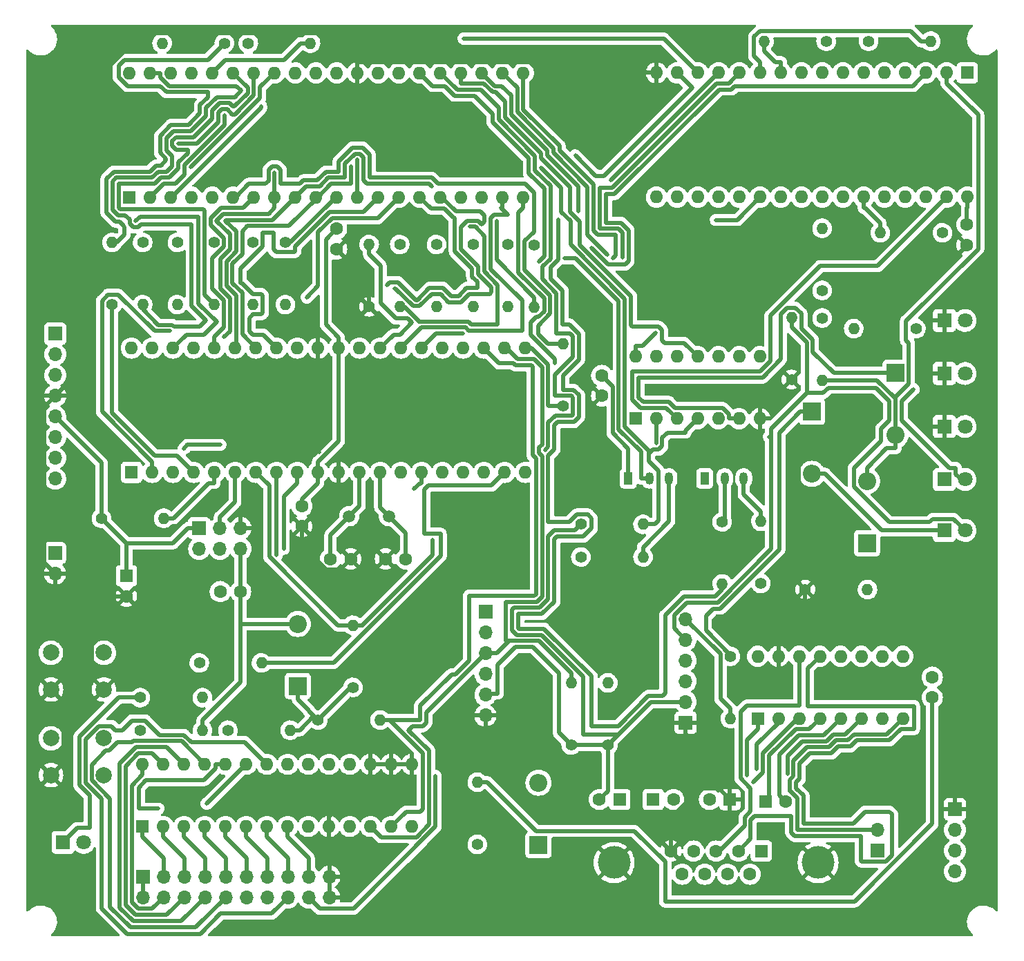
<source format=gbr>
%TF.GenerationSoftware,KiCad,Pcbnew,(6.0.5)*%
%TF.CreationDate,2022-07-29T16:30:45+10:00*%
%TF.ProjectId,gerb,67657262-2e6b-4696-9361-645f70636258,rev?*%
%TF.SameCoordinates,Original*%
%TF.FileFunction,Copper,L2,Bot*%
%TF.FilePolarity,Positive*%
%FSLAX46Y46*%
G04 Gerber Fmt 4.6, Leading zero omitted, Abs format (unit mm)*
G04 Created by KiCad (PCBNEW (6.0.5)) date 2022-07-29 16:30:45*
%MOMM*%
%LPD*%
G01*
G04 APERTURE LIST*
%TA.AperFunction,ComponentPad*%
%ADD10R,1.600000X1.600000*%
%TD*%
%TA.AperFunction,ComponentPad*%
%ADD11C,1.600000*%
%TD*%
%TA.AperFunction,ComponentPad*%
%ADD12C,1.400000*%
%TD*%
%TA.AperFunction,ComponentPad*%
%ADD13O,1.400000X1.400000*%
%TD*%
%TA.AperFunction,ComponentPad*%
%ADD14R,1.800000X1.800000*%
%TD*%
%TA.AperFunction,ComponentPad*%
%ADD15C,1.800000*%
%TD*%
%TA.AperFunction,ComponentPad*%
%ADD16O,1.600000X1.600000*%
%TD*%
%TA.AperFunction,ComponentPad*%
%ADD17R,1.700000X1.700000*%
%TD*%
%TA.AperFunction,ComponentPad*%
%ADD18O,1.700000X1.700000*%
%TD*%
%TA.AperFunction,ComponentPad*%
%ADD19R,2.200000X2.200000*%
%TD*%
%TA.AperFunction,ComponentPad*%
%ADD20O,2.200000X2.200000*%
%TD*%
%TA.AperFunction,ComponentPad*%
%ADD21R,1.050000X1.500000*%
%TD*%
%TA.AperFunction,ComponentPad*%
%ADD22O,1.050000X1.500000*%
%TD*%
%TA.AperFunction,ComponentPad*%
%ADD23C,2.000000*%
%TD*%
%TA.AperFunction,ComponentPad*%
%ADD24C,4.000000*%
%TD*%
%TA.AperFunction,ComponentPad*%
%ADD25C,1.500000*%
%TD*%
%TA.AperFunction,ViaPad*%
%ADD26C,0.400000*%
%TD*%
%TA.AperFunction,Conductor*%
%ADD27C,0.500000*%
%TD*%
G04 APERTURE END LIST*
D10*
%TO.P,C13,1*%
%TO.N,Net-(C13-Pad1)*%
X130455100Y-145500000D03*
D11*
%TO.P,C13,2*%
%TO.N,+5V*%
X127955100Y-145500000D03*
%TD*%
D12*
%TO.P,R15,1*%
%TO.N,+5V*%
X108000000Y-77440000D03*
D13*
%TO.P,R15,2*%
%TO.N,A11*%
X108000000Y-85060000D03*
%TD*%
D12*
%TO.P,R6,1*%
%TO.N,+5V*%
X84940000Y-52750000D03*
D13*
%TO.P,R6,2*%
%TO.N,A6*%
X92560000Y-52750000D03*
%TD*%
D12*
%TO.P,R31,1*%
%TO.N,+5V*%
X93460000Y-135750000D03*
D13*
%TO.P,R31,2*%
%TO.N,SDA*%
X101080000Y-135750000D03*
%TD*%
D12*
%TO.P,R7,1*%
%TO.N,+5V*%
X82000000Y-52750000D03*
D13*
%TO.P,R7,2*%
%TO.N,A7*%
X74380000Y-52750000D03*
%TD*%
D12*
%TO.P,R37,1*%
%TO.N,Net-(R37-Pad1)*%
X82440000Y-137000000D03*
D13*
%TO.P,R37,2*%
%TO.N,+5V*%
X90060000Y-137000000D03*
%TD*%
D12*
%TO.P,R21,1*%
%TO.N,N/C*%
X166750000Y-87750000D03*
D13*
%TO.P,R21,2*%
%TO.N,PB0*%
X159130000Y-87750000D03*
%TD*%
D11*
%TO.P,C6,1*%
%TO.N,Net-(C6-Pad1)*%
X95000000Y-116000000D03*
%TO.P,C6,2*%
%TO.N,GND*%
X97500000Y-116000000D03*
%TD*%
D14*
%TO.P,D4,1,K*%
%TO.N,GND*%
X170225000Y-93250000D03*
D15*
%TO.P,D4,2,A*%
%TO.N,N/C*%
X172765000Y-93250000D03*
%TD*%
D10*
%TO.P,U3,1,PB0*%
%TO.N,PB0*%
X70625000Y-105375000D03*
D16*
%TO.P,U3,2,PB1*%
%TO.N,INT*%
X73165000Y-105375000D03*
%TO.P,U3,3,PB2*%
%TO.N,PB2*%
X75705000Y-105375000D03*
%TO.P,U3,4,PB3*%
%TO.N,IORQ*%
X78245000Y-105375000D03*
%TO.P,U3,5,PB4*%
%TO.N,SS*%
X80785000Y-105375000D03*
%TO.P,U3,6,PB5*%
%TO.N,MOSI*%
X83325000Y-105375000D03*
%TO.P,U3,7,PB6*%
%TO.N,MISO*%
X85865000Y-105375000D03*
%TO.P,U3,8,PB7*%
%TO.N,CSK*%
X88405000Y-105375000D03*
%TO.P,U3,9,~{RESET}*%
%TO.N,RST*%
X90945000Y-105375000D03*
%TO.P,U3,10,VCC*%
%TO.N,+5V*%
X93485000Y-105375000D03*
%TO.P,U3,11,GND*%
%TO.N,GND*%
X96025000Y-105375000D03*
%TO.P,U3,12,XTAL2*%
%TO.N,Net-(C6-Pad1)*%
X98565000Y-105375000D03*
%TO.P,U3,13,XTAL1*%
%TO.N,Net-(C5-Pad1)*%
X101105000Y-105375000D03*
%TO.P,U3,14,PD0*%
%TO.N,TX*%
X103645000Y-105375000D03*
%TO.P,U3,15,PD1*%
%TO.N,RX*%
X106185000Y-105375000D03*
%TO.P,U3,16,PD2*%
%TO.N,M1*%
X108725000Y-105375000D03*
%TO.P,U3,17,PD3*%
%TO.N,PD3*%
X111265000Y-105375000D03*
%TO.P,U3,18,PD4*%
%TO.N,PD4*%
X113805000Y-105375000D03*
%TO.P,U3,19,PD5*%
%TO.N,USR*%
X116345000Y-105375000D03*
%TO.P,U3,20,PD6*%
%TO.N,BUSREQ*%
X118885000Y-105375000D03*
%TO.P,U3,21,PD7*%
%TO.N,PD7*%
X118885000Y-90135000D03*
%TO.P,U3,22,PC0*%
%TO.N,SCL*%
X116345000Y-90135000D03*
%TO.P,U3,23,PC1*%
%TO.N,SDA*%
X113805000Y-90135000D03*
%TO.P,U3,24,PC2*%
%TO.N,A0*%
X111265000Y-90135000D03*
%TO.P,U3,25,PC3*%
%TO.N,WR*%
X108725000Y-90135000D03*
%TO.P,U3,26,PC4*%
%TO.N,RD*%
X106185000Y-90135000D03*
%TO.P,U3,27,PC5*%
%TO.N,MREQ*%
X103645000Y-90135000D03*
%TO.P,U3,28,PC6*%
%TO.N,PCB6*%
X101105000Y-90135000D03*
%TO.P,U3,29,PC7*%
%TO.N,RTS*%
X98565000Y-90135000D03*
%TO.P,U3,30,AVCC*%
%TO.N,+5V*%
X96025000Y-90135000D03*
%TO.P,U3,31,GND*%
%TO.N,GND*%
X93485000Y-90135000D03*
%TO.P,U3,32,AREF*%
%TO.N,unconnected-(U3-Pad32)*%
X90945000Y-90135000D03*
%TO.P,U3,33,PA7*%
%TO.N,D7*%
X88405000Y-90135000D03*
%TO.P,U3,34,PA6*%
%TO.N,D6*%
X85865000Y-90135000D03*
%TO.P,U3,35,PA5*%
%TO.N,D5*%
X83325000Y-90135000D03*
%TO.P,U3,36,PA4*%
%TO.N,D4*%
X80785000Y-90135000D03*
%TO.P,U3,37,PA3*%
%TO.N,D3*%
X78245000Y-90135000D03*
%TO.P,U3,38,PA2*%
%TO.N,D2*%
X75705000Y-90135000D03*
%TO.P,U3,39,PA1*%
%TO.N,D1*%
X73165000Y-90135000D03*
%TO.P,U3,40,PA0*%
%TO.N,D0*%
X70625000Y-90135000D03*
%TD*%
D17*
%TO.P,J4,1,Pin_1*%
%TO.N,RTS*%
X61275000Y-88375000D03*
D18*
%TO.P,J4,2,Pin_2*%
%TO.N,Net-(J4-Pad2)*%
X61275000Y-90915000D03*
%TO.P,J4,3,Pin_3*%
%TO.N,Net-(J4-Pad3)*%
X61275000Y-93455000D03*
%TO.P,J4,4,Pin_4*%
%TO.N,GND*%
X61275000Y-95995000D03*
%TO.P,J4,5,Pin_5*%
%TO.N,+5V*%
X61275000Y-98535000D03*
%TO.P,J4,6,Pin_6*%
%TO.N,TX*%
X61275000Y-101075000D03*
%TO.P,J4,7,Pin_7*%
%TO.N,RX*%
X61275000Y-103615000D03*
%TO.P,J4,8,Pin_8*%
%TO.N,Net-(C3-Pad1)*%
X61275000Y-106155000D03*
%TD*%
D11*
%TO.P,C7,1*%
%TO.N,+5V*%
X128250000Y-93500000D03*
%TO.P,C7,2*%
%TO.N,GND*%
X128250000Y-96000000D03*
%TD*%
D12*
%TO.P,R2,1*%
%TO.N,+5V*%
X155750000Y-52500000D03*
D13*
%TO.P,R2,2*%
%TO.N,A2*%
X148130000Y-52500000D03*
%TD*%
D12*
%TO.P,R16,1*%
%TO.N,+5V*%
X112500000Y-77440000D03*
D13*
%TO.P,R16,2*%
%TO.N,A12*%
X112500000Y-85060000D03*
%TD*%
D19*
%TO.P,D2,1,K*%
%TO.N,Net-(D2-Pad1)*%
X164250000Y-93190000D03*
D20*
%TO.P,D2,2,A*%
%TO.N,Net-(D2-Pad2)*%
X164250000Y-100810000D03*
%TD*%
D11*
%TO.P,C4,1*%
%TO.N,+5V*%
X173000000Y-75000000D03*
%TO.P,C4,2*%
%TO.N,GND*%
X173000000Y-77500000D03*
%TD*%
D12*
%TO.P,R17,1*%
%TO.N,+5V*%
X155250000Y-83060000D03*
D13*
%TO.P,R17,2*%
%TO.N,A13*%
X155250000Y-75440000D03*
%TD*%
D12*
%TO.P,R18,1*%
%TO.N,+5V*%
X116750000Y-77440000D03*
D13*
%TO.P,R18,2*%
%TO.N,A14*%
X116750000Y-85060000D03*
%TD*%
D12*
%TO.P,R29,1*%
%TO.N,Net-(Q2-Pad2)*%
X103500000Y-77440000D03*
D13*
%TO.P,R29,2*%
%TO.N,BUSACK*%
X103500000Y-85060000D03*
%TD*%
D17*
%TO.P,J2,1,VDD*%
%TO.N,+5V*%
X78920000Y-112210000D03*
D18*
%TO.P,J2,2,MISO*%
%TO.N,MISO*%
X78920000Y-114750000D03*
%TO.P,J2,3,MOSI*%
%TO.N,MOSI*%
X81460000Y-112210000D03*
%TO.P,J2,4,CSK*%
%TO.N,CSK*%
X81460000Y-114750000D03*
%TO.P,J2,5,GND*%
%TO.N,GND*%
X84000000Y-112210000D03*
%TO.P,J2,6,RST*%
%TO.N,RST*%
X84000000Y-114750000D03*
%TD*%
D21*
%TO.P,Q1,1,E*%
%TO.N,+5V*%
X140850000Y-106110000D03*
D22*
%TO.P,Q1,2,B*%
%TO.N,Net-(Q1-Pad2)*%
X143320000Y-106110000D03*
%TO.P,Q1,3,C*%
%TO.N,Net-(Q1-Pad3)*%
X145650000Y-106110000D03*
%TD*%
D10*
%TO.P,U4,1,NC*%
%TO.N,unconnected-(U4-Pad1)*%
X173050000Y-56375000D03*
D16*
%TO.P,U4,2,A16*%
%TO.N,Net-(D2-Pad2)*%
X170510000Y-56375000D03*
%TO.P,U4,3,A14*%
%TO.N,A14*%
X167970000Y-56375000D03*
%TO.P,U4,4,A12*%
%TO.N,A12*%
X165430000Y-56375000D03*
%TO.P,U4,5,A7*%
%TO.N,A7*%
X162890000Y-56375000D03*
%TO.P,U4,6,A6*%
%TO.N,A6*%
X160350000Y-56375000D03*
%TO.P,U4,7,A5*%
%TO.N,A5*%
X157810000Y-56375000D03*
%TO.P,U4,8,A4*%
%TO.N,A4*%
X155270000Y-56375000D03*
%TO.P,U4,9,A3*%
%TO.N,A3*%
X152730000Y-56375000D03*
%TO.P,U4,10,A2*%
%TO.N,A2*%
X150190000Y-56375000D03*
%TO.P,U4,11,A1*%
%TO.N,A1*%
X147650000Y-56375000D03*
%TO.P,U4,12,A0*%
%TO.N,A0*%
X145110000Y-56375000D03*
%TO.P,U4,13,D0*%
%TO.N,D0*%
X142570000Y-56375000D03*
%TO.P,U4,14,D1*%
%TO.N,D1*%
X140030000Y-56375000D03*
%TO.P,U4,15,D2*%
%TO.N,D2*%
X137490000Y-56375000D03*
%TO.P,U4,16,GND*%
%TO.N,GND*%
X134950000Y-56375000D03*
%TO.P,U4,17,D3*%
%TO.N,D3*%
X134950000Y-71615000D03*
%TO.P,U4,18,D4*%
%TO.N,D4*%
X137490000Y-71615000D03*
%TO.P,U4,19,D5*%
%TO.N,D5*%
X140030000Y-71615000D03*
%TO.P,U4,20,D6*%
%TO.N,D6*%
X142570000Y-71615000D03*
%TO.P,U4,21,D7*%
%TO.N,D7*%
X145110000Y-71615000D03*
%TO.P,U4,22,CE1*%
%TO.N,MREQ*%
X147650000Y-71615000D03*
%TO.P,U4,23,A10*%
%TO.N,A10*%
X150190000Y-71615000D03*
%TO.P,U4,24,OE*%
%TO.N,RD*%
X152730000Y-71615000D03*
%TO.P,U4,25,A11*%
%TO.N,A11*%
X155270000Y-71615000D03*
%TO.P,U4,26,A9*%
%TO.N,A9*%
X157810000Y-71615000D03*
%TO.P,U4,27,A8*%
%TO.N,A8*%
X160350000Y-71615000D03*
%TO.P,U4,28,A13*%
%TO.N,A13*%
X162890000Y-71615000D03*
%TO.P,U4,29,R/W*%
%TO.N,WR*%
X165430000Y-71615000D03*
%TO.P,U4,30,CE2*%
%TO.N,PB2*%
X167970000Y-71615000D03*
%TO.P,U4,31,A15*%
%TO.N,Net-(U2-Pad3)*%
X170510000Y-71615000D03*
%TO.P,U4,32,VCC*%
%TO.N,+5V*%
X173050000Y-71615000D03*
%TD*%
D12*
%TO.P,R30,1*%
%TO.N,Net-(R30-Pad1)*%
X78940000Y-128750000D03*
D13*
%TO.P,R30,2*%
%TO.N,USR*%
X86560000Y-128750000D03*
%TD*%
D10*
%TO.P,C11,1*%
%TO.N,Net-(C11-Pad1)*%
X148294900Y-145750000D03*
D11*
%TO.P,C11,2*%
%TO.N,Net-(C11-Pad2)*%
X150794900Y-145750000D03*
%TD*%
%TO.P,C2,1*%
%TO.N,+5V*%
X91500000Y-109500000D03*
%TO.P,C2,2*%
%TO.N,GND*%
X91500000Y-112000000D03*
%TD*%
D10*
%TO.P,U6,1,C1+*%
%TO.N,Net-(C10-Pad1)*%
X147350000Y-135550000D03*
D16*
%TO.P,U6,2,VS+*%
%TO.N,Net-(C13-Pad1)*%
X149890000Y-135550000D03*
%TO.P,U6,3,C1-*%
%TO.N,Net-(C10-Pad2)*%
X152430000Y-135550000D03*
%TO.P,U6,4,C2+*%
%TO.N,Net-(C11-Pad1)*%
X154970000Y-135550000D03*
%TO.P,U6,5,C2-*%
%TO.N,Net-(C11-Pad2)*%
X157510000Y-135550000D03*
%TO.P,U6,6,VS-*%
%TO.N,Net-(C12-Pad2)*%
X160050000Y-135550000D03*
%TO.P,U6,7,T2OUT*%
%TO.N,unconnected-(U6-Pad7)*%
X162590000Y-135550000D03*
%TO.P,U6,8,R2IN*%
%TO.N,Net-(U6-Pad8)*%
X165130000Y-135550000D03*
%TO.P,U6,9,R2OUT*%
%TO.N,Net-(U6-Pad9)*%
X165130000Y-127930000D03*
%TO.P,U6,10,T2IN*%
%TO.N,unconnected-(U6-Pad10)*%
X162590000Y-127930000D03*
%TO.P,U6,11,T1IN*%
%TO.N,RX*%
X160050000Y-127930000D03*
%TO.P,U6,12,R1OUT*%
%TO.N,TX*%
X157510000Y-127930000D03*
%TO.P,U6,13,R1IN*%
%TO.N,Net-(U6-Pad13)*%
X154970000Y-127930000D03*
%TO.P,U6,14,T1OUT*%
%TO.N,Net-(U6-Pad14)*%
X152430000Y-127930000D03*
%TO.P,U6,15,GND*%
%TO.N,GND*%
X149890000Y-127930000D03*
%TO.P,U6,16,VCC*%
%TO.N,+5V*%
X147350000Y-127930000D03*
%TD*%
D19*
%TO.P,D1,1,K*%
%TO.N,+5V*%
X91000000Y-131580000D03*
D20*
%TO.P,D1,2,A*%
%TO.N,RST*%
X91000000Y-123960000D03*
%TD*%
D12*
%TO.P,R33,1*%
%TO.N,+5V*%
X124500000Y-138810000D03*
D13*
%TO.P,R33,2*%
%TO.N,SCL*%
X124500000Y-131190000D03*
%TD*%
D12*
%TO.P,R1,1*%
%TO.N,+5V*%
X160940000Y-52500000D03*
D13*
%TO.P,R1,2*%
%TO.N,A1*%
X168560000Y-52500000D03*
%TD*%
D11*
%TO.P,C14,1*%
%TO.N,Net-(U6-Pad9)*%
X168750000Y-130500000D03*
%TO.P,C14,2*%
%TO.N,RST*%
X168750000Y-133000000D03*
%TD*%
D12*
%TO.P,R26,1*%
%TO.N,PD7*%
X123500000Y-97250000D03*
D13*
%TO.P,R26,2*%
%TO.N,Net-(R26-Pad2)*%
X123500000Y-89630000D03*
%TD*%
D23*
%TO.P,SW1,1,1*%
%TO.N,Net-(R10-Pad1)*%
X60750000Y-138000000D03*
X67250000Y-138000000D03*
%TO.P,SW1,2,2*%
%TO.N,GND*%
X60750000Y-142500000D03*
X67250000Y-142500000D03*
%TD*%
D12*
%TO.P,R34,1*%
%TO.N,+5V*%
X97750000Y-131750000D03*
D13*
%TO.P,R34,2*%
%TO.N,MISO*%
X97750000Y-124130000D03*
%TD*%
D12*
%TO.P,R23,1*%
%TO.N,Net-(D5-Pad2)*%
X147750000Y-119000000D03*
D13*
%TO.P,R23,2*%
%TO.N,Net-(Q1-Pad3)*%
X147750000Y-111380000D03*
%TD*%
D14*
%TO.P,D5,1,K*%
%TO.N,GND*%
X170225000Y-86750000D03*
D15*
%TO.P,D5,2,A*%
%TO.N,Net-(D5-Pad2)*%
X172765000Y-86750000D03*
%TD*%
D12*
%TO.P,R32,1*%
%TO.N,Net-(D8-Pad1)*%
X71690000Y-133000000D03*
D13*
%TO.P,R32,2*%
%TO.N,USR*%
X79310000Y-133000000D03*
%TD*%
D23*
%TO.P,SW2,1,1*%
%TO.N,Net-(R30-Pad1)*%
X67250000Y-127500000D03*
X60750000Y-127500000D03*
%TO.P,SW2,2,2*%
%TO.N,GND*%
X67250000Y-132000000D03*
X60750000Y-132000000D03*
%TD*%
D12*
%TO.P,R11,1*%
%TO.N,+5V*%
X113000000Y-151000000D03*
D13*
%TO.P,R11,2*%
%TO.N,RST*%
X113000000Y-143380000D03*
%TD*%
D10*
%TO.P,C10,1*%
%TO.N,Net-(C10-Pad1)*%
X134544900Y-145500000D03*
D11*
%TO.P,C10,2*%
%TO.N,Net-(C10-Pad2)*%
X137044900Y-145500000D03*
%TD*%
D10*
%TO.P,U2,1*%
%TO.N,Net-(D2-Pad1)*%
X132375000Y-98800000D03*
D16*
%TO.P,U2,2*%
%TO.N,PD4*%
X134915000Y-98800000D03*
%TO.P,U2,3*%
%TO.N,Net-(U2-Pad3)*%
X137455000Y-98800000D03*
%TO.P,U2,4*%
%TO.N,A15*%
X139995000Y-98800000D03*
%TO.P,U2,5*%
X142535000Y-98800000D03*
%TO.P,U2,6*%
%TO.N,Net-(D2-Pad1)*%
X145075000Y-98800000D03*
%TO.P,U2,7,GND*%
%TO.N,GND*%
X147615000Y-98800000D03*
%TO.P,U2,8*%
%TO.N,Net-(D6-Pad2)*%
X147615000Y-91180000D03*
%TO.P,U2,9*%
%TO.N,IORQ*%
X145075000Y-91180000D03*
%TO.P,U2,10*%
X142535000Y-91180000D03*
%TO.P,U2,11*%
%TO.N,WAIT*%
X139995000Y-91180000D03*
%TO.P,U2,12*%
%TO.N,Net-(D6-Pad2)*%
X137455000Y-91180000D03*
%TO.P,U2,13*%
%TO.N,PB0*%
X134915000Y-91180000D03*
%TO.P,U2,14,VCC*%
%TO.N,+5V*%
X132375000Y-91180000D03*
%TD*%
D12*
%TO.P,R24,1*%
%TO.N,Net-(Q1-Pad2)*%
X143000000Y-111440000D03*
D13*
%TO.P,R24,2*%
%TO.N,HALT*%
X143000000Y-119060000D03*
%TD*%
D14*
%TO.P,D8,1,K*%
%TO.N,Net-(D8-Pad1)*%
X62225000Y-150750000D03*
D15*
%TO.P,D8,2,A*%
%TO.N,Net-(D8-Pad2)*%
X64765000Y-150750000D03*
%TD*%
D11*
%TO.P,C1,1*%
%TO.N,GND*%
X95750000Y-78000000D03*
%TO.P,C1,2*%
%TO.N,+5V*%
X95750000Y-75500000D03*
%TD*%
D12*
%TO.P,R13,1*%
%TO.N,+5V*%
X72000000Y-77190000D03*
D13*
%TO.P,R13,2*%
%TO.N,A9*%
X72000000Y-84810000D03*
%TD*%
D12*
%TO.P,R20,1*%
%TO.N,+5V*%
X155250000Y-86440000D03*
D13*
%TO.P,R20,2*%
%TO.N,Net-(D2-Pad2)*%
X155250000Y-94060000D03*
%TD*%
D17*
%TO.P,J6,1,Pin_1*%
%TO.N,GND*%
X138525000Y-136075000D03*
D18*
%TO.P,J6,2,Pin_2*%
%TO.N,+5V*%
X138525000Y-133535000D03*
%TO.P,J6,3,Pin_3*%
%TO.N,MISO*%
X138525000Y-130995000D03*
%TO.P,J6,4,Pin_4*%
%TO.N,MOSI*%
X138525000Y-128455000D03*
%TO.P,J6,5,Pin_5*%
%TO.N,CSK*%
X138525000Y-125915000D03*
%TO.P,J6,6,Pin_6*%
%TO.N,SS*%
X138525000Y-123375000D03*
%TD*%
D24*
%TO.P,J8,0*%
%TO.N,GND*%
X129760000Y-153239700D03*
X154760000Y-153239700D03*
D10*
%TO.P,J8,1,1*%
%TO.N,unconnected-(J8-Pad1)*%
X147800000Y-151819700D03*
D11*
%TO.P,J8,2,2*%
%TO.N,Net-(U6-Pad13)*%
X145030000Y-151819700D03*
%TO.P,J8,3,3*%
%TO.N,Net-(U6-Pad14)*%
X142260000Y-151819700D03*
%TO.P,J8,4,4*%
%TO.N,N/C*%
X139490000Y-151819700D03*
%TO.P,J8,5,5*%
%TO.N,GND*%
X136720000Y-151819700D03*
%TO.P,J8,6,6*%
%TO.N,Net-(J9-Pad1)*%
X146415000Y-154659700D03*
%TO.P,J8,7,7*%
%TO.N,unconnected-(J8-Pad7)*%
X143645000Y-154659700D03*
%TO.P,J8,8,8*%
%TO.N,unconnected-(J8-Pad8)*%
X140875000Y-154659700D03*
%TO.P,J8,9,9*%
%TO.N,unconnected-(J8-Pad9)*%
X138105000Y-154659700D03*
%TD*%
D12*
%TO.P,R25,1*%
%TO.N,GND*%
X99750000Y-85060000D03*
D13*
%TO.P,R25,2*%
%TO.N,PCB6*%
X99750000Y-77440000D03*
%TD*%
D14*
%TO.P,D11,1,K*%
%TO.N,Net-(D10-Pad2)*%
X170225000Y-112500000D03*
D15*
%TO.P,D11,2,A*%
%TO.N,CSK*%
X172765000Y-112500000D03*
%TD*%
D17*
%TO.P,J7,1,Pin_1*%
%TO.N,+5V*%
X72010000Y-154960000D03*
D18*
%TO.P,J7,2,Pin_2*%
X72010000Y-157500000D03*
%TO.P,J7,3,Pin_3*%
%TO.N,Net-(J7-Pad3)*%
X74550000Y-154960000D03*
%TO.P,J7,4,Pin_4*%
%TO.N,Net-(J7-Pad4)*%
X74550000Y-157500000D03*
%TO.P,J7,5,Pin_5*%
%TO.N,Net-(J7-Pad5)*%
X77090000Y-154960000D03*
%TO.P,J7,6,Pin_6*%
%TO.N,Net-(J7-Pad6)*%
X77090000Y-157500000D03*
%TO.P,J7,7,Pin_7*%
%TO.N,Net-(J7-Pad7)*%
X79630000Y-154960000D03*
%TO.P,J7,8,Pin_8*%
%TO.N,Net-(J7-Pad8)*%
X79630000Y-157500000D03*
%TO.P,J7,9,Pin_9*%
%TO.N,Net-(J7-Pad9)*%
X82170000Y-154960000D03*
%TO.P,J7,10,Pin_10*%
%TO.N,Net-(J7-Pad10)*%
X82170000Y-157500000D03*
%TO.P,J7,11,Pin_11*%
%TO.N,Net-(J7-Pad11)*%
X84710000Y-154960000D03*
%TO.P,J7,12,Pin_12*%
%TO.N,Net-(J7-Pad12)*%
X84710000Y-157500000D03*
%TO.P,J7,13,Pin_13*%
%TO.N,Net-(J7-Pad13)*%
X87250000Y-154960000D03*
%TO.P,J7,14,Pin_14*%
%TO.N,Net-(J7-Pad14)*%
X87250000Y-157500000D03*
%TO.P,J7,15,Pin_15*%
%TO.N,Net-(J7-Pad15)*%
X89790000Y-154960000D03*
%TO.P,J7,16,Pin_16*%
%TO.N,Net-(J7-Pad16)*%
X89790000Y-157500000D03*
%TO.P,J7,17,Pin_17*%
%TO.N,Net-(J7-Pad17)*%
X92330000Y-154960000D03*
%TO.P,J7,18,Pin_18*%
%TO.N,Net-(J7-Pad18)*%
X92330000Y-157500000D03*
%TO.P,J7,19,Pin_19*%
%TO.N,GND*%
X94870000Y-154960000D03*
%TO.P,J7,20,Pin_20*%
X94870000Y-157500000D03*
%TD*%
D17*
%TO.P,J9,1,Pin_1*%
%TO.N,N/C*%
X162000000Y-151750000D03*
D18*
%TO.P,J9,2,Pin_2*%
%TO.N,Net-(U6-Pad8)*%
X162000000Y-149210000D03*
%TD*%
D12*
%TO.P,R14,1*%
%TO.N,+5V*%
X76250000Y-77190000D03*
D13*
%TO.P,R14,2*%
%TO.N,A10*%
X76250000Y-84810000D03*
%TD*%
D19*
%TO.P,D9,1,K*%
%TO.N,+5V*%
X120500000Y-151060000D03*
D20*
%TO.P,D9,2,A*%
%TO.N,Net-(D8-Pad2)*%
X120500000Y-143440000D03*
%TD*%
D12*
%TO.P,R36,1*%
%TO.N,Net-(D10-Pad1)*%
X144000000Y-127940000D03*
D13*
%TO.P,R36,2*%
%TO.N,SS*%
X144000000Y-135560000D03*
%TD*%
D12*
%TO.P,R19,1*%
%TO.N,+5V*%
X125690000Y-111750000D03*
D13*
%TO.P,R19,2*%
%TO.N,A15*%
X133310000Y-111750000D03*
%TD*%
D11*
%TO.P,C3,1*%
%TO.N,Net-(C3-Pad1)*%
X81500000Y-120000000D03*
%TO.P,C3,2*%
%TO.N,RST*%
X84000000Y-120000000D03*
%TD*%
D12*
%TO.P,R12,1*%
%TO.N,+5V*%
X170000000Y-76000000D03*
D13*
%TO.P,R12,2*%
%TO.N,A8*%
X162380000Y-76000000D03*
%TD*%
D12*
%TO.P,R8,1*%
%TO.N,+5V*%
X120000000Y-77500000D03*
D13*
%TO.P,R8,2*%
%TO.N,NMI*%
X120000000Y-85120000D03*
%TD*%
D12*
%TO.P,R4,1*%
%TO.N,+5V*%
X85500000Y-77190000D03*
D13*
%TO.P,R4,2*%
%TO.N,A4*%
X85500000Y-84810000D03*
%TD*%
D12*
%TO.P,R27,1*%
%TO.N,GND*%
X153190000Y-119750000D03*
D13*
%TO.P,R27,2*%
%TO.N,Net-(D6-Pad1)*%
X160810000Y-119750000D03*
%TD*%
D12*
%TO.P,R10,1*%
%TO.N,Net-(R10-Pad1)*%
X71710000Y-137000000D03*
D13*
%TO.P,R10,2*%
%TO.N,RST*%
X79330000Y-137000000D03*
%TD*%
D12*
%TO.P,R38,1*%
%TO.N,+5V*%
X129000000Y-138810000D03*
D13*
%TO.P,R38,2*%
%TO.N,SS*%
X129000000Y-131190000D03*
%TD*%
D21*
%TO.P,Q2,1,E*%
%TO.N,+5V*%
X131500000Y-106110000D03*
D22*
%TO.P,Q2,2,B*%
%TO.N,Net-(Q2-Pad2)*%
X134070000Y-106110000D03*
%TO.P,Q2,3,C*%
%TO.N,Net-(Q2-Pad3)*%
X136500000Y-106110000D03*
%TD*%
D11*
%TO.P,C5,1*%
%TO.N,Net-(C5-Pad1)*%
X104250000Y-116000000D03*
%TO.P,C5,2*%
%TO.N,GND*%
X101750000Y-116000000D03*
%TD*%
D14*
%TO.P,D6,1,K*%
%TO.N,Net-(D6-Pad1)*%
X170225000Y-106250000D03*
D15*
%TO.P,D6,2,A*%
%TO.N,Net-(D6-Pad2)*%
X172765000Y-106250000D03*
%TD*%
D17*
%TO.P,J5,1,Pin_1*%
%TO.N,unconnected-(J5-Pad1)*%
X114000000Y-122500000D03*
D18*
%TO.P,J5,2,Pin_2*%
%TO.N,unconnected-(J5-Pad2)*%
X114000000Y-125040000D03*
%TO.P,J5,3,Pin_3*%
%TO.N,SCL*%
X114000000Y-127580000D03*
%TO.P,J5,4,Pin_4*%
%TO.N,SDA*%
X114000000Y-130120000D03*
%TO.P,J5,5,Pin_5*%
%TO.N,+5V*%
X114000000Y-132660000D03*
%TO.P,J5,6,Pin_6*%
%TO.N,GND*%
X114000000Y-135200000D03*
%TD*%
D17*
%TO.P,J1,1,Pin_1*%
%TO.N,+5V*%
X61250000Y-115250000D03*
D18*
%TO.P,J1,2,Pin_2*%
%TO.N,GND*%
X61250000Y-117790000D03*
%TD*%
D10*
%TO.P,U5,1,GPB0*%
%TO.N,Net-(J7-Pad3)*%
X71975000Y-148800000D03*
D16*
%TO.P,U5,2,GPB1*%
%TO.N,Net-(J7-Pad5)*%
X74515000Y-148800000D03*
%TO.P,U5,3,GPB2*%
%TO.N,Net-(J7-Pad7)*%
X77055000Y-148800000D03*
%TO.P,U5,4,GPB3*%
%TO.N,Net-(J7-Pad9)*%
X79595000Y-148800000D03*
%TO.P,U5,5,GPB4*%
%TO.N,Net-(J7-Pad11)*%
X82135000Y-148800000D03*
%TO.P,U5,6,GPB5*%
%TO.N,Net-(J7-Pad13)*%
X84675000Y-148800000D03*
%TO.P,U5,7,GPB6*%
%TO.N,Net-(J7-Pad15)*%
X87215000Y-148800000D03*
%TO.P,U5,8,GPB7*%
%TO.N,Net-(J7-Pad17)*%
X89755000Y-148800000D03*
%TO.P,U5,9,VDD*%
%TO.N,+5V*%
X92295000Y-148800000D03*
%TO.P,U5,10,VSS*%
%TO.N,GND*%
X94835000Y-148800000D03*
%TO.P,U5,11,NC*%
%TO.N,unconnected-(U5-Pad11)*%
X97375000Y-148800000D03*
%TO.P,U5,12,SCK*%
%TO.N,SCL*%
X99915000Y-148800000D03*
%TO.P,U5,13,SDA*%
%TO.N,SDA*%
X102455000Y-148800000D03*
%TO.P,U5,14,NC*%
%TO.N,unconnected-(U5-Pad14)*%
X104995000Y-148800000D03*
%TO.P,U5,15,A0*%
%TO.N,GND*%
X104995000Y-141180000D03*
%TO.P,U5,16,A1*%
X102455000Y-141180000D03*
%TO.P,U5,17,A2*%
X99915000Y-141180000D03*
%TO.P,U5,18,~{RESET}*%
%TO.N,Net-(R37-Pad1)*%
X97375000Y-141180000D03*
%TO.P,U5,19,INTB*%
%TO.N,unconnected-(U5-Pad19)*%
X94835000Y-141180000D03*
%TO.P,U5,20,INTA*%
%TO.N,unconnected-(U5-Pad20)*%
X92295000Y-141180000D03*
%TO.P,U5,21,GPA0*%
%TO.N,Net-(J7-Pad18)*%
X89755000Y-141180000D03*
%TO.P,U5,22,GPA1*%
%TO.N,Net-(J7-Pad16)*%
X87215000Y-141180000D03*
%TO.P,U5,23,GPA2*%
%TO.N,Net-(J7-Pad14)*%
X84675000Y-141180000D03*
%TO.P,U5,24,GPA3*%
%TO.N,Net-(J7-Pad12)*%
X82135000Y-141180000D03*
%TO.P,U5,25,GPA4*%
%TO.N,Net-(J7-Pad10)*%
X79595000Y-141180000D03*
%TO.P,U5,26,GPA5*%
%TO.N,Net-(J7-Pad8)*%
X77055000Y-141180000D03*
%TO.P,U5,27,GPA6*%
%TO.N,Net-(J7-Pad6)*%
X74515000Y-141180000D03*
%TO.P,U5,28,GPA7*%
%TO.N,Net-(J7-Pad4)*%
X71975000Y-141180000D03*
%TD*%
D12*
%TO.P,R28,1*%
%TO.N,Net-(D7-Pad2)*%
X125690000Y-115750000D03*
D13*
%TO.P,R28,2*%
%TO.N,Net-(Q2-Pad3)*%
X133310000Y-115750000D03*
%TD*%
D12*
%TO.P,R22,1*%
%TO.N,IORQ*%
X68250000Y-84810000D03*
D13*
%TO.P,R22,2*%
%TO.N,+5V*%
X68250000Y-77190000D03*
%TD*%
D19*
%TO.P,D10,1,A*%
%TO.N,Net-(D10-Pad1)*%
X154000000Y-97940000D03*
D20*
%TO.P,D10,2,K*%
%TO.N,Net-(D10-Pad2)*%
X154000000Y-105560000D03*
%TD*%
D12*
%TO.P,R35,1*%
%TO.N,GND*%
X151500000Y-94000000D03*
D13*
%TO.P,R35,2*%
%TO.N,CSK*%
X151500000Y-86380000D03*
%TD*%
D10*
%TO.P,U1,1,A11*%
%TO.N,A11*%
X70375000Y-71625000D03*
D16*
%TO.P,U1,2,A12*%
%TO.N,A12*%
X72915000Y-71625000D03*
%TO.P,U1,3,A13*%
%TO.N,A13*%
X75455000Y-71625000D03*
%TO.P,U1,4,A14*%
%TO.N,A14*%
X77995000Y-71625000D03*
%TO.P,U1,5,A15*%
%TO.N,A15*%
X80535000Y-71625000D03*
%TO.P,U1,6,~{CLK}*%
%TO.N,Net-(R26-Pad2)*%
X83075000Y-71625000D03*
%TO.P,U1,7,D4*%
%TO.N,D4*%
X85615000Y-71625000D03*
%TO.P,U1,8,D3*%
%TO.N,D3*%
X88155000Y-71625000D03*
%TO.P,U1,9,D5*%
%TO.N,D5*%
X90695000Y-71625000D03*
%TO.P,U1,10,D6*%
%TO.N,D6*%
X93235000Y-71625000D03*
%TO.P,U1,11,VCC*%
%TO.N,+5V*%
X95775000Y-71625000D03*
%TO.P,U1,12,D2*%
%TO.N,D2*%
X98315000Y-71625000D03*
%TO.P,U1,13,D7*%
%TO.N,D7*%
X100855000Y-71625000D03*
%TO.P,U1,14,D0*%
%TO.N,D0*%
X103395000Y-71625000D03*
%TO.P,U1,15,D1*%
%TO.N,D1*%
X105935000Y-71625000D03*
%TO.P,U1,16,~{INT}*%
%TO.N,INT*%
X108475000Y-71625000D03*
%TO.P,U1,17,~{NMI}*%
%TO.N,NMI*%
X111015000Y-71625000D03*
%TO.P,U1,18,~{HALT}*%
%TO.N,HALT*%
X113555000Y-71625000D03*
%TO.P,U1,19,~{MREQ}*%
%TO.N,MREQ*%
X116095000Y-71625000D03*
%TO.P,U1,20,~{IORQ}*%
%TO.N,IORQ*%
X118635000Y-71625000D03*
%TO.P,U1,21,~{RD}*%
%TO.N,RD*%
X118635000Y-56385000D03*
%TO.P,U1,22,~{WR}*%
%TO.N,WR*%
X116095000Y-56385000D03*
%TO.P,U1,23,~{BUSACK}*%
%TO.N,BUSACK*%
X113555000Y-56385000D03*
%TO.P,U1,24,~{WAIT}*%
%TO.N,WAIT*%
X111015000Y-56385000D03*
%TO.P,U1,25,~{BUSRQ}*%
%TO.N,BUSREQ*%
X108475000Y-56385000D03*
%TO.P,U1,26,~{RESET}*%
%TO.N,PCB6*%
X105935000Y-56385000D03*
%TO.P,U1,27,~{M1}*%
%TO.N,Net-(JP2-Pad2)*%
X103395000Y-56385000D03*
%TO.P,U1,28,~{RFSH}*%
%TO.N,unconnected-(U1-Pad28)*%
X100855000Y-56385000D03*
%TO.P,U1,29,GND*%
%TO.N,GND*%
X98315000Y-56385000D03*
%TO.P,U1,30,A0*%
%TO.N,A0*%
X95775000Y-56385000D03*
%TO.P,U1,31,A1*%
%TO.N,A1*%
X93235000Y-56385000D03*
%TO.P,U1,32,A2*%
%TO.N,A2*%
X90695000Y-56385000D03*
%TO.P,U1,33,A3*%
%TO.N,A3*%
X88155000Y-56385000D03*
%TO.P,U1,34,A4*%
%TO.N,A4*%
X85615000Y-56385000D03*
%TO.P,U1,35,A5*%
%TO.N,A5*%
X83075000Y-56385000D03*
%TO.P,U1,36,A6*%
%TO.N,A6*%
X80535000Y-56385000D03*
%TO.P,U1,37,A7*%
%TO.N,A7*%
X77995000Y-56385000D03*
%TO.P,U1,38,A8*%
%TO.N,A8*%
X75455000Y-56385000D03*
%TO.P,U1,39,A9*%
%TO.N,A9*%
X72915000Y-56385000D03*
%TO.P,U1,40,A10*%
%TO.N,A10*%
X70375000Y-56385000D03*
%TD*%
D12*
%TO.P,R9,1*%
%TO.N,+5V*%
X66940000Y-111000000D03*
D13*
%TO.P,R9,2*%
%TO.N,SS*%
X74560000Y-111000000D03*
%TD*%
D10*
%TO.P,C9,1*%
%TO.N,+5V*%
X70000000Y-118067600D03*
D11*
%TO.P,C9,2*%
%TO.N,GND*%
X70000000Y-120567600D03*
%TD*%
D25*
%TO.P,Y1,1,1*%
%TO.N,Net-(C6-Pad1)*%
X97300000Y-110750000D03*
%TO.P,Y1,2,2*%
%TO.N,Net-(C5-Pad1)*%
X102180000Y-110750000D03*
%TD*%
D12*
%TO.P,R5,1*%
%TO.N,+5V*%
X80750000Y-77190000D03*
D13*
%TO.P,R5,2*%
%TO.N,A5*%
X80750000Y-84810000D03*
%TD*%
D19*
%TO.P,D3,1,K*%
%TO.N,PD3*%
X160750000Y-114060000D03*
D20*
%TO.P,D3,2,A*%
%TO.N,Net-(D2-Pad2)*%
X160750000Y-106440000D03*
%TD*%
D10*
%TO.P,C12,1*%
%TO.N,GND*%
X143955100Y-145500000D03*
D11*
%TO.P,C12,2*%
%TO.N,Net-(C12-Pad2)*%
X141455100Y-145500000D03*
%TD*%
D12*
%TO.P,R3,1*%
%TO.N,+5V*%
X89500000Y-77190000D03*
D13*
%TO.P,R3,2*%
%TO.N,A3*%
X89500000Y-84810000D03*
%TD*%
D14*
%TO.P,D7,1,K*%
%TO.N,GND*%
X170225000Y-99750000D03*
D15*
%TO.P,D7,2,A*%
%TO.N,Net-(D7-Pad2)*%
X172765000Y-99750000D03*
%TD*%
D17*
%TO.P,J3,1,Pin_1*%
%TO.N,GND*%
X171525000Y-146700000D03*
D18*
%TO.P,J3,2,Pin_2*%
%TO.N,SCL*%
X171525000Y-149240000D03*
%TO.P,J3,3,Pin_3*%
%TO.N,SDA*%
X171525000Y-151780000D03*
%TO.P,J3,4,Pin_4*%
%TO.N,+5V*%
X171525000Y-154320000D03*
%TD*%
D26*
%TO.N,GND*%
X172500000Y-61000000D03*
X173000000Y-58500000D03*
X93631900Y-102866600D03*
X152811700Y-102503600D03*
%TO.N,+5V*%
X134903000Y-88270900D03*
%TO.N,RST*%
X89268200Y-114750000D03*
%TO.N,Net-(C10-Pad1)*%
X146005900Y-142533700D03*
%TO.N,Net-(C10-Pad2)*%
X146793200Y-143364700D03*
%TO.N,Net-(C12-Pad2)*%
X151000000Y-142342000D03*
%TO.N,Net-(C13-Pad1)*%
X147249200Y-141783400D03*
%TO.N,PB0*%
X77000000Y-102500000D03*
X81500000Y-102000000D03*
%TO.N,Net-(D6-Pad2)*%
X166467200Y-95194400D03*
%TO.N,CSK*%
X88409100Y-115560500D03*
X148752100Y-101030700D03*
%TO.N,MISO*%
X107500000Y-113659100D03*
%TO.N,SDA*%
X110000000Y-130153600D03*
%TO.N,RX*%
X105247600Y-107425800D03*
%TO.N,Net-(J7-Pad12)*%
X73899300Y-146626800D03*
%TO.N,Net-(J7-Pad14)*%
X79810800Y-146006400D03*
%TO.N,Net-(J7-Pad18)*%
X107879000Y-142629600D03*
%TO.N,Net-(Q2-Pad2)*%
X123662000Y-79115100D03*
%TO.N,A3*%
X77868100Y-67972200D03*
%TO.N,A4*%
X76374800Y-65039100D03*
%TO.N,NMI*%
X115365600Y-74509900D03*
%TO.N,A12*%
X82018900Y-61594800D03*
%TO.N,A13*%
X86500000Y-60500000D03*
%TO.N,A14*%
X127025800Y-77844200D03*
%TO.N,A15*%
X120820200Y-68043800D03*
%TO.N,IORQ*%
X122500000Y-92000000D03*
%TO.N,HALT*%
X122901800Y-74380600D03*
%TO.N,PCB6*%
X120540300Y-79556800D03*
%TO.N,BUSACK*%
X112099500Y-75260200D03*
X125369900Y-73399500D03*
%TO.N,D3*%
X81976400Y-88777900D03*
X88155000Y-68606500D03*
%TO.N,D5*%
X107406400Y-70302300D03*
%TO.N,D6*%
X97500000Y-67856200D03*
%TO.N,D2*%
X125000000Y-66500000D03*
X98315000Y-67046700D03*
X71144600Y-74561000D03*
%TO.N,D0*%
X92100500Y-83936100D03*
X129331600Y-69551900D03*
%TO.N,D1*%
X101886800Y-82407000D03*
X111338800Y-52190200D03*
%TO.N,INT*%
X102833400Y-82806000D03*
X75312800Y-88041000D03*
%TO.N,MREQ*%
X142244000Y-74427200D03*
%TO.N,RD*%
X111262200Y-88370800D03*
X129646700Y-79107900D03*
X129964800Y-76255900D03*
%TO.N,WR*%
X128956900Y-78714200D03*
%TO.N,BUSREQ*%
X121281200Y-102659200D03*
%TO.N,A0*%
X130778200Y-79063900D03*
%TO.N,PD4*%
X134915000Y-101846300D03*
%TD*%
D27*
%TO.N,PB0*%
X81485500Y-102014500D02*
X81500000Y-102000000D01*
X77485500Y-102014500D02*
X81485500Y-102014500D01*
X77000000Y-102500000D02*
X77485500Y-102014500D01*
%TO.N,A15*%
X134000000Y-104000000D02*
X134000000Y-103500000D01*
X135170700Y-105170700D02*
X134000000Y-104000000D01*
X134750000Y-111750000D02*
X135170700Y-111329300D01*
X133310000Y-111750000D02*
X134750000Y-111750000D01*
X135170700Y-111329300D02*
X135170700Y-105170700D01*
X138500000Y-100295000D02*
X139995000Y-98800000D01*
X135664520Y-101109305D02*
X136273825Y-100500000D01*
X135664520Y-102156761D02*
X135664520Y-101109305D01*
X136273825Y-100500000D02*
X138500000Y-100500000D01*
X135225461Y-102595820D02*
X135664520Y-102156761D01*
X138500000Y-100500000D02*
X138500000Y-100295000D01*
X134500000Y-102595820D02*
X135225461Y-102595820D01*
X134000000Y-103500000D02*
X134000000Y-103095820D01*
X134000000Y-103095820D02*
X134500000Y-102595820D01*
X131074700Y-84074700D02*
X131074700Y-99807200D01*
X134000000Y-102732500D02*
X134000000Y-103500000D01*
X124430500Y-77430500D02*
X131074700Y-84074700D01*
X124430500Y-74582400D02*
X124430500Y-77430500D01*
X123295700Y-73447600D02*
X124430500Y-74582400D01*
X120820200Y-68043800D02*
X123295700Y-70519300D01*
X123295700Y-70519300D02*
X123295700Y-73447600D01*
X131074700Y-99807200D02*
X134000000Y-102732500D01*
%TO.N,Net-(J7-Pad16)*%
X87790000Y-159500000D02*
X89790000Y-157500000D01*
X81500000Y-159500000D02*
X87790000Y-159500000D01*
X79025200Y-161974800D02*
X81500000Y-159500000D01*
X70132100Y-161974800D02*
X79025200Y-161974800D01*
X67000000Y-158842700D02*
X70132100Y-161974800D01*
X65000969Y-143431581D02*
X67000000Y-145430612D01*
X67000000Y-145430612D02*
X67000000Y-158842700D01*
X65000969Y-138123731D02*
X65000969Y-143431581D01*
X68185804Y-136500489D02*
X66624211Y-136500489D01*
X66624211Y-136500489D02*
X65000969Y-138123731D01*
X70706328Y-135800489D02*
X69506817Y-137000000D01*
X77059742Y-137584760D02*
X74084760Y-137584760D01*
X74084760Y-137584760D02*
X72300489Y-135800489D01*
X69506817Y-137000000D02*
X68685315Y-137000000D01*
X77925482Y-138450500D02*
X77059742Y-137584760D01*
X84485500Y-138450500D02*
X77925482Y-138450500D01*
X87215000Y-141180000D02*
X84485500Y-138450500D01*
X68685315Y-137000000D02*
X68185804Y-136500489D01*
X72300489Y-135800489D02*
X70706328Y-135800489D01*
%TO.N,Net-(U6-Pad13)*%
X166500000Y-134034100D02*
X153500000Y-134034100D01*
X166500000Y-136849511D02*
X166500000Y-134034100D01*
X153500000Y-134034100D02*
X153500000Y-129400000D01*
X164890471Y-136849511D02*
X166500000Y-136849511D01*
X163490461Y-138249520D02*
X164890471Y-136849511D01*
X159470443Y-138249520D02*
X163490461Y-138249520D01*
X158719963Y-139000000D02*
X159470443Y-138249520D01*
X157239946Y-139000000D02*
X158719963Y-139000000D01*
X156392355Y-139847591D02*
X157239946Y-139000000D01*
X153712391Y-139847591D02*
X156392355Y-139847591D01*
X152499040Y-141060942D02*
X153712391Y-139847591D01*
X152499040Y-142962923D02*
X152499040Y-141060942D01*
X152059981Y-144117313D02*
X152059981Y-143401982D01*
X152959520Y-145016852D02*
X152059981Y-144117313D01*
X153500000Y-129400000D02*
X154970000Y-127930000D01*
X152959520Y-148460480D02*
X152959520Y-145016852D01*
X159039520Y-148460480D02*
X152959520Y-148460480D01*
X160500000Y-147000000D02*
X159039520Y-148460480D01*
X163500000Y-147000000D02*
X160500000Y-147000000D01*
X163800489Y-147300489D02*
X163500000Y-147000000D01*
X163800489Y-152361911D02*
X163800489Y-147300489D01*
X163048500Y-153113900D02*
X163800489Y-152361911D01*
X160113900Y-153113900D02*
X163048500Y-153113900D01*
X152059981Y-143401982D02*
X152499040Y-142962923D01*
X160000000Y-153000000D02*
X160113900Y-153113900D01*
X160000000Y-150000000D02*
X160000000Y-153000000D01*
X159959520Y-149959520D02*
X160000000Y-150000000D01*
X151899539Y-149959520D02*
X159959520Y-149959520D01*
X151460480Y-149520461D02*
X151899539Y-149959520D01*
X151460480Y-147500000D02*
X151460480Y-149520461D01*
X146500000Y-148000000D02*
X147000000Y-147500000D01*
X146500000Y-150349700D02*
X146500000Y-148000000D01*
X147000000Y-147500000D02*
X151460480Y-147500000D01*
X145030000Y-151819700D02*
X146500000Y-150349700D01*
%TO.N,Net-(U6-Pad14)*%
X142680300Y-151819700D02*
X142260000Y-151819700D01*
X145750480Y-148749520D02*
X142680300Y-151819700D01*
X145750480Y-147689539D02*
X145750480Y-148749520D01*
X145256380Y-142887862D02*
X146500000Y-144131482D01*
X146500000Y-144131482D02*
X146500000Y-146940018D01*
X146000000Y-134000000D02*
X145256380Y-134743620D01*
X152430000Y-134000000D02*
X146000000Y-134000000D01*
X152430000Y-127930000D02*
X152430000Y-134000000D01*
X145256380Y-134743620D02*
X145256380Y-142887862D01*
X146500000Y-146940018D02*
X145750480Y-147689539D01*
%TO.N,Net-(U6-Pad8)*%
X152210000Y-149210000D02*
X162000000Y-149210000D01*
X152210000Y-145327313D02*
X152210000Y-149210000D01*
X151333176Y-144450489D02*
X152210000Y-145327313D01*
X151310461Y-144450489D02*
X151333176Y-144450489D01*
X151310461Y-143091520D02*
X151310461Y-144450489D01*
X151749520Y-142652461D02*
X151310461Y-143091520D01*
X158410461Y-138249520D02*
X156930444Y-138249520D01*
X151749520Y-140750480D02*
X151749520Y-142652461D01*
X153401929Y-139098071D02*
X151749520Y-140750480D01*
X159159982Y-137500000D02*
X158410461Y-138249520D01*
X156930444Y-138249520D02*
X156081893Y-139098071D01*
X163180000Y-137500000D02*
X159159982Y-137500000D01*
X156081893Y-139098071D02*
X153401929Y-139098071D01*
X165130000Y-135550000D02*
X163180000Y-137500000D01*
%TO.N,GND*%
X96025000Y-107475000D02*
X91500000Y-112000000D01*
X99750000Y-85060000D02*
X99750000Y-82000000D01*
X59899700Y-116439700D02*
X59899700Y-97370300D01*
X142622600Y-144167500D02*
X140309100Y-144167500D01*
X62260600Y-133510600D02*
X62738600Y-133510600D01*
X94835000Y-153574700D02*
X94870000Y-153609700D01*
X96025000Y-105375000D02*
X96025000Y-107475000D01*
X152370600Y-102944700D02*
X152811700Y-102503600D01*
X99915000Y-141180000D02*
X99915000Y-142480300D01*
X94870000Y-154960000D02*
X94870000Y-153609700D01*
X170225000Y-93250000D02*
X170225000Y-86750000D01*
X71978300Y-51521700D02*
X94752000Y-51521700D01*
X152370600Y-118930600D02*
X152370600Y-102944700D01*
X60750000Y-142500000D02*
X62260600Y-140989400D01*
X61250000Y-117790000D02*
X59899700Y-116439700D01*
X62260600Y-140989400D02*
X62260600Y-133510600D01*
X94752000Y-51521700D02*
X98315000Y-55084700D01*
X94835000Y-148800000D02*
X94835000Y-153574700D01*
X140309100Y-144167500D02*
X136720000Y-147756600D01*
X94483200Y-117322800D02*
X91500000Y-114339600D01*
X93485000Y-90135000D02*
X93485000Y-91435300D01*
X153190000Y-123329700D02*
X153190000Y-119750000D01*
X65749600Y-120567600D02*
X65377900Y-120567600D01*
X64321300Y-59178700D02*
X71978300Y-51521700D01*
X91500000Y-114339600D02*
X91500000Y-112000000D01*
X149890000Y-127930000D02*
X149890000Y-126629700D01*
X93485000Y-102719700D02*
X93631900Y-102866600D01*
X62260600Y-133510600D02*
X60750000Y-132000000D01*
X143955100Y-145500000D02*
X142622600Y-144167500D01*
X64321300Y-92948700D02*
X64321300Y-59178700D01*
X61275000Y-95995000D02*
X64321300Y-92948700D01*
X61250000Y-117790000D02*
X62600300Y-117790000D01*
X94870000Y-157500000D02*
X94870000Y-154960000D01*
X114000000Y-135200000D02*
X115350300Y-135200000D01*
X94895600Y-147499700D02*
X94835000Y-147499700D01*
X65749600Y-120567600D02*
X65749600Y-130499600D01*
X127906900Y-147756600D02*
X115350300Y-135200000D01*
X170225000Y-99750000D02*
X170225000Y-93250000D01*
X99915000Y-142480300D02*
X94895600Y-147499700D01*
X138525000Y-137425300D02*
X140309100Y-139209400D01*
X149890000Y-126629700D02*
X153190000Y-123329700D01*
X132359400Y-55084700D02*
X133649700Y-56375000D01*
X99750000Y-82000000D02*
X95750000Y-78000000D01*
X98315000Y-55084700D02*
X132359400Y-55084700D01*
X65377900Y-120567600D02*
X62600300Y-117790000D01*
X93485000Y-91435300D02*
X93485000Y-102719700D01*
X96177200Y-117322800D02*
X94483200Y-117322800D01*
X98315000Y-56385000D02*
X98315000Y-55084700D01*
X59899700Y-97370300D02*
X61275000Y-95995000D01*
X70000000Y-120567600D02*
X65749600Y-120567600D01*
X153190000Y-119750000D02*
X152370600Y-118930600D01*
X134950000Y-56375000D02*
X133649700Y-56375000D01*
X65749600Y-130499600D02*
X67250000Y-132000000D01*
X136720000Y-147756600D02*
X127906900Y-147756600D01*
X138525000Y-136075000D02*
X138525000Y-137425300D01*
X94835000Y-148800000D02*
X94835000Y-147499700D01*
X97500000Y-116000000D02*
X96177200Y-117322800D01*
X140309100Y-139209400D02*
X140309100Y-144167500D01*
X62738600Y-133510600D02*
X65749600Y-130499600D01*
X136720000Y-147756600D02*
X136720000Y-151819700D01*
%TO.N,+5V*%
X117249520Y-124749520D02*
X117806280Y-125306280D01*
X96025000Y-101534700D02*
X96025000Y-91435300D01*
X74126240Y-66186221D02*
X74126240Y-64107715D01*
X114000000Y-132660000D02*
X114160000Y-132500000D01*
X69750480Y-76249520D02*
X69750480Y-75286844D01*
X61275000Y-98535000D02*
X66940000Y-104200000D01*
X67574680Y-69379077D02*
X68452798Y-68500960D01*
X75719700Y-114060000D02*
X70000000Y-114060000D01*
X80000000Y-59373776D02*
X80000000Y-58749520D01*
X126000000Y-130429718D02*
X126000000Y-137500000D01*
X69777182Y-54782800D02*
X79967200Y-54782800D01*
X129000000Y-138810000D02*
X129000000Y-144455100D01*
X128250000Y-93500000D02*
X129574100Y-94824100D01*
X94439900Y-87249600D02*
X96025000Y-88834700D01*
X91000000Y-133180300D02*
X92385000Y-134565300D01*
X68250000Y-77190000D02*
X68810000Y-77190000D01*
X124940000Y-112500000D02*
X122440018Y-112500000D01*
X69075489Y-55484493D02*
X69777182Y-54782800D01*
X97460000Y-131750000D02*
X93460000Y-135750000D01*
X66940000Y-111000000D02*
X70000000Y-114060000D01*
X129000000Y-138810000D02*
X124500000Y-138810000D01*
X91260300Y-137000000D02*
X92985200Y-135275100D01*
X69119899Y-74601640D02*
X68638158Y-74601640D01*
X92385000Y-134675000D02*
X92985200Y-135275100D01*
X91500000Y-109500000D02*
X91500000Y-108660300D01*
X66940000Y-104200000D02*
X66940000Y-111000000D01*
X119805320Y-126805320D02*
X123000000Y-130000000D01*
X123000000Y-130000000D02*
X123000000Y-137310000D01*
X80000000Y-58749520D02*
X74921751Y-58749520D01*
X173050000Y-72915300D02*
X173000000Y-72965300D01*
X69075489Y-56923276D02*
X69075489Y-55484493D01*
X115500000Y-129000000D02*
X117694680Y-126805320D01*
X69645560Y-75181924D02*
X69645560Y-75127301D01*
X133294200Y-89879700D02*
X134903000Y-88270900D01*
X134275000Y-133535000D02*
X138525000Y-133535000D01*
X74921751Y-58749520D02*
X74172231Y-58000000D01*
X68638158Y-74601640D02*
X67574680Y-73538161D01*
X77589496Y-62790540D02*
X79020820Y-61359216D01*
X75443416Y-62790540D02*
X77589496Y-62790540D01*
X132375000Y-89879700D02*
X133294200Y-89879700D01*
X93485000Y-104074700D02*
X96025000Y-101534700D01*
X73608617Y-67751440D02*
X74248560Y-67751440D01*
X79020821Y-60352954D02*
X80000000Y-59373776D01*
X129574100Y-100574100D02*
X131500000Y-102500000D01*
X70152213Y-58000000D02*
X69075489Y-56923276D01*
X122440018Y-112500000D02*
X121690039Y-113249980D01*
X117694680Y-126805320D02*
X119805320Y-126805320D01*
X115500000Y-132500000D02*
X115500000Y-129000000D01*
X129000000Y-144455100D02*
X127955100Y-145500000D01*
X91000000Y-131580000D02*
X91000000Y-133180300D01*
X79967200Y-54782800D02*
X82000000Y-52750000D01*
X132375000Y-91180000D02*
X132375000Y-89879700D01*
X68452798Y-68500960D02*
X72859096Y-68500960D01*
X69750480Y-75286844D02*
X69645560Y-75181924D01*
X72859096Y-68500960D02*
X73608617Y-67751440D01*
X78920000Y-112210000D02*
X77569700Y-112210000D01*
X173050000Y-71615000D02*
X173050000Y-72915300D01*
X126000000Y-137500000D02*
X130310000Y-137500000D01*
X74870020Y-67129980D02*
X74870020Y-66930002D01*
X173000000Y-72965300D02*
X173000000Y-75000000D01*
X117806280Y-125306280D02*
X120876562Y-125306280D01*
X90088300Y-77190000D02*
X89500000Y-77190000D01*
X91500000Y-108660300D02*
X93485000Y-106675300D01*
X68810000Y-77190000D02*
X69750480Y-76249520D01*
X93485000Y-105375000D02*
X93485000Y-106675300D01*
X96025000Y-90135000D02*
X96025000Y-91435300D01*
X134275000Y-133535000D02*
X129000000Y-138810000D01*
X90060000Y-137000000D02*
X91260300Y-137000000D01*
X129574100Y-94824100D02*
X129574100Y-100574100D01*
X72010000Y-157500000D02*
X72010000Y-154960000D01*
X74126240Y-64107715D02*
X75443416Y-62790540D01*
X97750000Y-131750000D02*
X97460000Y-131750000D01*
X121690039Y-120929924D02*
X120620923Y-121999040D01*
X114160000Y-132500000D02*
X115500000Y-132500000D01*
X120620923Y-121999040D02*
X117500960Y-121999040D01*
X79020820Y-61359216D02*
X79020821Y-60352954D01*
X74248560Y-67751440D02*
X74870020Y-67129980D01*
X95750000Y-75500000D02*
X94439900Y-76810100D01*
X123000000Y-137310000D02*
X124500000Y-138810000D01*
X96025000Y-90135000D02*
X96025000Y-88834700D01*
X93485000Y-105375000D02*
X93485000Y-104074700D01*
X117500960Y-121999040D02*
X117249520Y-122250480D01*
X70000000Y-114060000D02*
X70000000Y-118067600D01*
X95653300Y-71625000D02*
X90088300Y-77190000D01*
X69645560Y-75127301D02*
X69119899Y-74601640D01*
X74870020Y-66930002D02*
X74126240Y-66186221D01*
X92985200Y-135275100D02*
X93460000Y-135750000D01*
X67574680Y-73538161D02*
X67574680Y-69379077D01*
X77569700Y-112210000D02*
X75719700Y-114060000D01*
X117249520Y-122250480D02*
X117249520Y-124749520D01*
X94439900Y-76810100D02*
X94439900Y-87249600D01*
X130310000Y-137500000D02*
X134275000Y-133535000D01*
X131500000Y-102500000D02*
X131500000Y-106110000D01*
X95775000Y-71625000D02*
X95653300Y-71625000D01*
X121690039Y-113249980D02*
X121690039Y-120929924D01*
X74172231Y-58000000D02*
X70152213Y-58000000D01*
X120876562Y-125306280D02*
X126000000Y-130429718D01*
X92385000Y-134565300D02*
X92385000Y-134675000D01*
X125690000Y-111750000D02*
X124940000Y-112500000D01*
%TO.N,RST*%
X90945000Y-105375000D02*
X90945000Y-106675300D01*
X120178000Y-149357700D02*
X132260400Y-149357700D01*
X168750000Y-148473600D02*
X168750000Y-133000000D01*
X132260400Y-149357700D02*
X136022800Y-153120100D01*
X84000000Y-123960000D02*
X89399700Y-123960000D01*
X90945000Y-106675300D02*
X89268200Y-108352100D01*
X84000000Y-120000000D02*
X84000000Y-123960000D01*
X159223600Y-158000000D02*
X168750000Y-148473600D01*
X84000000Y-131129700D02*
X79330000Y-135799700D01*
X114200300Y-143380000D02*
X120178000Y-149357700D01*
X91000000Y-123960000D02*
X89399700Y-123960000D01*
X79330000Y-137000000D02*
X79330000Y-135799700D01*
X113000000Y-143380000D02*
X114200300Y-143380000D01*
X84000000Y-123960000D02*
X84000000Y-131129700D01*
X84000000Y-120000000D02*
X84000000Y-114750000D01*
X89268200Y-108352100D02*
X89268200Y-114750000D01*
X136022800Y-153120100D02*
X136022800Y-158000000D01*
X136022800Y-158000000D02*
X159223600Y-158000000D01*
%TO.N,Net-(C5-Pad1)*%
X101105000Y-105375000D02*
X101105000Y-109675000D01*
X101105000Y-109675000D02*
X102180000Y-110750000D01*
X104250000Y-112820000D02*
X102180000Y-110750000D01*
X104250000Y-116000000D02*
X104250000Y-112820000D01*
%TO.N,Net-(C6-Pad1)*%
X95000000Y-113050000D02*
X95000000Y-116000000D01*
X98565000Y-109485000D02*
X97300000Y-110750000D01*
X97300000Y-110750000D02*
X95000000Y-113050000D01*
X98565000Y-105375000D02*
X98565000Y-109485000D01*
%TO.N,Net-(C10-Pad1)*%
X146005900Y-138194400D02*
X146005900Y-142533700D01*
X147350000Y-135550000D02*
X147350000Y-136850300D01*
X147350000Y-136850300D02*
X146005900Y-138194400D01*
%TO.N,Net-(C10-Pad2)*%
X152430000Y-135550000D02*
X152250282Y-135550000D01*
X152250282Y-135550000D02*
X147998720Y-139801562D01*
X147998720Y-142159180D02*
X146793200Y-143364700D01*
X147998720Y-139801562D02*
X147998720Y-142159180D01*
%TO.N,Net-(C11-Pad1)*%
X154970000Y-135550000D02*
X153670489Y-136849511D01*
X148748240Y-140112024D02*
X148748240Y-145296660D01*
X153670489Y-136849511D02*
X152010753Y-136849511D01*
X152010753Y-136849511D02*
X148748240Y-140112024D01*
X148748240Y-145296660D02*
X148294900Y-145750000D01*
%TO.N,Net-(C11-Pad2)*%
X157510000Y-135550000D02*
X155460969Y-137599031D01*
X152400969Y-137599031D02*
X150000000Y-140000000D01*
X150000000Y-144955100D02*
X150794900Y-145750000D01*
X150000000Y-140000000D02*
X150000000Y-144955100D01*
X155460969Y-137599031D02*
X152400969Y-137599031D01*
%TO.N,Net-(C12-Pad2)*%
X151000000Y-142342000D02*
X151000000Y-140171000D01*
X151000000Y-140171000D02*
X152822449Y-138348551D01*
X158100000Y-137500000D02*
X160050000Y-135550000D01*
X156619982Y-137500000D02*
X158100000Y-137500000D01*
X155771431Y-138348551D02*
X156619982Y-137500000D01*
X152822449Y-138348551D02*
X155771431Y-138348551D01*
%TO.N,Net-(C13-Pad1)*%
X147249200Y-138750800D02*
X147249200Y-141783400D01*
X149890000Y-135550000D02*
X149890000Y-136110000D01*
X149890000Y-136110000D02*
X147249200Y-138750800D01*
%TO.N,Net-(D2-Pad1)*%
X152699511Y-85883145D02*
X152699511Y-87719829D01*
X143834511Y-98261724D02*
X143073276Y-97500489D01*
X132749520Y-93749520D02*
X147943249Y-93749520D01*
X151994866Y-85178500D02*
X152699511Y-85883145D01*
X156690000Y-93190000D02*
X164250000Y-93190000D01*
X147943249Y-93749520D02*
X150185900Y-91506869D01*
X133310462Y-96750480D02*
X132749520Y-96189538D01*
X150185900Y-85963400D02*
X150970800Y-85178500D01*
X150970800Y-85178500D02*
X151994866Y-85178500D01*
X137215471Y-97500489D02*
X136465461Y-96750480D01*
X136465461Y-96750480D02*
X133310462Y-96750480D01*
X152699511Y-87719829D02*
X154118120Y-89138439D01*
X154118120Y-89138439D02*
X154118120Y-90618120D01*
X154118120Y-90618120D02*
X156690000Y-93190000D01*
X132749520Y-96189538D02*
X132749520Y-93749520D01*
X143834511Y-98800000D02*
X143834511Y-98261724D01*
X145075000Y-98800000D02*
X143834511Y-98800000D01*
X150185900Y-91506869D02*
X150185900Y-85963400D01*
X143073276Y-97500489D02*
X137215471Y-97500489D01*
%TO.N,Net-(D2-Pad2)*%
X165873000Y-94512700D02*
X164142700Y-96243000D01*
X164250000Y-100810000D02*
X164250000Y-102410300D01*
X165538700Y-89209300D02*
X165873000Y-89543600D01*
X165873000Y-89543600D02*
X165873000Y-94512700D01*
X170510000Y-56375000D02*
X170510000Y-57675300D01*
X165538700Y-86815500D02*
X165538700Y-89209300D01*
X163179400Y-102410300D02*
X164250000Y-102410300D01*
X160750000Y-104839700D02*
X163179400Y-102410300D01*
X170510000Y-57675300D02*
X174376600Y-61541900D01*
X155250000Y-94060000D02*
X161959600Y-94060000D01*
X164250000Y-96350400D02*
X164250000Y-99209700D01*
X174376600Y-61541900D02*
X174376600Y-77977600D01*
X160750000Y-106440000D02*
X160750000Y-104839700D01*
X174376600Y-77977600D02*
X165538700Y-86815500D01*
X164250000Y-100810000D02*
X164250000Y-99209700D01*
X161959600Y-94060000D02*
X164142700Y-96243000D01*
X164142700Y-96243000D02*
X164250000Y-96350400D01*
%TO.N,Net-(D6-Pad2)*%
X172765000Y-106250000D02*
X172250000Y-106250000D01*
X171624511Y-104850489D02*
X170850489Y-104850489D01*
X165000000Y-96661600D02*
X166467200Y-95194400D01*
X171624511Y-105624511D02*
X171624511Y-104850489D01*
X170850489Y-104850489D02*
X165000000Y-99000000D01*
X165000000Y-99000000D02*
X165000000Y-96661600D01*
X172250000Y-106250000D02*
X171624511Y-105624511D01*
%TO.N,Net-(D8-Pad1)*%
X63975000Y-149000000D02*
X62225000Y-150750000D01*
X71690000Y-133000000D02*
X69063500Y-133000000D01*
X69063500Y-133000000D02*
X64251449Y-137812051D01*
X64251449Y-143742043D02*
X65500000Y-144990594D01*
X64251449Y-137812051D02*
X64251449Y-143742043D01*
X65500000Y-144990594D02*
X65500000Y-149000000D01*
X65500000Y-149000000D02*
X63975000Y-149000000D01*
%TO.N,Net-(D10-Pad1)*%
X144000000Y-127790018D02*
X144000000Y-127940000D01*
X141000000Y-124790018D02*
X144000000Y-127790018D01*
X154000000Y-97940000D02*
X152560000Y-97940000D01*
X141912880Y-122087120D02*
X141000000Y-123000000D01*
X141000000Y-123000000D02*
X141000000Y-124790018D01*
X150000000Y-114853881D02*
X142766761Y-122087120D01*
X150000000Y-100500000D02*
X150000000Y-114853881D01*
X142766761Y-122087120D02*
X141912880Y-122087120D01*
X152560000Y-97940000D02*
X150000000Y-100500000D01*
%TO.N,Net-(D10-Pad2)*%
X162540300Y-112500000D02*
X170225000Y-112500000D01*
X155600300Y-105560000D02*
X162540300Y-112500000D01*
X154000000Y-105560000D02*
X155600300Y-105560000D01*
%TO.N,CSK*%
X161839660Y-95000000D02*
X163500000Y-96660340D01*
X163500000Y-99000000D02*
X162500000Y-100000000D01*
X168425978Y-111500000D02*
X168825489Y-111100489D01*
X148996900Y-114797000D02*
X142456300Y-121337600D01*
X159150489Y-107179089D02*
X163471400Y-111500000D01*
X151500000Y-87580300D02*
X153368600Y-89448900D01*
X162500000Y-100000000D02*
X162500000Y-101514859D01*
X137124600Y-124514600D02*
X138525000Y-125915000D01*
X148996900Y-101030700D02*
X148752100Y-101030700D01*
X153368600Y-95658500D02*
X148996900Y-100030200D01*
X138647700Y-121337600D02*
X137124600Y-122860700D01*
X162500000Y-101514859D02*
X159150489Y-104864370D01*
X148996900Y-100030200D02*
X148996900Y-101030700D01*
X168825489Y-111100489D02*
X171365489Y-111100489D01*
X148996900Y-101030700D02*
X148996900Y-114797000D01*
X163471400Y-111500000D02*
X168425978Y-111500000D01*
X171365489Y-111100489D02*
X172765000Y-112500000D01*
X88405000Y-105375000D02*
X88405000Y-115556400D01*
X159150489Y-104864370D02*
X159150489Y-107179089D01*
X137124600Y-122860700D02*
X137124600Y-124514600D01*
X153368600Y-95658500D02*
X155347866Y-95658500D01*
X142456300Y-121337600D02*
X138647700Y-121337600D01*
X155347866Y-95658500D02*
X156006366Y-95000000D01*
X88405000Y-115556400D02*
X88409100Y-115560500D01*
X151500000Y-86380000D02*
X151500000Y-87580300D01*
X163500000Y-96660340D02*
X163500000Y-99000000D01*
X153368600Y-89448900D02*
X153368600Y-95658500D01*
X156006366Y-95000000D02*
X161839660Y-95000000D01*
%TO.N,MISO*%
X98950300Y-124058100D02*
X98950300Y-124130000D01*
X98950300Y-124130000D02*
X97750000Y-124130000D01*
X85865000Y-105375000D02*
X87500000Y-107010000D01*
X87500000Y-107010000D02*
X87500000Y-115712600D01*
X95917400Y-124130000D02*
X97750000Y-124130000D01*
X107500000Y-115508400D02*
X98950300Y-124058100D01*
X107500000Y-113659100D02*
X107500000Y-115508400D01*
X87500000Y-115712600D02*
X95917400Y-124130000D01*
%TO.N,MOSI*%
X83325000Y-108994700D02*
X83325000Y-105375000D01*
X81460000Y-112210000D02*
X81460000Y-110859700D01*
X81460000Y-110859700D02*
X83325000Y-108994700D01*
%TO.N,SCL*%
X120941900Y-101938518D02*
X120531680Y-102348738D01*
X101232800Y-150117800D02*
X105529100Y-150117800D01*
X105080480Y-136499520D02*
X106310461Y-136499520D01*
X106749520Y-136060461D02*
X106749520Y-134830480D01*
X116500000Y-121249520D02*
X116500000Y-126000000D01*
X117956106Y-91500000D02*
X119940018Y-91500000D01*
X116555800Y-126055800D02*
X120566100Y-126055800D01*
X105529100Y-150117800D02*
X107074020Y-148572880D01*
X124500000Y-131190000D02*
X124500000Y-129989700D01*
X115350300Y-127580000D02*
X114000000Y-127580000D01*
X119940018Y-91500000D02*
X120941900Y-92501882D01*
X106310461Y-136499520D02*
X106749520Y-136060461D01*
X120941900Y-92501882D02*
X120941900Y-101938518D01*
X116345000Y-90135000D02*
X116591106Y-90135000D01*
X120310461Y-121249520D02*
X116500000Y-121249520D01*
X99915000Y-148800000D02*
X101232800Y-150117800D01*
X104585141Y-136994859D02*
X105080480Y-136499520D01*
X107074020Y-148572880D02*
X107074020Y-139483738D01*
X116500000Y-126000000D02*
X116555800Y-126055800D01*
X124500000Y-129989700D02*
X120566100Y-126055800D01*
X120940520Y-103378502D02*
X120940520Y-120619462D01*
X120531680Y-102348738D02*
X120531680Y-102969661D01*
X116591106Y-90135000D02*
X117956106Y-91500000D01*
X106749520Y-134830480D02*
X114000000Y-127580000D01*
X107074020Y-139483738D02*
X104585141Y-136994859D01*
X120566100Y-126055800D02*
X116874500Y-126055800D01*
X120531680Y-102969661D02*
X120940520Y-103378502D01*
X120940520Y-120619462D02*
X120310461Y-121249520D01*
X116874500Y-126055800D02*
X115350300Y-127580000D01*
%TO.N,SDA*%
X110346400Y-130153600D02*
X112000000Y-128500000D01*
X120000000Y-120500000D02*
X120191000Y-120309000D01*
X119782160Y-92402124D02*
X119629556Y-92249520D01*
X106000000Y-147000000D02*
X106324500Y-146675500D01*
X119629556Y-92249520D02*
X117645645Y-92249520D01*
X117645645Y-92249520D02*
X117396125Y-92000000D01*
X117396125Y-92000000D02*
X115670000Y-92000000D01*
X106000000Y-134000000D02*
X106000000Y-135750000D01*
X120191000Y-120309000D02*
X120191000Y-103688963D01*
X102280300Y-135750000D02*
X101080000Y-135750000D01*
X119782160Y-103280123D02*
X119782160Y-92402124D01*
X102455000Y-148800000D02*
X104255000Y-147000000D01*
X112000000Y-128500000D02*
X112000000Y-120500000D01*
X106324500Y-146675500D02*
X106324500Y-139794200D01*
X109846400Y-130153600D02*
X106000000Y-134000000D01*
X106000000Y-135750000D02*
X101080000Y-135750000D01*
X110000000Y-130153600D02*
X110346400Y-130153600D01*
X106324500Y-139794200D02*
X102280300Y-135750000D01*
X120191000Y-103688963D02*
X119782160Y-103280123D01*
X110000000Y-130153600D02*
X109846400Y-130153600D01*
X112000000Y-120500000D02*
X120000000Y-120500000D01*
X115670000Y-92000000D02*
X113805000Y-90135000D01*
X104255000Y-147000000D02*
X106000000Y-147000000D01*
%TO.N,RX*%
X105998100Y-106675300D02*
X105247600Y-107425800D01*
X106185000Y-106675300D02*
X105998100Y-106675300D01*
X106185000Y-105375000D02*
X106185000Y-106675300D01*
%TO.N,SS*%
X80085000Y-106675300D02*
X80785000Y-106675300D01*
X80785000Y-105375000D02*
X80785000Y-106675300D01*
X142799700Y-127649700D02*
X138525000Y-123375000D01*
X142799700Y-133159400D02*
X142799700Y-127649700D01*
X75760300Y-111000000D02*
X80085000Y-106675300D01*
X144000000Y-135560000D02*
X144000000Y-134359700D01*
X74560000Y-111000000D02*
X75760300Y-111000000D01*
X144000000Y-134359700D02*
X142799700Y-133159400D01*
%TO.N,Net-(J7-Pad3)*%
X71975000Y-148800000D02*
X71975000Y-150100300D01*
X74550000Y-152675300D02*
X74550000Y-154960000D01*
X71975000Y-150100300D02*
X74550000Y-152675300D01*
%TO.N,Net-(J7-Pad4)*%
X74550000Y-157500000D02*
X73171400Y-158878600D01*
X70658500Y-143796800D02*
X71975000Y-142480300D01*
X71975000Y-141180000D02*
X71975000Y-142480300D01*
X73171400Y-158878600D02*
X71428300Y-158878600D01*
X71428300Y-158878600D02*
X70658500Y-158108800D01*
X70658500Y-158108800D02*
X70658500Y-143796800D01*
%TO.N,Net-(J7-Pad5)*%
X74515000Y-148800000D02*
X74515000Y-150100300D01*
X74515000Y-150100300D02*
X77090000Y-152675300D01*
X77090000Y-152675300D02*
X77090000Y-154960000D01*
%TO.N,Net-(J7-Pad6)*%
X74515000Y-141180000D02*
X73169200Y-139834200D01*
X69908100Y-158446300D02*
X71103000Y-159641200D01*
X74948800Y-159641200D02*
X77090000Y-157500000D01*
X71103000Y-159641200D02*
X74948800Y-159641200D01*
X71474100Y-139834200D02*
X69908100Y-141400200D01*
X73169200Y-139834200D02*
X71474100Y-139834200D01*
X69908100Y-141400200D02*
X69908100Y-158446300D01*
%TO.N,Net-(J7-Pad7)*%
X77055000Y-148800000D02*
X77055000Y-150100300D01*
X79630000Y-152675300D02*
X79630000Y-154960000D01*
X77055000Y-150100300D02*
X79630000Y-152675300D01*
%TO.N,Net-(J7-Pad8)*%
X74958800Y-139083800D02*
X77055000Y-141180000D01*
X79630000Y-157500000D02*
X76717400Y-160412600D01*
X69157700Y-158757200D02*
X69157700Y-141089300D01*
X70813100Y-160412600D02*
X69157700Y-158757200D01*
X71163200Y-139083800D02*
X74958800Y-139083800D01*
X76717400Y-160412600D02*
X70813100Y-160412600D01*
X69157700Y-141089300D02*
X71163200Y-139083800D01*
%TO.N,Net-(J7-Pad9)*%
X82170000Y-152675300D02*
X82170000Y-154960000D01*
X79595000Y-148800000D02*
X79595000Y-150100300D01*
X79595000Y-150100300D02*
X82170000Y-152675300D01*
%TO.N,Net-(J7-Pad10)*%
X82170000Y-157500000D02*
X78482400Y-161187600D01*
X70852739Y-138334280D02*
X76749280Y-138334280D01*
X68000000Y-145370630D02*
X65750489Y-143121119D01*
X68870630Y-138500000D02*
X70687018Y-138500000D01*
X70687018Y-138500000D02*
X70852739Y-138334280D01*
X67871119Y-139499511D02*
X68870630Y-138500000D01*
X65750489Y-141249511D02*
X67500489Y-139499511D01*
X67500489Y-139499511D02*
X67871119Y-139499511D01*
X76749280Y-138334280D02*
X79595000Y-141180000D01*
X78482400Y-161187600D02*
X70483100Y-161187600D01*
X65750489Y-143121119D02*
X65750489Y-141249511D01*
X68000000Y-158704500D02*
X68000000Y-145370630D01*
X70483100Y-161187600D02*
X68000000Y-158704500D01*
%TO.N,Net-(J7-Pad11)*%
X82135000Y-148800000D02*
X82135000Y-150100300D01*
X84710000Y-152675300D02*
X84710000Y-154960000D01*
X82135000Y-150100300D02*
X84710000Y-152675300D01*
%TO.N,Net-(J7-Pad12)*%
X80894511Y-141718276D02*
X79512087Y-143100700D01*
X82135000Y-141180000D02*
X80894511Y-141180000D01*
X72414582Y-143100700D02*
X71500000Y-144015282D01*
X79512087Y-143100700D02*
X72414582Y-143100700D01*
X71500000Y-144015282D02*
X71500000Y-146626800D01*
X80894511Y-141180000D02*
X80894511Y-141718276D01*
X71500000Y-146626800D02*
X73899300Y-146626800D01*
%TO.N,Net-(J7-Pad13)*%
X87250000Y-152675300D02*
X87250000Y-154960000D01*
X84675000Y-148800000D02*
X84675000Y-150100300D01*
X84675000Y-150100300D02*
X87250000Y-152675300D01*
%TO.N,Net-(J7-Pad14)*%
X79848600Y-146006400D02*
X79810800Y-146006400D01*
X84675000Y-141180000D02*
X79848600Y-146006400D01*
%TO.N,Net-(J7-Pad15)*%
X87215000Y-150100300D02*
X89790000Y-152675300D01*
X87215000Y-148800000D02*
X87215000Y-150100300D01*
X89790000Y-152675300D02*
X89790000Y-154960000D01*
%TO.N,Net-(J7-Pad17)*%
X89755000Y-150100300D02*
X92330000Y-152675300D01*
X89755000Y-148800000D02*
X89755000Y-150100300D01*
X92330000Y-152675300D02*
X92330000Y-154960000D01*
%TO.N,Net-(J7-Pad18)*%
X92330000Y-157500000D02*
X93717500Y-158887500D01*
X97828100Y-158887500D02*
X107879000Y-148836600D01*
X107879000Y-148836600D02*
X107879000Y-142629600D01*
X93717500Y-158887500D02*
X97828100Y-158887500D01*
%TO.N,Net-(Q1-Pad2)*%
X143320000Y-111120000D02*
X143320000Y-106110000D01*
X143000000Y-111440000D02*
X143320000Y-111120000D01*
%TO.N,Net-(Q1-Pad3)*%
X147750000Y-110179700D02*
X145650000Y-108079700D01*
X145650000Y-108079700D02*
X145650000Y-106110000D01*
X147750000Y-111380000D02*
X147750000Y-110179700D01*
%TO.N,Net-(Q2-Pad2)*%
X130324400Y-100118100D02*
X130324400Y-84384382D01*
X130324400Y-84384382D02*
X125055118Y-79115100D01*
X125055118Y-79115100D02*
X123662000Y-79115100D01*
X133044700Y-106110000D02*
X133044700Y-102838400D01*
X133044700Y-102838400D02*
X130324400Y-100118100D01*
X134070000Y-106110000D02*
X133044700Y-106110000D01*
%TO.N,Net-(Q2-Pad3)*%
X136500000Y-111359700D02*
X136500000Y-106110000D01*
X133310000Y-114549700D02*
X136500000Y-111359700D01*
X133310000Y-115750000D02*
X133310000Y-114549700D01*
%TO.N,A1*%
X146925300Y-54350000D02*
X146925300Y-51977900D01*
X166130200Y-51270500D02*
X167359700Y-52500000D01*
X168560000Y-52500000D02*
X167359700Y-52500000D01*
X147650000Y-56375000D02*
X147650000Y-55074700D01*
X147632700Y-51270500D02*
X166130200Y-51270500D01*
X146925300Y-51977900D02*
X147632700Y-51270500D01*
X147650000Y-55074700D02*
X146925300Y-54350000D01*
%TO.N,A2*%
X150190000Y-56375000D02*
X150190000Y-55074700D01*
X150190000Y-55074700D02*
X149504400Y-55074700D01*
X149504400Y-55074700D02*
X148130000Y-53700300D01*
X148130000Y-52500000D02*
X148130000Y-53700300D01*
%TO.N,A3*%
X86364520Y-59475779D02*
X77868100Y-67972200D01*
X86364520Y-58135480D02*
X86364520Y-59475779D01*
X88155000Y-56385000D02*
X88115000Y-56385000D01*
X88115000Y-56385000D02*
X86364520Y-58135480D01*
%TO.N,A4*%
X82984081Y-61500000D02*
X82329361Y-60845280D01*
X81708439Y-60845280D02*
X81269380Y-61284339D01*
X81269380Y-62450956D02*
X78681236Y-65039100D01*
X81269380Y-61284339D02*
X81269380Y-62450956D01*
X83280318Y-61500000D02*
X82984081Y-61500000D01*
X78681236Y-65039100D02*
X76374800Y-65039100D01*
X82329361Y-60845280D02*
X81708439Y-60845280D01*
X85615000Y-56385000D02*
X85615000Y-59165318D01*
X85615000Y-59165318D02*
X83280318Y-61500000D01*
%TO.N,A5*%
X82639822Y-60095760D02*
X83044062Y-60500000D01*
X84865480Y-58175480D02*
X83075000Y-56385000D01*
X79375206Y-73102600D02*
X69259082Y-73102600D01*
X76064339Y-65788620D02*
X75625280Y-65349561D01*
X76369060Y-67351276D02*
X77500000Y-66220336D01*
X75625280Y-65349561D02*
X75625280Y-64728639D01*
X77500000Y-66220336D02*
X77500000Y-65788620D01*
X69259082Y-73102600D02*
X69073720Y-72917238D01*
X79550489Y-73277883D02*
X79375206Y-73102600D01*
X69073720Y-72917238D02*
X69073720Y-70000000D01*
X69073720Y-70000000D02*
X73480018Y-70000000D01*
X74229539Y-69250480D02*
X75249520Y-69250480D01*
X80519860Y-60973877D02*
X81397978Y-60095760D01*
X84865480Y-58854856D02*
X84865480Y-58175480D01*
X76369060Y-68130940D02*
X76369060Y-67351276D01*
X78210420Y-64289580D02*
X80519860Y-61980140D01*
X77500000Y-65788620D02*
X76064339Y-65788620D01*
X75249520Y-69250480D02*
X76369060Y-68130940D01*
X80519860Y-61980140D02*
X80519860Y-60973877D01*
X75625280Y-64728639D02*
X76064339Y-64289580D01*
X81397978Y-60095760D02*
X82639822Y-60095760D01*
X76064339Y-64289580D02*
X78210420Y-64289580D01*
X73480018Y-70000000D02*
X74229539Y-69250480D01*
X79550489Y-83610489D02*
X79550489Y-73277883D01*
X80750000Y-84810000D02*
X79550489Y-83610489D01*
X83044062Y-60500000D02*
X83220336Y-60500000D01*
X83220336Y-60500000D02*
X84865480Y-58854856D01*
%TO.N,A6*%
X89326800Y-54782900D02*
X91359700Y-52750000D01*
X92560000Y-52750000D02*
X91359700Y-52750000D01*
X80535000Y-56385000D02*
X82137100Y-54782900D01*
X82137100Y-54782900D02*
X89326800Y-54782900D01*
%TO.N,NMI*%
X120000000Y-85120000D02*
X120000000Y-83919700D01*
X115365600Y-74509900D02*
X115365600Y-79285300D01*
X115365600Y-79285300D02*
X120000000Y-83919700D01*
%TO.N,A8*%
X160495600Y-72915300D02*
X162380000Y-74799700D01*
X162380000Y-76000000D02*
X162380000Y-74799700D01*
X160350000Y-71615000D02*
X160350000Y-72915300D01*
X160350000Y-72915300D02*
X160495600Y-72915300D01*
%TO.N,A9*%
X79770340Y-61669678D02*
X77899958Y-63540060D01*
X83314114Y-59346240D02*
X81087517Y-59346240D01*
X68324200Y-73227700D02*
X68948620Y-73852120D01*
X74155489Y-56385000D02*
X74155489Y-56923276D01*
X83500000Y-58000000D02*
X84080177Y-58580177D01*
X79770340Y-60663416D02*
X79770340Y-61669678D01*
X73169557Y-69250480D02*
X68763259Y-69250480D01*
X68324200Y-69689539D02*
X68324200Y-73227700D01*
X75619540Y-66619540D02*
X75619540Y-67820478D01*
X73886480Y-87291480D02*
X72000000Y-85405000D01*
X68763259Y-69250480D02*
X68324200Y-69689539D01*
X74939058Y-68500960D02*
X73919078Y-68500960D01*
X77899958Y-63540060D02*
X75753877Y-63540060D01*
X73919078Y-68500960D02*
X73169557Y-69250480D01*
X75831781Y-87500000D02*
X75623261Y-87291480D01*
X84080177Y-58580177D02*
X83314114Y-59346240D01*
X79000000Y-87500000D02*
X75831781Y-87500000D01*
X75623261Y-87291480D02*
X73886480Y-87291480D01*
X74155489Y-56923276D02*
X75232213Y-58000000D01*
X74875760Y-64418177D02*
X74875760Y-65875760D01*
X74875760Y-65875760D02*
X75619540Y-66619540D01*
X69852120Y-73852120D02*
X70395080Y-74395080D01*
X71765582Y-75000000D02*
X78000000Y-75000000D01*
X70395080Y-74395080D02*
X70395080Y-74871462D01*
X78000000Y-75000000D02*
X78000000Y-84938166D01*
X70395080Y-74871462D02*
X70834138Y-75310520D01*
X70834138Y-75310520D02*
X71455062Y-75310520D01*
X71455062Y-75310520D02*
X71765582Y-75000000D01*
X72000000Y-85405000D02*
X72000000Y-84810000D01*
X79780917Y-86719083D02*
X79000000Y-87500000D01*
X75232213Y-58000000D02*
X83500000Y-58000000D01*
X81087517Y-59346240D02*
X79770340Y-60663416D01*
X75753877Y-63540060D02*
X74875760Y-64418177D01*
X78000000Y-84938166D02*
X79780917Y-86719083D01*
X68948620Y-73852120D02*
X69852120Y-73852120D01*
X72915000Y-56385000D02*
X74155489Y-56385000D01*
X75619540Y-67820478D02*
X74939058Y-68500960D01*
%TO.N,A12*%
X82018900Y-62761418D02*
X77118580Y-67661738D01*
X74540000Y-70000000D02*
X72915000Y-71625000D01*
X82018900Y-61594800D02*
X82018900Y-62761418D01*
X76000000Y-70000000D02*
X74540000Y-70000000D01*
X77118580Y-68881420D02*
X76000000Y-70000000D01*
X77118580Y-67661738D02*
X77118580Y-68881420D01*
%TO.N,A13*%
X86500000Y-60500000D02*
X86500000Y-60664100D01*
X86500000Y-60664100D02*
X75539100Y-71625000D01*
X75539100Y-71625000D02*
X75455000Y-71625000D01*
%TO.N,A14*%
X129046800Y-79865200D02*
X127025800Y-77844200D01*
X131527720Y-79482680D02*
X131145200Y-79865200D01*
X144120950Y-58424031D02*
X142640933Y-58424031D01*
X130585723Y-74756860D02*
X131527720Y-75698858D01*
X131145200Y-79865200D02*
X129046800Y-79865200D01*
X131527720Y-75698858D02*
X131527720Y-79482680D01*
X166345000Y-58000000D02*
X144544982Y-58000000D01*
X128749520Y-74756860D02*
X130585723Y-74756860D01*
X144544982Y-58000000D02*
X144120950Y-58424031D01*
X142640933Y-58424031D02*
X129815443Y-71249520D01*
X167970000Y-56375000D02*
X166345000Y-58000000D01*
X129815443Y-71249520D02*
X128749520Y-71249520D01*
X128749520Y-71249520D02*
X128749520Y-74756860D01*
%TO.N,IORQ*%
X68250000Y-98099718D02*
X68250000Y-84810000D01*
X122500000Y-92000000D02*
X122500000Y-91500000D01*
X78245000Y-105375000D02*
X76195180Y-103325180D01*
X73475461Y-103325180D02*
X68250000Y-98099718D01*
X118049400Y-80909118D02*
X118049400Y-73510900D01*
X121199511Y-84059230D02*
X118049400Y-80909118D01*
X119500000Y-87000000D02*
X120180489Y-86319511D01*
X118635000Y-72925300D02*
X118635000Y-71625000D01*
X121199511Y-85616855D02*
X121199511Y-84059230D01*
X122500000Y-91500000D02*
X119500000Y-88500000D01*
X120496855Y-86319511D02*
X121199511Y-85616855D01*
X120180489Y-86319511D02*
X120496855Y-86319511D01*
X119500000Y-88500000D02*
X119500000Y-87000000D01*
X76195180Y-103325180D02*
X73475461Y-103325180D01*
X118049400Y-73510900D02*
X118635000Y-72925300D01*
%TO.N,HALT*%
X121187024Y-124556760D02*
X127000000Y-130369736D01*
X136009511Y-122915808D02*
X138337239Y-120588080D01*
X133964539Y-132785480D02*
X135714520Y-132785480D01*
X120931385Y-122748560D02*
X117999040Y-122748560D01*
X127000000Y-112249981D02*
X126000461Y-113249520D01*
X122439559Y-113560441D02*
X122439559Y-121240386D01*
X121690040Y-111500000D02*
X124243634Y-111500000D01*
X143000000Y-119733918D02*
X143000000Y-119060000D01*
X122439559Y-121240386D02*
X120931385Y-122748560D01*
X135714520Y-132785480D02*
X136009511Y-132490489D01*
X127000000Y-130369736D02*
X127000000Y-136500000D01*
X122860951Y-99199031D02*
X122440940Y-99619042D01*
X125449031Y-95889050D02*
X125449031Y-98610951D01*
X122901800Y-79315264D02*
X122000000Y-80217064D01*
X124310462Y-87250480D02*
X125449031Y-88389049D01*
X126550489Y-110550489D02*
X127000000Y-111000000D01*
X124810462Y-95250480D02*
X125449031Y-95889050D01*
X124243634Y-111500000D02*
X125193145Y-110550489D01*
X123500000Y-93513564D02*
X123500000Y-95250480D01*
X125449031Y-91564533D02*
X123500000Y-93513564D01*
X142145838Y-120588080D02*
X143000000Y-119733918D01*
X123448071Y-87250480D02*
X124310462Y-87250480D01*
X122440940Y-99619042D02*
X122440940Y-102559440D01*
X123500000Y-95250480D02*
X124810462Y-95250480D01*
X125449031Y-98610951D02*
X124860950Y-99199031D01*
X136009511Y-132490489D02*
X136009511Y-122915808D01*
X117999040Y-124439058D02*
X118116742Y-124556760D01*
X138337239Y-120588080D02*
X142145838Y-120588080D01*
X127000000Y-111000000D02*
X127000000Y-112249981D01*
X125449031Y-88389049D02*
X125449031Y-91564533D01*
X121690040Y-103310340D02*
X121690040Y-111500000D01*
X122901800Y-74380600D02*
X122901800Y-79315264D01*
X125193145Y-110550489D02*
X126550489Y-110550489D01*
X117999040Y-122748560D02*
X117999040Y-124439058D01*
X122750480Y-113249520D02*
X122439559Y-113560441D01*
X127000000Y-136500000D02*
X130250018Y-136500000D01*
X124860950Y-99199031D02*
X122860951Y-99199031D01*
X122000000Y-81636154D02*
X123448071Y-83084227D01*
X126000461Y-113249520D02*
X122750480Y-113249520D01*
X130250018Y-136500000D02*
X133964539Y-132785480D01*
X123448071Y-83084227D02*
X123448071Y-87250480D01*
X122000000Y-80217064D02*
X122000000Y-81636154D01*
X118116742Y-124556760D02*
X121187024Y-124556760D01*
X122440940Y-102559440D02*
X121690040Y-103310340D01*
%TO.N,PCB6*%
X104440018Y-86500000D02*
X104970009Y-87029991D01*
X103500000Y-88500000D02*
X102740000Y-88500000D01*
X119321160Y-66881142D02*
X119321160Y-68664723D01*
X119321160Y-68664723D02*
X121201900Y-70545464D01*
X114887400Y-61387400D02*
X114887400Y-62447382D01*
X101137280Y-84637280D02*
X103000000Y-86500000D01*
X112684340Y-59184340D02*
X114887400Y-61387400D01*
X103000000Y-86500000D02*
X104440018Y-86500000D01*
X121201900Y-70545464D02*
X121201900Y-78895200D01*
X107550000Y-58000000D02*
X109030018Y-58000000D01*
X121201900Y-78895200D02*
X120540300Y-79556800D01*
X109030018Y-58000000D02*
X110214359Y-59184340D01*
X99750000Y-77440000D02*
X99750000Y-78640300D01*
X104970009Y-87029991D02*
X103500000Y-88500000D01*
X110214359Y-59184340D02*
X112684340Y-59184340D01*
X114887400Y-62447382D02*
X119321160Y-66881142D01*
X105935000Y-56385000D02*
X107550000Y-58000000D01*
X101137280Y-80027580D02*
X101137280Y-84637280D01*
X102740000Y-88500000D02*
X101105000Y-90135000D01*
X99750000Y-78640300D02*
X101137280Y-80027580D01*
%TO.N,PD7*%
X119635000Y-90135000D02*
X118885000Y-90135000D01*
X121750000Y-97250000D02*
X121691420Y-97191420D01*
X121691420Y-92191420D02*
X119635000Y-90135000D01*
X121691420Y-97191420D02*
X121691420Y-92191420D01*
X123500000Y-97250000D02*
X121750000Y-97250000D01*
%TO.N,Net-(R26-Pad2)*%
X118867600Y-70000000D02*
X119939100Y-71071500D01*
X120500000Y-88440018D02*
X121689982Y-89630000D01*
X83075000Y-71625000D02*
X83375000Y-71625000D01*
X118799700Y-77002900D02*
X118799700Y-80555818D01*
X91684050Y-69575969D02*
X93364049Y-69575969D01*
X107414562Y-69250480D02*
X108164082Y-70000000D01*
X91260018Y-70000000D02*
X91684050Y-69575969D01*
X99814040Y-69250480D02*
X107414562Y-69250480D01*
X108164082Y-70000000D02*
X118867600Y-70000000D01*
X87405480Y-68296039D02*
X87844539Y-67856980D01*
X96000960Y-68499040D02*
X96000960Y-67235278D01*
X87405480Y-69594520D02*
X87405480Y-68296039D01*
X88465461Y-67856980D02*
X88904520Y-68296039D01*
X119939100Y-71071500D02*
X119939100Y-75863500D01*
X83375000Y-71625000D02*
X85000000Y-70000000D01*
X119939100Y-75863500D02*
X118799700Y-77002900D01*
X121949031Y-83705149D02*
X121949031Y-85927317D01*
X87844539Y-67856980D02*
X88465461Y-67856980D01*
X93364049Y-69575969D02*
X94439059Y-68500960D01*
X87000000Y-70000000D02*
X87405480Y-69594520D01*
X94439059Y-68500960D02*
X95999040Y-68500960D01*
X88904520Y-70000000D02*
X91260018Y-70000000D01*
X88904520Y-68296039D02*
X88904520Y-70000000D01*
X121689982Y-89630000D02*
X123500000Y-89630000D01*
X97688578Y-65547660D02*
X98935923Y-65547660D01*
X99814040Y-66425778D02*
X99814040Y-69250480D01*
X98935923Y-65547660D02*
X99814040Y-66425778D01*
X118799700Y-80555818D02*
X121949031Y-83705149D01*
X85000000Y-70000000D02*
X87000000Y-70000000D01*
X120500000Y-87376348D02*
X120500000Y-88440018D01*
X96000960Y-67235278D02*
X97688578Y-65547660D01*
X95999040Y-68500960D02*
X96000960Y-68499040D01*
X121949031Y-85927317D02*
X120500000Y-87376348D01*
%TO.N,BUSACK*%
X121569720Y-65949756D02*
X121569720Y-66509738D01*
X105848259Y-86871760D02*
X111883123Y-86871760D01*
X117135960Y-59135960D02*
X117135960Y-61515996D01*
X113555000Y-56385000D02*
X115170000Y-58000000D01*
X115500000Y-82382637D02*
X113866560Y-80749197D01*
X104060000Y-85060000D02*
X105848259Y-86848259D01*
X105848259Y-86848259D02*
X105848259Y-86871760D01*
X113866560Y-76366560D02*
X112760200Y-75260200D01*
X103500000Y-85060000D02*
X104060000Y-85060000D01*
X116000000Y-58000000D02*
X117135960Y-59135960D01*
X125369900Y-70309918D02*
X125369900Y-73399500D01*
X115500000Y-87250480D02*
X115500000Y-82382637D01*
X113866560Y-80749197D02*
X113866560Y-76366560D01*
X112760200Y-75260200D02*
X112099500Y-75260200D01*
X117135960Y-61515996D02*
X121569720Y-65949756D01*
X112261843Y-87250480D02*
X115500000Y-87250480D01*
X111883123Y-86871760D02*
X112261843Y-87250480D01*
X115170000Y-58000000D02*
X116000000Y-58000000D01*
X121569720Y-66509738D02*
X125369900Y-70309918D01*
%TO.N,USR*%
X107000000Y-107000000D02*
X114720000Y-107000000D01*
X108500000Y-115640281D02*
X108500000Y-112909580D01*
X95390281Y-128750000D02*
X108500000Y-115640281D01*
X108500000Y-112909580D02*
X106500000Y-112909580D01*
X86560000Y-128750000D02*
X95390281Y-128750000D01*
X106500000Y-112909580D02*
X106500000Y-107500000D01*
X114720000Y-107000000D02*
X116345000Y-105375000D01*
X106500000Y-107500000D02*
X107000000Y-107000000D01*
%TO.N,D4*%
X81949511Y-77686855D02*
X80500000Y-79136366D01*
X84315489Y-72924511D02*
X81575489Y-72924511D01*
X80785000Y-88761400D02*
X80785000Y-90135000D01*
X81949511Y-76693145D02*
X81949511Y-77686855D01*
X85615000Y-71625000D02*
X84315489Y-72924511D01*
X80500000Y-82863634D02*
X81949511Y-84313145D01*
X81949511Y-87596889D02*
X80785000Y-88761400D01*
X81575489Y-72924511D02*
X80300009Y-74199991D01*
X81949511Y-84313145D02*
X81949511Y-87596889D01*
X80300009Y-74199991D02*
X80300009Y-75043643D01*
X80500000Y-79136366D02*
X80500000Y-82863634D01*
X80300009Y-75043643D02*
X81949511Y-76693145D01*
%TO.N,D3*%
X88155000Y-71625000D02*
X88155000Y-71270400D01*
X82699031Y-77997317D02*
X81500000Y-79196348D01*
X88155000Y-71625000D02*
X88155000Y-72925300D01*
X88155000Y-72925300D02*
X87406269Y-73674031D01*
X81500000Y-82803652D02*
X82699031Y-84002684D01*
X81885951Y-73674031D02*
X81049529Y-74510453D01*
X81500000Y-79196348D02*
X81500000Y-82803652D01*
X82699031Y-76159955D02*
X82699031Y-77997317D01*
X81049529Y-74510453D02*
X82699031Y-76159955D01*
X88155000Y-70324700D02*
X88155000Y-68606500D01*
X87406269Y-73674031D02*
X81885951Y-73674031D01*
X82699031Y-84002684D02*
X82699031Y-88055269D01*
X88155000Y-71270400D02*
X88155000Y-70324700D01*
X82699031Y-88055269D02*
X81976400Y-88777900D01*
%TO.N,D5*%
X96750480Y-67545739D02*
X96750480Y-69250480D01*
X107406400Y-70302300D02*
X107104100Y-70000000D01*
X83448551Y-90011449D02*
X83325000Y-90135000D01*
X82196413Y-74423551D02*
X82109511Y-74510453D01*
X96750480Y-69250480D02*
X94749520Y-69250480D01*
X99064520Y-66736239D02*
X98625461Y-66297180D01*
X83448551Y-75849493D02*
X83448551Y-78307779D01*
X94749520Y-69250480D02*
X93674511Y-70325489D01*
X93674511Y-70325489D02*
X91994511Y-70325489D01*
X97999039Y-66297180D02*
X96750480Y-67545739D01*
X91994511Y-70325489D02*
X90695000Y-71625000D01*
X87896449Y-74423551D02*
X82196413Y-74423551D01*
X82249520Y-79506810D02*
X82249520Y-82493191D01*
X90695000Y-71625000D02*
X87896449Y-74423551D01*
X83448551Y-83692223D02*
X83448551Y-90011449D01*
X82109511Y-74510453D02*
X83448551Y-75849493D01*
X99500000Y-70000000D02*
X99064520Y-69564520D01*
X98625461Y-66297180D02*
X97999039Y-66297180D01*
X107104100Y-70000000D02*
X99500000Y-70000000D01*
X82249520Y-82493191D02*
X83448551Y-83692223D01*
X83448551Y-78307779D02*
X82249520Y-79506810D01*
X99064520Y-69564520D02*
X99064520Y-66736239D01*
%TO.N,D6*%
X97500000Y-67856200D02*
X97500000Y-70000000D01*
X82999040Y-82182730D02*
X82999040Y-79817272D01*
X84826929Y-75173071D02*
X89914629Y-75173071D01*
X84198071Y-78618241D02*
X84198071Y-75801929D01*
X93235000Y-71625000D02*
X93462700Y-71625000D01*
X89914629Y-75173071D02*
X93462700Y-71625000D01*
X97500000Y-70000000D02*
X95087700Y-70000000D01*
X85865000Y-90135000D02*
X84198071Y-88468071D01*
X95087700Y-70000000D02*
X93462700Y-71625000D01*
X84198071Y-83381762D02*
X82999040Y-82182730D01*
X82999040Y-79817272D02*
X84198071Y-78618241D01*
X84198071Y-88468071D02*
X84198071Y-83381762D01*
X84198071Y-75801929D02*
X84826929Y-75173071D01*
%TO.N,D2*%
X71705600Y-74000000D02*
X71144600Y-74561000D01*
X81060908Y-86939092D02*
X78800969Y-84679152D01*
X77340000Y-88500000D02*
X79500000Y-88500000D01*
X79500000Y-88500000D02*
X81060908Y-86939092D01*
X125000000Y-66500000D02*
X127500000Y-69000000D01*
X98315000Y-71625000D02*
X98315000Y-70324700D01*
X127500000Y-69000000D02*
X128500000Y-69000000D01*
X75705000Y-90135000D02*
X77340000Y-88500000D01*
X78800969Y-84679152D02*
X78800969Y-74000000D01*
X78800969Y-74000000D02*
X71705600Y-74000000D01*
X98315000Y-70324700D02*
X98315000Y-67046700D01*
X139307500Y-58192500D02*
X137490000Y-56375000D01*
X128500000Y-69000000D02*
X139307500Y-58192500D01*
%TO.N,D7*%
X90699511Y-77640089D02*
X90699511Y-78243672D01*
X84123709Y-82123709D02*
X85500000Y-83500000D01*
X86490489Y-86009511D02*
X85490489Y-86009511D01*
X100855000Y-71625000D02*
X99037600Y-73442400D01*
X86699511Y-83699511D02*
X86699511Y-85800489D01*
X85058775Y-86441225D02*
X85058775Y-88058775D01*
X88389511Y-78389511D02*
X88000000Y-78000000D01*
X85058775Y-88058775D02*
X85500000Y-88500000D01*
X85500000Y-88500000D02*
X86770000Y-88500000D01*
X84000000Y-80386366D02*
X84000000Y-82123709D01*
X86699511Y-85800489D02*
X86490489Y-86009511D01*
X94897200Y-73442400D02*
X90699511Y-77640089D01*
X86500000Y-83500000D02*
X86699511Y-83699511D01*
X84000000Y-82123709D02*
X84123709Y-82123709D01*
X90553672Y-78389511D02*
X88389511Y-78389511D01*
X86770000Y-88500000D02*
X88405000Y-90135000D01*
X85490489Y-86009511D02*
X85058775Y-86441225D01*
X85500000Y-83500000D02*
X86500000Y-83500000D01*
X86699511Y-76000000D02*
X86699511Y-77686855D01*
X88000000Y-76000000D02*
X86699511Y-76000000D01*
X99037600Y-73442400D02*
X94897200Y-73442400D01*
X90699511Y-78243672D02*
X90553672Y-78389511D01*
X86699511Y-77686855D02*
X84000000Y-80386366D01*
X88000000Y-78000000D02*
X88000000Y-76000000D01*
%TO.N,D0*%
X103395000Y-71625000D02*
X100827200Y-74192800D01*
X100827200Y-74192800D02*
X95208100Y-74192800D01*
X93500000Y-82536600D02*
X92100500Y-83936100D01*
X129393100Y-69551900D02*
X129331600Y-69551900D01*
X93500000Y-75900900D02*
X93500000Y-82536600D01*
X95208100Y-74192800D02*
X93500000Y-75900900D01*
X142570000Y-56375000D02*
X129393100Y-69551900D01*
%TO.N,D1*%
X111338800Y-52190200D02*
X135845200Y-52190200D01*
X102237320Y-82056480D02*
X101886800Y-82407000D01*
X113000000Y-82002600D02*
X113000000Y-82750480D01*
X108940018Y-73000000D02*
X110089398Y-74149380D01*
X110250480Y-78310461D02*
X112367520Y-80427501D01*
X110689539Y-83750480D02*
X109810462Y-83750480D01*
X105935000Y-71625000D02*
X107310000Y-73000000D01*
X107121355Y-82750480D02*
X105621355Y-84250480D01*
X135845200Y-52190200D02*
X140030000Y-56375000D01*
X103252827Y-82056480D02*
X102237320Y-82056480D01*
X112367520Y-81370120D02*
X113000000Y-82002600D01*
X108810461Y-82750480D02*
X107121355Y-82750480D01*
X110149380Y-74149380D02*
X110250480Y-74250480D01*
X105446828Y-84250480D02*
X103252827Y-82056480D01*
X112367520Y-80427501D02*
X112367520Y-81370120D01*
X111689539Y-82750480D02*
X110689539Y-83750480D01*
X113000000Y-82750480D02*
X111689539Y-82750480D01*
X110089398Y-74149380D02*
X110149380Y-74149380D01*
X105621355Y-84250480D02*
X105446828Y-84250480D01*
X109810462Y-83750480D02*
X108810461Y-82750480D01*
X107310000Y-73000000D02*
X108940018Y-73000000D01*
X110250480Y-74250480D02*
X110250480Y-78310461D01*
%TO.N,INT*%
X111000000Y-78000000D02*
X113117040Y-80117040D01*
X105931817Y-85000000D02*
X105136366Y-85000000D01*
X114750480Y-82693098D02*
X114750480Y-83249520D01*
X114500000Y-83500000D02*
X112000000Y-83500000D01*
X111000000Y-84500000D02*
X109500000Y-84500000D01*
X73165000Y-105375000D02*
X73165000Y-104074700D01*
X113070661Y-74510680D02*
X111789039Y-74510680D01*
X75312800Y-88041000D02*
X73468400Y-88041000D01*
X113117040Y-80117040D02*
X113117040Y-81059658D01*
X108475000Y-71625000D02*
X108625000Y-71625000D01*
X113866560Y-74633440D02*
X113529991Y-74970009D01*
X113529991Y-74970009D02*
X113070661Y-74510680D01*
X69029400Y-83602000D02*
X67724700Y-83602000D01*
X108625000Y-71625000D02*
X110399860Y-73399860D01*
X112000000Y-83500000D02*
X111000000Y-84500000D01*
X111789039Y-74510680D02*
X111000000Y-75299719D01*
X111000000Y-75299719D02*
X111000000Y-78000000D01*
X110399860Y-73399860D02*
X113377442Y-73399860D01*
X67001200Y-97910900D02*
X73165000Y-104074700D01*
X108500000Y-83500000D02*
X107431817Y-83500000D01*
X113377442Y-73399860D02*
X113866560Y-73888978D01*
X67724700Y-83602000D02*
X67001200Y-84325500D01*
X67001200Y-84325500D02*
X67001200Y-97910900D01*
X102942366Y-82806000D02*
X102833400Y-82806000D01*
X105136366Y-85000000D02*
X102942366Y-82806000D01*
X107431817Y-83500000D02*
X105931817Y-85000000D01*
X113866560Y-73888978D02*
X113866560Y-74633440D01*
X114750480Y-83249520D02*
X114500000Y-83500000D01*
X109500000Y-84500000D02*
X108500000Y-83500000D01*
X73468400Y-88041000D02*
X69029400Y-83602000D01*
X113117040Y-81059658D02*
X114750480Y-82693098D01*
%TO.N,MREQ*%
X111951381Y-88000000D02*
X111572661Y-87621280D01*
X116724180Y-73760380D02*
X115055139Y-73760380D01*
X147650000Y-71615000D02*
X144837800Y-74427200D01*
X116095000Y-72925300D02*
X115889100Y-72925300D01*
X114616080Y-80438736D02*
X118500000Y-84322656D01*
X114616080Y-74199439D02*
X114616080Y-80438736D01*
X144837800Y-74427200D02*
X142244000Y-74427200D01*
X115055139Y-73760380D02*
X114616080Y-74199439D01*
X118500000Y-88000000D02*
X111951381Y-88000000D01*
X115889100Y-72925300D02*
X116724180Y-73760380D01*
X116095000Y-71625000D02*
X116095000Y-72925300D01*
X118500000Y-84322656D02*
X118500000Y-88000000D01*
X106158720Y-87621280D02*
X103645000Y-90135000D01*
X111572661Y-87621280D02*
X106158720Y-87621280D01*
%TO.N,RD*%
X129964800Y-78789800D02*
X129646700Y-79107900D01*
X118635000Y-60895072D02*
X123068760Y-65328834D01*
X111262200Y-88370800D02*
X107949200Y-88370800D01*
X123068760Y-65888814D02*
X127249520Y-70069574D01*
X107949200Y-88370800D02*
X106185000Y-90135000D01*
X127755900Y-76255900D02*
X129964800Y-76255900D01*
X123068760Y-65328834D02*
X123068760Y-65888814D01*
X127249520Y-70069574D02*
X127249520Y-75749520D01*
X129964800Y-76255900D02*
X129964800Y-78789800D01*
X118635000Y-56385000D02*
X118635000Y-60895072D01*
X127249520Y-75749520D02*
X127755900Y-76255900D01*
%TO.N,WR*%
X116095000Y-56385000D02*
X117885480Y-58175480D01*
X126500000Y-70380036D02*
X126500000Y-76257300D01*
X122319240Y-65639295D02*
X122319240Y-66199276D01*
X122319240Y-66199276D02*
X126500000Y-70380036D01*
X117885480Y-61205534D02*
X122319240Y-65639295D01*
X126500000Y-76257300D02*
X128956900Y-78714200D01*
X117885480Y-58175480D02*
X117885480Y-61205534D01*
%TO.N,WAIT*%
X113795318Y-57685300D02*
X114859538Y-58749520D01*
X136000000Y-89500000D02*
X138315000Y-89500000D01*
X135213462Y-87521380D02*
X135652520Y-87960438D01*
X125533300Y-74624000D02*
X125533300Y-77473318D01*
X111015000Y-57685300D02*
X113795318Y-57685300D01*
X138315000Y-89500000D02*
X139995000Y-91180000D01*
X135652520Y-89152520D02*
X136000000Y-89500000D01*
X124368100Y-73458800D02*
X125533300Y-74624000D01*
X120820200Y-66260218D02*
X120820200Y-66820200D01*
X135652520Y-87960438D02*
X135652520Y-89152520D01*
X116386440Y-59886440D02*
X116386440Y-61826458D01*
X111015000Y-56385000D02*
X111015000Y-57685300D01*
X131824220Y-87324220D02*
X132021380Y-87521380D01*
X120820200Y-66820200D02*
X124368100Y-70368100D01*
X125533300Y-77473318D02*
X131824220Y-83764239D01*
X131824220Y-83764239D02*
X131824220Y-87324220D01*
X115249520Y-58749520D02*
X116386440Y-59886440D01*
X114859538Y-58749520D02*
X115249520Y-58749520D01*
X124368100Y-70368100D02*
X124368100Y-73458800D01*
X116386440Y-61826458D02*
X120820200Y-66260218D01*
X132021380Y-87521380D02*
X135213462Y-87521380D01*
%TO.N,BUSREQ*%
X121691420Y-99308580D02*
X121691420Y-102248979D01*
X113434820Y-58434820D02*
X115636920Y-60636920D01*
X124699511Y-96199511D02*
X124699511Y-98300489D01*
X122698551Y-88356835D02*
X124356835Y-88356835D01*
X124550489Y-98449511D02*
X122550489Y-98449511D01*
X121000000Y-81696136D02*
X122698551Y-83394688D01*
X124699511Y-91254071D02*
X122500000Y-93453582D01*
X121951420Y-70235002D02*
X121951420Y-79205662D01*
X108475000Y-56385000D02*
X110524820Y-58434820D01*
X110524820Y-58434820D02*
X113434820Y-58434820D01*
X115636920Y-62136920D02*
X120070680Y-66570680D01*
X122698551Y-83394688D02*
X122698551Y-88356835D01*
X122500000Y-96000000D02*
X124500000Y-96000000D01*
X122500000Y-93453582D02*
X122500000Y-96000000D01*
X120070680Y-66570680D02*
X120070680Y-68354262D01*
X124356835Y-88356835D02*
X124699511Y-88699511D01*
X121691420Y-102248979D02*
X121281200Y-102659200D01*
X121951420Y-79205662D02*
X121000000Y-80157082D01*
X124699511Y-98300489D02*
X124550489Y-98449511D01*
X124500000Y-96000000D02*
X124699511Y-96199511D01*
X124699511Y-88699511D02*
X124699511Y-91254071D01*
X115636920Y-60636920D02*
X115636920Y-62136920D01*
X122550489Y-98449511D02*
X121691420Y-99308580D01*
X120070680Y-68354262D02*
X121951420Y-70235002D01*
X121000000Y-80157082D02*
X121000000Y-81696136D01*
%TO.N,A0*%
X128000000Y-75440018D02*
X128066362Y-75506380D01*
X142330471Y-57674511D02*
X129504982Y-70500000D01*
X130275261Y-75506380D02*
X130778200Y-76009319D01*
X128000000Y-70500000D02*
X128000000Y-75440018D01*
X129504982Y-70500000D02*
X128000000Y-70500000D01*
X145110000Y-56375000D02*
X143810489Y-57674511D01*
X143810489Y-57674511D02*
X142330471Y-57674511D01*
X128066362Y-75506380D02*
X130275261Y-75506380D01*
X130778200Y-76009319D02*
X130778200Y-79063900D01*
%TO.N,PD4*%
X134915000Y-100100300D02*
X134915000Y-101846300D01*
X134915000Y-98800000D02*
X134915000Y-100100300D01*
%TO.N,Net-(U2-Pad3)*%
X162045700Y-80079300D02*
X170510000Y-71615000D01*
X132000000Y-96500000D02*
X132000000Y-93000000D01*
X155006700Y-80079300D02*
X162045700Y-80079300D01*
X148914511Y-86171489D02*
X155006700Y-80079300D01*
X133000489Y-97500489D02*
X132000000Y-96500000D01*
X135999511Y-97500489D02*
X133000489Y-97500489D01*
X137455000Y-98800000D02*
X136155000Y-97500000D01*
X136000000Y-97500000D02*
X135999511Y-97500489D01*
X148914511Y-91718276D02*
X148914511Y-86171489D01*
X132000000Y-93000000D02*
X147632787Y-93000000D01*
X136155000Y-97500000D02*
X136000000Y-97500000D01*
X147632787Y-93000000D02*
X148914511Y-91718276D01*
%TD*%
%TA.AperFunction,Conductor*%
%TO.N,GND*%
G36*
X173689079Y-50520502D02*
G01*
X173735572Y-50574158D01*
X173745676Y-50644432D01*
X173716182Y-50709012D01*
X173707934Y-50717665D01*
X173675347Y-50748751D01*
X173543657Y-50874377D01*
X173516588Y-50900199D01*
X173341199Y-51122680D01*
X173310612Y-51175340D01*
X173201141Y-51363807D01*
X173201138Y-51363813D01*
X173198907Y-51367654D01*
X173197237Y-51371777D01*
X173107682Y-51592879D01*
X173092552Y-51630232D01*
X173091481Y-51634545D01*
X173091479Y-51634550D01*
X173025328Y-51900856D01*
X173024255Y-51905177D01*
X173023801Y-51909605D01*
X173023801Y-51909607D01*
X172995974Y-52181201D01*
X172995380Y-52187002D01*
X172995555Y-52191454D01*
X172997307Y-52236045D01*
X173003888Y-52403540D01*
X173006502Y-52470084D01*
X173057400Y-52748775D01*
X173080773Y-52818832D01*
X173139688Y-52995422D01*
X173147058Y-53017514D01*
X173149050Y-53021501D01*
X173149051Y-53021503D01*
X173264533Y-53252618D01*
X173273687Y-53270939D01*
X173434761Y-53503993D01*
X173457218Y-53528287D01*
X173619637Y-53703991D01*
X173627065Y-53712027D01*
X173630519Y-53714839D01*
X173843307Y-53888075D01*
X173843311Y-53888078D01*
X173846764Y-53890889D01*
X173850586Y-53893190D01*
X174081812Y-54032400D01*
X174089472Y-54037012D01*
X174093567Y-54038746D01*
X174093569Y-54038747D01*
X174346247Y-54145742D01*
X174346254Y-54145744D01*
X174350348Y-54147478D01*
X174356447Y-54149095D01*
X174619889Y-54218946D01*
X174619893Y-54218947D01*
X174624186Y-54220085D01*
X174628595Y-54220607D01*
X174628601Y-54220608D01*
X174785953Y-54239232D01*
X174905523Y-54253384D01*
X175188745Y-54246709D01*
X175193143Y-54245977D01*
X175463810Y-54200926D01*
X175463814Y-54200925D01*
X175468200Y-54200195D01*
X175472441Y-54198854D01*
X175472444Y-54198853D01*
X175734068Y-54116112D01*
X175734070Y-54116111D01*
X175738314Y-54114769D01*
X175742325Y-54112843D01*
X175742330Y-54112841D01*
X175989678Y-53994066D01*
X175989679Y-53994065D01*
X175993697Y-53992136D01*
X176043675Y-53958742D01*
X176225545Y-53837221D01*
X176225549Y-53837218D01*
X176229253Y-53834743D01*
X176440281Y-53645730D01*
X176443144Y-53642324D01*
X176443151Y-53642317D01*
X176527049Y-53542508D01*
X176586193Y-53503233D01*
X176657182Y-53502168D01*
X176717477Y-53539652D01*
X176747935Y-53603783D01*
X176749500Y-53623583D01*
X176749500Y-159119172D01*
X176729498Y-159187293D01*
X176675842Y-159233786D01*
X176605568Y-159243890D01*
X176540988Y-159214396D01*
X176527709Y-159201022D01*
X176525078Y-159197460D01*
X176326334Y-158995570D01*
X176322794Y-158992869D01*
X176322788Y-158992863D01*
X176104667Y-158826398D01*
X176104663Y-158826395D01*
X176101126Y-158823696D01*
X176033415Y-158785776D01*
X175857837Y-158687448D01*
X175857832Y-158687445D01*
X175853947Y-158685270D01*
X175849789Y-158683662D01*
X175849784Y-158683659D01*
X175593885Y-158584659D01*
X175593879Y-158584657D01*
X175589730Y-158583052D01*
X175585398Y-158582048D01*
X175585395Y-158582047D01*
X175495317Y-158561168D01*
X175313747Y-158519082D01*
X175031503Y-158494637D01*
X175027068Y-158494881D01*
X175027064Y-158494881D01*
X174753073Y-158509960D01*
X174753066Y-158509961D01*
X174748630Y-158510205D01*
X174625998Y-158534598D01*
X174475146Y-158564604D01*
X174475141Y-158564605D01*
X174470774Y-158565474D01*
X174466571Y-158566950D01*
X174207684Y-158657864D01*
X174207681Y-158657865D01*
X174203476Y-158659342D01*
X174199523Y-158661395D01*
X174199517Y-158661398D01*
X174107347Y-158709277D01*
X173952072Y-158789936D01*
X173948457Y-158792519D01*
X173948451Y-158792523D01*
X173866491Y-158851093D01*
X173721576Y-158954651D01*
X173718349Y-158957729D01*
X173718347Y-158957731D01*
X173543657Y-159124377D01*
X173516588Y-159150199D01*
X173341199Y-159372680D01*
X173278848Y-159480026D01*
X173201141Y-159613807D01*
X173201138Y-159613813D01*
X173198907Y-159617654D01*
X173197237Y-159621777D01*
X173180905Y-159662100D01*
X173092552Y-159880232D01*
X173091481Y-159884545D01*
X173091479Y-159884550D01*
X173025328Y-160150856D01*
X173024255Y-160155177D01*
X173023801Y-160159605D01*
X173023801Y-160159607D01*
X173016297Y-160232846D01*
X172995380Y-160437002D01*
X172997307Y-160486045D01*
X173006502Y-160720084D01*
X173057400Y-160998775D01*
X173147058Y-161267514D01*
X173149050Y-161271501D01*
X173149051Y-161271503D01*
X173221205Y-161415905D01*
X173273687Y-161520939D01*
X173434761Y-161753993D01*
X173627065Y-161962027D01*
X173630519Y-161964839D01*
X173705382Y-162025787D01*
X173745581Y-162084307D01*
X173747761Y-162155270D01*
X173711229Y-162216147D01*
X173647584Y-162247608D01*
X173625832Y-162249500D01*
X80116057Y-162249500D01*
X80047936Y-162229498D01*
X80001443Y-162175842D01*
X79991339Y-162105568D01*
X80020833Y-162040988D01*
X80026962Y-162034405D01*
X80837558Y-161223810D01*
X81773963Y-160287405D01*
X81836275Y-160253379D01*
X81863058Y-160250500D01*
X87723546Y-160250500D01*
X87742496Y-160251933D01*
X87756396Y-160254048D01*
X87756400Y-160254048D01*
X87763630Y-160255148D01*
X87770922Y-160254555D01*
X87770925Y-160254555D01*
X87815675Y-160250915D01*
X87825889Y-160250500D01*
X87833822Y-160250500D01*
X87843118Y-160249416D01*
X87861736Y-160247246D01*
X87866111Y-160246813D01*
X87896274Y-160244360D01*
X87938059Y-160240961D01*
X87945021Y-160238706D01*
X87950816Y-160237548D01*
X87956558Y-160236191D01*
X87963828Y-160235343D01*
X88031736Y-160210694D01*
X88035864Y-160209277D01*
X88097583Y-160189283D01*
X88097585Y-160189282D01*
X88104546Y-160187027D01*
X88110800Y-160183232D01*
X88116179Y-160180769D01*
X88121455Y-160178127D01*
X88128331Y-160175631D01*
X88188709Y-160136046D01*
X88192419Y-160133705D01*
X88249361Y-160099152D01*
X88249368Y-160099147D01*
X88254160Y-160096239D01*
X88262452Y-160088915D01*
X88262474Y-160088940D01*
X88265569Y-160086194D01*
X88268563Y-160083691D01*
X88274685Y-160079677D01*
X88327384Y-160024047D01*
X88329761Y-160021606D01*
X89477837Y-158873530D01*
X89540149Y-158839504D01*
X89577914Y-158837104D01*
X89784525Y-158855180D01*
X89790000Y-158855659D01*
X90025408Y-158835063D01*
X90030723Y-158833639D01*
X90248353Y-158775326D01*
X90248355Y-158775325D01*
X90253663Y-158773903D01*
X90258645Y-158771580D01*
X90462843Y-158676361D01*
X90462848Y-158676358D01*
X90467830Y-158674035D01*
X90472339Y-158670878D01*
X90656890Y-158541654D01*
X90656893Y-158541652D01*
X90661401Y-158538495D01*
X90828495Y-158371401D01*
X90956787Y-158188180D01*
X91012244Y-158143851D01*
X91082863Y-158136542D01*
X91146224Y-158168572D01*
X91163212Y-158188179D01*
X91291505Y-158371401D01*
X91458599Y-158538495D01*
X91463107Y-158541652D01*
X91463110Y-158541654D01*
X91647661Y-158670878D01*
X91652170Y-158674035D01*
X91657152Y-158676358D01*
X91657157Y-158676361D01*
X91861355Y-158771580D01*
X91866337Y-158773903D01*
X91871645Y-158775325D01*
X91871647Y-158775326D01*
X92089277Y-158833639D01*
X92094592Y-158835063D01*
X92330000Y-158855659D01*
X92335475Y-158855180D01*
X92542086Y-158837104D01*
X92611691Y-158851093D01*
X92642163Y-158873530D01*
X93139822Y-159371189D01*
X93152209Y-159385602D01*
X93160541Y-159396925D01*
X93160545Y-159396929D01*
X93164883Y-159402824D01*
X93204700Y-159436651D01*
X93212204Y-159443571D01*
X93217803Y-159449170D01*
X93239851Y-159466614D01*
X93243227Y-159469383D01*
X93292675Y-159511392D01*
X93292678Y-159511394D01*
X93298255Y-159516132D01*
X93304774Y-159519460D01*
X93309684Y-159522735D01*
X93314704Y-159525836D01*
X93320449Y-159530381D01*
X93327087Y-159533483D01*
X93327088Y-159533484D01*
X93385843Y-159560944D01*
X93389789Y-159562872D01*
X93454116Y-159595719D01*
X93461225Y-159597458D01*
X93466760Y-159599517D01*
X93472368Y-159601383D01*
X93478993Y-159604479D01*
X93486153Y-159605968D01*
X93486155Y-159605969D01*
X93549684Y-159619183D01*
X93553968Y-159620153D01*
X93624106Y-159637315D01*
X93629706Y-159637662D01*
X93629710Y-159637663D01*
X93635148Y-159638000D01*
X93635146Y-159638031D01*
X93639270Y-159638280D01*
X93643172Y-159638628D01*
X93650330Y-159640117D01*
X93726878Y-159638046D01*
X93730286Y-159638000D01*
X97761646Y-159638000D01*
X97780596Y-159639433D01*
X97794496Y-159641548D01*
X97794500Y-159641548D01*
X97801730Y-159642648D01*
X97809022Y-159642055D01*
X97809025Y-159642055D01*
X97853775Y-159638415D01*
X97863989Y-159638000D01*
X97871922Y-159638000D01*
X97881218Y-159636916D01*
X97899836Y-159634746D01*
X97904211Y-159634313D01*
X97934374Y-159631860D01*
X97976159Y-159628461D01*
X97983121Y-159626206D01*
X97988916Y-159625048D01*
X97994658Y-159623691D01*
X98001928Y-159622843D01*
X98069836Y-159598194D01*
X98073964Y-159596777D01*
X98135683Y-159576783D01*
X98135685Y-159576782D01*
X98142646Y-159574527D01*
X98148900Y-159570732D01*
X98154279Y-159568269D01*
X98159555Y-159565627D01*
X98166431Y-159563131D01*
X98226809Y-159523546D01*
X98230519Y-159521205D01*
X98287461Y-159486652D01*
X98287468Y-159486647D01*
X98292260Y-159483739D01*
X98300552Y-159476415D01*
X98300574Y-159476440D01*
X98303669Y-159473694D01*
X98306663Y-159471191D01*
X98312785Y-159467177D01*
X98365484Y-159411547D01*
X98367861Y-159409106D01*
X102591280Y-155185687D01*
X128178721Y-155185687D01*
X128187548Y-155197305D01*
X128410281Y-155359130D01*
X128416961Y-155363370D01*
X128686572Y-155511590D01*
X128693707Y-155514947D01*
X128979770Y-155628208D01*
X128987296Y-155630653D01*
X129285279Y-155707162D01*
X129293050Y-155708645D01*
X129598278Y-155747203D01*
X129606169Y-155747700D01*
X129913831Y-155747700D01*
X129921722Y-155747203D01*
X130226950Y-155708645D01*
X130234721Y-155707162D01*
X130532704Y-155630653D01*
X130540230Y-155628208D01*
X130826293Y-155514947D01*
X130833428Y-155511590D01*
X131103039Y-155363370D01*
X131109719Y-155359130D01*
X131332823Y-155197036D01*
X131341246Y-155186113D01*
X131334342Y-155173252D01*
X129772812Y-153611722D01*
X129758868Y-153604108D01*
X129757035Y-153604239D01*
X129750420Y-153608490D01*
X128185334Y-155173576D01*
X128178721Y-155185687D01*
X102591280Y-155185687D01*
X104533309Y-153243658D01*
X127247290Y-153243658D01*
X127266607Y-153550694D01*
X127267600Y-153558555D01*
X127325246Y-153860746D01*
X127327217Y-153868423D01*
X127422284Y-154161009D01*
X127425199Y-154168372D01*
X127556189Y-154446741D01*
X127560001Y-154453674D01*
X127724851Y-154713436D01*
X127729495Y-154719829D01*
X127804497Y-154810490D01*
X127817014Y-154818945D01*
X127827752Y-154812738D01*
X129387978Y-153252512D01*
X129394356Y-153240832D01*
X130124408Y-153240832D01*
X130124539Y-153242665D01*
X130128790Y-153249280D01*
X131691145Y-154811635D01*
X131704407Y-154818877D01*
X131714512Y-154811688D01*
X131790505Y-154719829D01*
X131795149Y-154713436D01*
X131959999Y-154453674D01*
X131963811Y-154446741D01*
X132094801Y-154168372D01*
X132097716Y-154161009D01*
X132192783Y-153868423D01*
X132194754Y-153860746D01*
X132252400Y-153558555D01*
X132253393Y-153550694D01*
X132272710Y-153243658D01*
X132272710Y-153235742D01*
X132253393Y-152928706D01*
X132252400Y-152920845D01*
X132194754Y-152618654D01*
X132192783Y-152610977D01*
X132097716Y-152318391D01*
X132094801Y-152311028D01*
X131963811Y-152032659D01*
X131959999Y-152025726D01*
X131795149Y-151765964D01*
X131790505Y-151759571D01*
X131715503Y-151668910D01*
X131702986Y-151660455D01*
X131692248Y-151666662D01*
X130132022Y-153226888D01*
X130124408Y-153240832D01*
X129394356Y-153240832D01*
X129395592Y-153238568D01*
X129395461Y-153236735D01*
X129391210Y-153230120D01*
X127828855Y-151667765D01*
X127815593Y-151660523D01*
X127805488Y-151667712D01*
X127729495Y-151759571D01*
X127724851Y-151765964D01*
X127560001Y-152025726D01*
X127556189Y-152032659D01*
X127425199Y-152311028D01*
X127422284Y-152318391D01*
X127327217Y-152610977D01*
X127325246Y-152618654D01*
X127267600Y-152920845D01*
X127266607Y-152928706D01*
X127247290Y-153235742D01*
X127247290Y-153243658D01*
X104533309Y-153243658D01*
X106808527Y-150968440D01*
X111794770Y-150968440D01*
X111809200Y-151188604D01*
X111810621Y-151194200D01*
X111810622Y-151194205D01*
X111841640Y-151316337D01*
X111863511Y-151402452D01*
X111865928Y-151407694D01*
X111865928Y-151407695D01*
X111904046Y-151490379D01*
X111955883Y-151602821D01*
X112083222Y-151783002D01*
X112241264Y-151936961D01*
X112246060Y-151940166D01*
X112246063Y-151940168D01*
X112364326Y-152019188D01*
X112424717Y-152059540D01*
X112430020Y-152061818D01*
X112430023Y-152061820D01*
X112533435Y-152106249D01*
X112627436Y-152146635D01*
X112707088Y-152164658D01*
X112836995Y-152194054D01*
X112837001Y-152194055D01*
X112842632Y-152195329D01*
X112848403Y-152195556D01*
X112848405Y-152195556D01*
X112916211Y-152198220D01*
X113063098Y-152203991D01*
X113181731Y-152186790D01*
X113275738Y-152173160D01*
X113275743Y-152173159D01*
X113281452Y-152172331D01*
X113286916Y-152170476D01*
X113286921Y-152170475D01*
X113484907Y-152103268D01*
X113484912Y-152103266D01*
X113490379Y-152101410D01*
X113497083Y-152097656D01*
X113588621Y-152046392D01*
X113682884Y-151993602D01*
X113726778Y-151957096D01*
X113848086Y-151856204D01*
X113852518Y-151852518D01*
X113906985Y-151787029D01*
X113989908Y-151687326D01*
X113989910Y-151687323D01*
X113993602Y-151682884D01*
X114101410Y-151490379D01*
X114103266Y-151484912D01*
X114103268Y-151484907D01*
X114170475Y-151286921D01*
X114170476Y-151286916D01*
X114172331Y-151281452D01*
X114173159Y-151275743D01*
X114173160Y-151275738D01*
X114196316Y-151116030D01*
X114203991Y-151063098D01*
X114205643Y-151000000D01*
X114185454Y-150780289D01*
X114183184Y-150772238D01*
X114143950Y-150633124D01*
X114125565Y-150567936D01*
X114027980Y-150370053D01*
X114003218Y-150336892D01*
X113899420Y-150197891D01*
X113899420Y-150197890D01*
X113895967Y-150193267D01*
X113779844Y-150085924D01*
X113738189Y-150047418D01*
X113738186Y-150047416D01*
X113733949Y-150043499D01*
X113547350Y-149925764D01*
X113342421Y-149844006D01*
X113336761Y-149842880D01*
X113336757Y-149842879D01*
X113131691Y-149802089D01*
X113131688Y-149802089D01*
X113126024Y-149800962D01*
X113120249Y-149800886D01*
X113120245Y-149800886D01*
X113009504Y-149799437D01*
X112905406Y-149798074D01*
X112899709Y-149799053D01*
X112899708Y-149799053D01*
X112693654Y-149834459D01*
X112693653Y-149834459D01*
X112687957Y-149835438D01*
X112480957Y-149911804D01*
X112475996Y-149914756D01*
X112475995Y-149914756D01*
X112324064Y-150005146D01*
X112291341Y-150024614D01*
X112125457Y-150170090D01*
X111988863Y-150343360D01*
X111886131Y-150538620D01*
X111840440Y-150685769D01*
X111824115Y-150738346D01*
X111820703Y-150749333D01*
X111794770Y-150968440D01*
X106808527Y-150968440D01*
X108362689Y-149414278D01*
X108377102Y-149401891D01*
X108388425Y-149393559D01*
X108388429Y-149393555D01*
X108394324Y-149389217D01*
X108428151Y-149349400D01*
X108435071Y-149341896D01*
X108440670Y-149336297D01*
X108458114Y-149314249D01*
X108460883Y-149310873D01*
X108502892Y-149261425D01*
X108502894Y-149261422D01*
X108507632Y-149255845D01*
X108510960Y-149249326D01*
X108514235Y-149244416D01*
X108517336Y-149239396D01*
X108521881Y-149233651D01*
X108552447Y-149168251D01*
X108554375Y-149164305D01*
X108583890Y-149106503D01*
X108587219Y-149099984D01*
X108588959Y-149092872D01*
X108591013Y-149087349D01*
X108592879Y-149081740D01*
X108595979Y-149075107D01*
X108610685Y-149004410D01*
X108611653Y-149000130D01*
X108618919Y-148970439D01*
X108628815Y-148929994D01*
X108629500Y-148918952D01*
X108629532Y-148918954D01*
X108629779Y-148914825D01*
X108630125Y-148910945D01*
X108631618Y-148903770D01*
X108629546Y-148827201D01*
X108629500Y-148823793D01*
X108629500Y-142585778D01*
X108616684Y-142475849D01*
X108615191Y-142463044D01*
X108615191Y-142463042D01*
X108614343Y-142455772D01*
X108602629Y-142423499D01*
X108557128Y-142298148D01*
X108554631Y-142291269D01*
X108458677Y-142144915D01*
X108331628Y-142024560D01*
X108180298Y-141936661D01*
X108012807Y-141885933D01*
X107942719Y-141881585D01*
X107875967Y-141857404D01*
X107832885Y-141800972D01*
X107824520Y-141755827D01*
X107824520Y-139550192D01*
X107825953Y-139531242D01*
X107828068Y-139517342D01*
X107828068Y-139517338D01*
X107829168Y-139510108D01*
X107828129Y-139497326D01*
X107824935Y-139458063D01*
X107824520Y-139447849D01*
X107824520Y-139439916D01*
X107821266Y-139412002D01*
X107820833Y-139407627D01*
X107815574Y-139342974D01*
X107814981Y-139335679D01*
X107812726Y-139328717D01*
X107811568Y-139322922D01*
X107810211Y-139317180D01*
X107809363Y-139309910D01*
X107784714Y-139242002D01*
X107783297Y-139237874D01*
X107763303Y-139176155D01*
X107763302Y-139176153D01*
X107761047Y-139169192D01*
X107757252Y-139162938D01*
X107754789Y-139157559D01*
X107752147Y-139152283D01*
X107749651Y-139145407D01*
X107714277Y-139091452D01*
X107710050Y-139085005D01*
X107707705Y-139081288D01*
X107701968Y-139071834D01*
X107670258Y-139019578D01*
X107666550Y-139015379D01*
X107666546Y-139015374D01*
X107662935Y-139011286D01*
X107662960Y-139011264D01*
X107660217Y-139008173D01*
X107657712Y-139005177D01*
X107653697Y-138999053D01*
X107598067Y-138946354D01*
X107595626Y-138943977D01*
X106116764Y-137465115D01*
X106082738Y-137402803D01*
X106087803Y-137331988D01*
X106130350Y-137275152D01*
X106196870Y-137250341D01*
X106205859Y-137250020D01*
X106244007Y-137250020D01*
X106262957Y-137251453D01*
X106276857Y-137253568D01*
X106276861Y-137253568D01*
X106284091Y-137254668D01*
X106291383Y-137254075D01*
X106291386Y-137254075D01*
X106336136Y-137250435D01*
X106346350Y-137250020D01*
X106354283Y-137250020D01*
X106363579Y-137248936D01*
X106382197Y-137246766D01*
X106386572Y-137246333D01*
X106420835Y-137243546D01*
X106458520Y-137240481D01*
X106465482Y-137238226D01*
X106471277Y-137237068D01*
X106477019Y-137235711D01*
X106484289Y-137234863D01*
X106552197Y-137210214D01*
X106556325Y-137208797D01*
X106618044Y-137188803D01*
X106618046Y-137188802D01*
X106625007Y-137186547D01*
X106631261Y-137182752D01*
X106636640Y-137180289D01*
X106641916Y-137177647D01*
X106648792Y-137175151D01*
X106709170Y-137135566D01*
X106712880Y-137133225D01*
X106769822Y-137098672D01*
X106769829Y-137098667D01*
X106774621Y-137095759D01*
X106782913Y-137088435D01*
X106782935Y-137088460D01*
X106786030Y-137085714D01*
X106789024Y-137083211D01*
X106795146Y-137079197D01*
X106847845Y-137023567D01*
X106850222Y-137021126D01*
X107233209Y-136638139D01*
X107247622Y-136625752D01*
X107258945Y-136617420D01*
X107258949Y-136617416D01*
X107264844Y-136613078D01*
X107298671Y-136573261D01*
X107305591Y-136565757D01*
X107311190Y-136560158D01*
X107328634Y-136538110D01*
X107331403Y-136534734D01*
X107373412Y-136485286D01*
X107373414Y-136485283D01*
X107378152Y-136479706D01*
X107381480Y-136473187D01*
X107384755Y-136468277D01*
X107387856Y-136463257D01*
X107392401Y-136457512D01*
X107422967Y-136392112D01*
X107424895Y-136388166D01*
X107426702Y-136384627D01*
X107457739Y-136323845D01*
X107459478Y-136316736D01*
X107461537Y-136311201D01*
X107463403Y-136305593D01*
X107466499Y-136298968D01*
X107481204Y-136228273D01*
X107482174Y-136223988D01*
X107488560Y-136197891D01*
X107499335Y-136153855D01*
X107500020Y-136142813D01*
X107500051Y-136142815D01*
X107500300Y-136138691D01*
X107500648Y-136134789D01*
X107502137Y-136127631D01*
X107500066Y-136051083D01*
X107500020Y-136047675D01*
X107500020Y-135467966D01*
X112668257Y-135467966D01*
X112698565Y-135602446D01*
X112701645Y-135612275D01*
X112781770Y-135809603D01*
X112786413Y-135818794D01*
X112897694Y-136000388D01*
X112903777Y-136008699D01*
X113043213Y-136169667D01*
X113050580Y-136176883D01*
X113214434Y-136312916D01*
X113222881Y-136318831D01*
X113406756Y-136426279D01*
X113416042Y-136430729D01*
X113615001Y-136506703D01*
X113624899Y-136509579D01*
X113728250Y-136530606D01*
X113742299Y-136529410D01*
X113746000Y-136519065D01*
X113746000Y-136518517D01*
X114254000Y-136518517D01*
X114258064Y-136532359D01*
X114271478Y-136534393D01*
X114278184Y-136533534D01*
X114288262Y-136531392D01*
X114492255Y-136470191D01*
X114501842Y-136466433D01*
X114693095Y-136372739D01*
X114701945Y-136367464D01*
X114875328Y-136243792D01*
X114883200Y-136237139D01*
X115034052Y-136086812D01*
X115040730Y-136078965D01*
X115165003Y-135906020D01*
X115170313Y-135897183D01*
X115264670Y-135706267D01*
X115268469Y-135696672D01*
X115330377Y-135492910D01*
X115332555Y-135482837D01*
X115333986Y-135471962D01*
X115331775Y-135457778D01*
X115318617Y-135454000D01*
X114272115Y-135454000D01*
X114256876Y-135458475D01*
X114255671Y-135459865D01*
X114254000Y-135467548D01*
X114254000Y-136518517D01*
X113746000Y-136518517D01*
X113746000Y-135472115D01*
X113741525Y-135456876D01*
X113740135Y-135455671D01*
X113732452Y-135454000D01*
X112683225Y-135454000D01*
X112669694Y-135457973D01*
X112668257Y-135467966D01*
X107500020Y-135467966D01*
X107500020Y-135193537D01*
X107520022Y-135125416D01*
X107536925Y-135104442D01*
X112443382Y-130197985D01*
X112505694Y-130163959D01*
X112576509Y-130169024D01*
X112633345Y-130211571D01*
X112657997Y-130276098D01*
X112664456Y-130349916D01*
X112664457Y-130349922D01*
X112664937Y-130355408D01*
X112666361Y-130360722D01*
X112666361Y-130360723D01*
X112717315Y-130550886D01*
X112726097Y-130583663D01*
X112728419Y-130588643D01*
X112728420Y-130588645D01*
X112822509Y-130790417D01*
X112825965Y-130797829D01*
X112961505Y-130991401D01*
X113128599Y-131158495D01*
X113133107Y-131161652D01*
X113133110Y-131161654D01*
X113311820Y-131286788D01*
X113356148Y-131342245D01*
X113363457Y-131412865D01*
X113331426Y-131476225D01*
X113311822Y-131493211D01*
X113128599Y-131621505D01*
X112961505Y-131788599D01*
X112825965Y-131982171D01*
X112823644Y-131987149D01*
X112823642Y-131987152D01*
X112728420Y-132191355D01*
X112726097Y-132196337D01*
X112724675Y-132201645D01*
X112724674Y-132201647D01*
X112668556Y-132411085D01*
X112664937Y-132424592D01*
X112644341Y-132660000D01*
X112664937Y-132895408D01*
X112666361Y-132900722D01*
X112666361Y-132900723D01*
X112717867Y-133092946D01*
X112726097Y-133123663D01*
X112728419Y-133128643D01*
X112728420Y-133128645D01*
X112820394Y-133325881D01*
X112825965Y-133337829D01*
X112961505Y-133531401D01*
X113128599Y-133698495D01*
X113133107Y-133701652D01*
X113133110Y-133701654D01*
X113305880Y-133822629D01*
X113350208Y-133878086D01*
X113357517Y-133948706D01*
X113325486Y-134012066D01*
X113291790Y-134037605D01*
X113278458Y-134044545D01*
X113269738Y-134050036D01*
X113099433Y-134177905D01*
X113091726Y-134184748D01*
X112944590Y-134338717D01*
X112938104Y-134346727D01*
X112818098Y-134522649D01*
X112813000Y-134531623D01*
X112723338Y-134724783D01*
X112719775Y-134734470D01*
X112664389Y-134934183D01*
X112665912Y-134942607D01*
X112678292Y-134946000D01*
X115318344Y-134946000D01*
X115331875Y-134942027D01*
X115333180Y-134932947D01*
X115291214Y-134765875D01*
X115287894Y-134756124D01*
X115202972Y-134560814D01*
X115198105Y-134551739D01*
X115082426Y-134372926D01*
X115076136Y-134364757D01*
X114932806Y-134207240D01*
X114925273Y-134200215D01*
X114758139Y-134068222D01*
X114749557Y-134062520D01*
X114703863Y-134037296D01*
X114653892Y-133986864D01*
X114639120Y-133917421D01*
X114664236Y-133851015D01*
X114692485Y-133823774D01*
X114866890Y-133701654D01*
X114866893Y-133701652D01*
X114871401Y-133698495D01*
X115038495Y-133531401D01*
X115174035Y-133337829D01*
X115180833Y-133323251D01*
X115227749Y-133269966D01*
X115295028Y-133250500D01*
X115472435Y-133250500D01*
X115480237Y-133250742D01*
X115540862Y-133254503D01*
X115548077Y-133253263D01*
X115548080Y-133253263D01*
X115603724Y-133243701D01*
X115610473Y-133242729D01*
X115666554Y-133236191D01*
X115673828Y-133235343D01*
X115682548Y-133232178D01*
X115704200Y-133226437D01*
X115706122Y-133226107D01*
X115706127Y-133226106D01*
X115713340Y-133224866D01*
X115720076Y-133222000D01*
X115720082Y-133221998D01*
X115772036Y-133199891D01*
X115778380Y-133197392D01*
X115831450Y-133178129D01*
X115831452Y-133178128D01*
X115838331Y-133175631D01*
X115844454Y-133171617D01*
X115844459Y-133171614D01*
X115846095Y-133170542D01*
X115865839Y-133159977D01*
X115867638Y-133159212D01*
X115867640Y-133159211D01*
X115874373Y-133156346D01*
X115880268Y-133152008D01*
X115880271Y-133152006D01*
X115925753Y-133118535D01*
X115931351Y-133114644D01*
X115935543Y-133111896D01*
X115984685Y-133079677D01*
X115989716Y-133074366D01*
X115989721Y-133074362D01*
X115991066Y-133072942D01*
X116007858Y-133058112D01*
X116009427Y-133056958D01*
X116009434Y-133056952D01*
X116015324Y-133052617D01*
X116020059Y-133047043D01*
X116020066Y-133047037D01*
X116056618Y-133004013D01*
X116061168Y-132998941D01*
X116100006Y-132957942D01*
X116105040Y-132952628D01*
X116109703Y-132944599D01*
X116122634Y-132926305D01*
X116123889Y-132924828D01*
X116123890Y-132924827D01*
X116128632Y-132919245D01*
X116157634Y-132862447D01*
X116160895Y-132856465D01*
X116189263Y-132807627D01*
X116189264Y-132807626D01*
X116192939Y-132801298D01*
X116195627Y-132792422D01*
X116203999Y-132771649D01*
X116208219Y-132763384D01*
X116216199Y-132730770D01*
X116223380Y-132701426D01*
X116225179Y-132694851D01*
X116241545Y-132640815D01*
X116241546Y-132640811D01*
X116243667Y-132633807D01*
X116244242Y-132624543D01*
X116247609Y-132602414D01*
X116248481Y-132598849D01*
X116248482Y-132598842D01*
X116249815Y-132593394D01*
X116250500Y-132582352D01*
X116250500Y-132527565D01*
X116250742Y-132519763D01*
X116253351Y-132477703D01*
X116254503Y-132459138D01*
X116252320Y-132446432D01*
X116250500Y-132425096D01*
X116250500Y-129363057D01*
X116270502Y-129294936D01*
X116287405Y-129273962D01*
X117968642Y-127592725D01*
X118030954Y-127558699D01*
X118057737Y-127555820D01*
X119442263Y-127555820D01*
X119510384Y-127575822D01*
X119531358Y-127592725D01*
X122212595Y-130273963D01*
X122246621Y-130336275D01*
X122249500Y-130363058D01*
X122249500Y-137243546D01*
X122248067Y-137262496D01*
X122246041Y-137275816D01*
X122244852Y-137283630D01*
X122245445Y-137290922D01*
X122245445Y-137290925D01*
X122249085Y-137335675D01*
X122249500Y-137345889D01*
X122249500Y-137353822D01*
X122249925Y-137357466D01*
X122252754Y-137381736D01*
X122253187Y-137386111D01*
X122254843Y-137406469D01*
X122259039Y-137458059D01*
X122261294Y-137465021D01*
X122262452Y-137470816D01*
X122263809Y-137476558D01*
X122264657Y-137483828D01*
X122289306Y-137551736D01*
X122290723Y-137555864D01*
X122308975Y-137612204D01*
X122312973Y-137624546D01*
X122316768Y-137630800D01*
X122319231Y-137636179D01*
X122321873Y-137641455D01*
X122324369Y-137648331D01*
X122358629Y-137700586D01*
X122363948Y-137708699D01*
X122366295Y-137712419D01*
X122400848Y-137769361D01*
X122400853Y-137769368D01*
X122403761Y-137774160D01*
X122407473Y-137778362D01*
X122407474Y-137778364D01*
X122411085Y-137782452D01*
X122411060Y-137782474D01*
X122413806Y-137785569D01*
X122416309Y-137788563D01*
X122420323Y-137794685D01*
X122425636Y-137799718D01*
X122475952Y-137847383D01*
X122478394Y-137849761D01*
X123263440Y-138634807D01*
X123297466Y-138697119D01*
X123299472Y-138738711D01*
X123294770Y-138778440D01*
X123309200Y-138998604D01*
X123310621Y-139004200D01*
X123310622Y-139004205D01*
X123360684Y-139201321D01*
X123363511Y-139212452D01*
X123365928Y-139217694D01*
X123365928Y-139217695D01*
X123420320Y-139335679D01*
X123455883Y-139412821D01*
X123583222Y-139593002D01*
X123741264Y-139746961D01*
X123746060Y-139750166D01*
X123746063Y-139750168D01*
X123830261Y-139806427D01*
X123924717Y-139869540D01*
X123930020Y-139871818D01*
X123930023Y-139871820D01*
X124116271Y-139951838D01*
X124127436Y-139956635D01*
X124207088Y-139974658D01*
X124336995Y-140004054D01*
X124337001Y-140004055D01*
X124342632Y-140005329D01*
X124348403Y-140005556D01*
X124348405Y-140005556D01*
X124416211Y-140008220D01*
X124563098Y-140013991D01*
X124672275Y-139998161D01*
X124775738Y-139983160D01*
X124775743Y-139983159D01*
X124781452Y-139982331D01*
X124786916Y-139980476D01*
X124786921Y-139980475D01*
X124984907Y-139913268D01*
X124984912Y-139913266D01*
X124990379Y-139911410D01*
X125012643Y-139898942D01*
X125070875Y-139866330D01*
X125182884Y-139803602D01*
X125211561Y-139779752D01*
X125336751Y-139675631D01*
X125352518Y-139662518D01*
X125399582Y-139605930D01*
X125458520Y-139566347D01*
X125496456Y-139560500D01*
X127998630Y-139560500D01*
X128066751Y-139580502D01*
X128086552Y-139596246D01*
X128211422Y-139717890D01*
X128246259Y-139779752D01*
X128249500Y-139808144D01*
X128249500Y-144082783D01*
X128229498Y-144150904D01*
X128175842Y-144197397D01*
X128112519Y-144208304D01*
X127960576Y-144195011D01*
X127960575Y-144195011D01*
X127955100Y-144194532D01*
X127728408Y-144214365D01*
X127723095Y-144215789D01*
X127723093Y-144215789D01*
X127513914Y-144271838D01*
X127513912Y-144271839D01*
X127508604Y-144273261D01*
X127503624Y-144275583D01*
X127503622Y-144275584D01*
X127307347Y-144367109D01*
X127307344Y-144367111D01*
X127302366Y-144369432D01*
X127115961Y-144499953D01*
X126955053Y-144660861D01*
X126824532Y-144847266D01*
X126822211Y-144852244D01*
X126822209Y-144852247D01*
X126732298Y-145045061D01*
X126728361Y-145053504D01*
X126726939Y-145058812D01*
X126726938Y-145058814D01*
X126677981Y-145241525D01*
X126669465Y-145273308D01*
X126649632Y-145500000D01*
X126669465Y-145726692D01*
X126670889Y-145732005D01*
X126670889Y-145732007D01*
X126709736Y-145876985D01*
X126728361Y-145946496D01*
X126730683Y-145951476D01*
X126730684Y-145951478D01*
X126803082Y-146106734D01*
X126824532Y-146152734D01*
X126955053Y-146339139D01*
X127115961Y-146500047D01*
X127302366Y-146630568D01*
X127307344Y-146632889D01*
X127307347Y-146632891D01*
X127486344Y-146716359D01*
X127508604Y-146726739D01*
X127513912Y-146728161D01*
X127513914Y-146728162D01*
X127723093Y-146784211D01*
X127723095Y-146784211D01*
X127728408Y-146785635D01*
X127955100Y-146805468D01*
X128181792Y-146785635D01*
X128187105Y-146784211D01*
X128187107Y-146784211D01*
X128396286Y-146728162D01*
X128396288Y-146728161D01*
X128401596Y-146726739D01*
X128423856Y-146716359D01*
X128602853Y-146632891D01*
X128602856Y-146632889D01*
X128607834Y-146630568D01*
X128794239Y-146500047D01*
X128949639Y-146344647D01*
X129011951Y-146310621D01*
X129082766Y-146315686D01*
X129139602Y-146358233D01*
X129160665Y-146403208D01*
X129161249Y-146408580D01*
X129211574Y-146542824D01*
X129216954Y-146550003D01*
X129216956Y-146550006D01*
X129288212Y-146645081D01*
X129297554Y-146657546D01*
X129304735Y-146662928D01*
X129405094Y-146738144D01*
X129405097Y-146738146D01*
X129412276Y-146743526D01*
X129476529Y-146767613D01*
X129539125Y-146791079D01*
X129539127Y-146791079D01*
X129546520Y-146793851D01*
X129554370Y-146794704D01*
X129554371Y-146794704D01*
X129589120Y-146798479D01*
X129607723Y-146800500D01*
X130454976Y-146800500D01*
X131302476Y-146800499D01*
X131305870Y-146800130D01*
X131305876Y-146800130D01*
X131355822Y-146794705D01*
X131355826Y-146794704D01*
X131363680Y-146793851D01*
X131497924Y-146743526D01*
X131505103Y-146738146D01*
X131505106Y-146738144D01*
X131605465Y-146662928D01*
X131612646Y-146657546D01*
X131621988Y-146645081D01*
X131693244Y-146550006D01*
X131693246Y-146550003D01*
X131698626Y-146542824D01*
X131745567Y-146417608D01*
X131746179Y-146415975D01*
X131746179Y-146415973D01*
X131748951Y-146408580D01*
X131755600Y-146347377D01*
X131755599Y-144652624D01*
X131755599Y-144652623D01*
X133244400Y-144652623D01*
X133244401Y-146347376D01*
X133244770Y-146350770D01*
X133244770Y-146350776D01*
X133248669Y-146386665D01*
X133251049Y-146408580D01*
X133301374Y-146542824D01*
X133306754Y-146550003D01*
X133306756Y-146550006D01*
X133378012Y-146645081D01*
X133387354Y-146657546D01*
X133394535Y-146662928D01*
X133494894Y-146738144D01*
X133494897Y-146738146D01*
X133502076Y-146743526D01*
X133566329Y-146767613D01*
X133628925Y-146791079D01*
X133628927Y-146791079D01*
X133636320Y-146793851D01*
X133644170Y-146794704D01*
X133644171Y-146794704D01*
X133678920Y-146798479D01*
X133697523Y-146800500D01*
X134544776Y-146800500D01*
X135392276Y-146800499D01*
X135395670Y-146800130D01*
X135395676Y-146800130D01*
X135445622Y-146794705D01*
X135445626Y-146794704D01*
X135453480Y-146793851D01*
X135587724Y-146743526D01*
X135594903Y-146738146D01*
X135594906Y-146738144D01*
X135695265Y-146662928D01*
X135702446Y-146657546D01*
X135711788Y-146645081D01*
X135783044Y-146550006D01*
X135783046Y-146550003D01*
X135788426Y-146542824D01*
X135838751Y-146408580D01*
X135839301Y-146403513D01*
X135873905Y-146342947D01*
X135936861Y-146310129D01*
X136007566Y-146316558D01*
X136050362Y-146344648D01*
X136205761Y-146500047D01*
X136392166Y-146630568D01*
X136397144Y-146632889D01*
X136397147Y-146632891D01*
X136576144Y-146716359D01*
X136598404Y-146726739D01*
X136603712Y-146728161D01*
X136603714Y-146728162D01*
X136812893Y-146784211D01*
X136812895Y-146784211D01*
X136818208Y-146785635D01*
X137044900Y-146805468D01*
X137271592Y-146785635D01*
X137276905Y-146784211D01*
X137276907Y-146784211D01*
X137486086Y-146728162D01*
X137486088Y-146728161D01*
X137491396Y-146726739D01*
X137513656Y-146716359D01*
X137692653Y-146632891D01*
X137692656Y-146632889D01*
X137697634Y-146630568D01*
X137884039Y-146500047D01*
X138044947Y-146339139D01*
X138175468Y-146152734D01*
X138196919Y-146106734D01*
X138269316Y-145951478D01*
X138269317Y-145951476D01*
X138271639Y-145946496D01*
X138290265Y-145876985D01*
X138329111Y-145732007D01*
X138329111Y-145732005D01*
X138330535Y-145726692D01*
X138350368Y-145500000D01*
X140149632Y-145500000D01*
X140169465Y-145726692D01*
X140170889Y-145732005D01*
X140170889Y-145732007D01*
X140209736Y-145876985D01*
X140228361Y-145946496D01*
X140230683Y-145951476D01*
X140230684Y-145951478D01*
X140303082Y-146106734D01*
X140324532Y-146152734D01*
X140455053Y-146339139D01*
X140615961Y-146500047D01*
X140802366Y-146630568D01*
X140807344Y-146632889D01*
X140807347Y-146632891D01*
X140986344Y-146716359D01*
X141008604Y-146726739D01*
X141013912Y-146728161D01*
X141013914Y-146728162D01*
X141223093Y-146784211D01*
X141223095Y-146784211D01*
X141228408Y-146785635D01*
X141455100Y-146805468D01*
X141681792Y-146785635D01*
X141687105Y-146784211D01*
X141687107Y-146784211D01*
X141896286Y-146728162D01*
X141896288Y-146728161D01*
X141901596Y-146726739D01*
X141923856Y-146716359D01*
X142102853Y-146632891D01*
X142102856Y-146632889D01*
X142107834Y-146630568D01*
X142294239Y-146500047D01*
X142443347Y-146350939D01*
X142505659Y-146316913D01*
X142576474Y-146321978D01*
X142633310Y-146364525D01*
X142655026Y-146410892D01*
X142656623Y-146417608D01*
X142701776Y-146538054D01*
X142710314Y-146553649D01*
X142786815Y-146655724D01*
X142799376Y-146668285D01*
X142901451Y-146744786D01*
X142917046Y-146753324D01*
X143037494Y-146798478D01*
X143052749Y-146802105D01*
X143103614Y-146807631D01*
X143110428Y-146808000D01*
X143682985Y-146808000D01*
X143698224Y-146803525D01*
X143699429Y-146802135D01*
X143701100Y-146794452D01*
X143701100Y-146789884D01*
X144209100Y-146789884D01*
X144213575Y-146805123D01*
X144214965Y-146806328D01*
X144222648Y-146807999D01*
X144799769Y-146807999D01*
X144806590Y-146807629D01*
X144857452Y-146802105D01*
X144872704Y-146798479D01*
X144993154Y-146753324D01*
X145008749Y-146744786D01*
X145110824Y-146668285D01*
X145123385Y-146655724D01*
X145199886Y-146553649D01*
X145208424Y-146538054D01*
X145253578Y-146417606D01*
X145257205Y-146402351D01*
X145262731Y-146351486D01*
X145263100Y-146344672D01*
X145263100Y-145772115D01*
X145258625Y-145756876D01*
X145257235Y-145755671D01*
X145249552Y-145754000D01*
X144227215Y-145754000D01*
X144211976Y-145758475D01*
X144210771Y-145759865D01*
X144209100Y-145767548D01*
X144209100Y-146789884D01*
X143701100Y-146789884D01*
X143701100Y-145227885D01*
X144209100Y-145227885D01*
X144213575Y-145243124D01*
X144214965Y-145244329D01*
X144222648Y-145246000D01*
X145244984Y-145246000D01*
X145260223Y-145241525D01*
X145261428Y-145240135D01*
X145263099Y-145232452D01*
X145263099Y-144655331D01*
X145262729Y-144648510D01*
X145257205Y-144597648D01*
X145253579Y-144582396D01*
X145208424Y-144461946D01*
X145199886Y-144446351D01*
X145123385Y-144344276D01*
X145110824Y-144331715D01*
X145008749Y-144255214D01*
X144993154Y-144246676D01*
X144872706Y-144201522D01*
X144857451Y-144197895D01*
X144806586Y-144192369D01*
X144799772Y-144192000D01*
X144227215Y-144192000D01*
X144211976Y-144196475D01*
X144210771Y-144197865D01*
X144209100Y-144205548D01*
X144209100Y-145227885D01*
X143701100Y-145227885D01*
X143701100Y-144210116D01*
X143696625Y-144194877D01*
X143695235Y-144193672D01*
X143687552Y-144192001D01*
X143110431Y-144192001D01*
X143103610Y-144192371D01*
X143052748Y-144197895D01*
X143037496Y-144201521D01*
X142917046Y-144246676D01*
X142901451Y-144255214D01*
X142799376Y-144331715D01*
X142786815Y-144344276D01*
X142710314Y-144446351D01*
X142701776Y-144461946D01*
X142656623Y-144582392D01*
X142655026Y-144589108D01*
X142619811Y-144650755D01*
X142556857Y-144683578D01*
X142486152Y-144677155D01*
X142443347Y-144649061D01*
X142294239Y-144499953D01*
X142107834Y-144369432D01*
X142102856Y-144367111D01*
X142102853Y-144367109D01*
X141906578Y-144275584D01*
X141906576Y-144275583D01*
X141901596Y-144273261D01*
X141896288Y-144271839D01*
X141896286Y-144271838D01*
X141687107Y-144215789D01*
X141687105Y-144215789D01*
X141681792Y-144214365D01*
X141455100Y-144194532D01*
X141228408Y-144214365D01*
X141223095Y-144215789D01*
X141223093Y-144215789D01*
X141013914Y-144271838D01*
X141013912Y-144271839D01*
X141008604Y-144273261D01*
X141003624Y-144275583D01*
X141003622Y-144275584D01*
X140807347Y-144367109D01*
X140807344Y-144367111D01*
X140802366Y-144369432D01*
X140615961Y-144499953D01*
X140455053Y-144660861D01*
X140324532Y-144847266D01*
X140322211Y-144852244D01*
X140322209Y-144852247D01*
X140232298Y-145045061D01*
X140228361Y-145053504D01*
X140226939Y-145058812D01*
X140226938Y-145058814D01*
X140177981Y-145241525D01*
X140169465Y-145273308D01*
X140149632Y-145500000D01*
X138350368Y-145500000D01*
X138330535Y-145273308D01*
X138322019Y-145241525D01*
X138273062Y-145058814D01*
X138273061Y-145058812D01*
X138271639Y-145053504D01*
X138267702Y-145045061D01*
X138177791Y-144852247D01*
X138177789Y-144852244D01*
X138175468Y-144847266D01*
X138044947Y-144660861D01*
X137884039Y-144499953D01*
X137697634Y-144369432D01*
X137692656Y-144367111D01*
X137692653Y-144367109D01*
X137496378Y-144275584D01*
X137496376Y-144275583D01*
X137491396Y-144273261D01*
X137486088Y-144271839D01*
X137486086Y-144271838D01*
X137276907Y-144215789D01*
X137276905Y-144215789D01*
X137271592Y-144214365D01*
X137044900Y-144194532D01*
X136818208Y-144214365D01*
X136812895Y-144215789D01*
X136812893Y-144215789D01*
X136603714Y-144271838D01*
X136603712Y-144271839D01*
X136598404Y-144273261D01*
X136593424Y-144275583D01*
X136593422Y-144275584D01*
X136397147Y-144367109D01*
X136397144Y-144367111D01*
X136392166Y-144369432D01*
X136205761Y-144499953D01*
X136050361Y-144655353D01*
X135988049Y-144689379D01*
X135917234Y-144684314D01*
X135860398Y-144641767D01*
X135839335Y-144596792D01*
X135838751Y-144591420D01*
X135788426Y-144457176D01*
X135783046Y-144449997D01*
X135783044Y-144449994D01*
X135707828Y-144349635D01*
X135702446Y-144342454D01*
X135686463Y-144330475D01*
X135594906Y-144261856D01*
X135594903Y-144261854D01*
X135587724Y-144256474D01*
X135475802Y-144214517D01*
X135460875Y-144208921D01*
X135460873Y-144208921D01*
X135453480Y-144206149D01*
X135445630Y-144205296D01*
X135445629Y-144205296D01*
X135395674Y-144199869D01*
X135395673Y-144199869D01*
X135392277Y-144199500D01*
X134545025Y-144199500D01*
X133697524Y-144199501D01*
X133694130Y-144199870D01*
X133694124Y-144199870D01*
X133644178Y-144205295D01*
X133644174Y-144205296D01*
X133636320Y-144206149D01*
X133502076Y-144256474D01*
X133494897Y-144261854D01*
X133494894Y-144261856D01*
X133403337Y-144330475D01*
X133387354Y-144342454D01*
X133381972Y-144349635D01*
X133306756Y-144449994D01*
X133306754Y-144449997D01*
X133301374Y-144457176D01*
X133273262Y-144532167D01*
X133257121Y-144575224D01*
X133251049Y-144591420D01*
X133244400Y-144652623D01*
X131755599Y-144652623D01*
X131748951Y-144591420D01*
X131698626Y-144457176D01*
X131693246Y-144449997D01*
X131693244Y-144449994D01*
X131618028Y-144349635D01*
X131612646Y-144342454D01*
X131596663Y-144330475D01*
X131505106Y-144261856D01*
X131505103Y-144261854D01*
X131497924Y-144256474D01*
X131386002Y-144214517D01*
X131371075Y-144208921D01*
X131371073Y-144208921D01*
X131363680Y-144206149D01*
X131355830Y-144205296D01*
X131355829Y-144205296D01*
X131305874Y-144199869D01*
X131305873Y-144199869D01*
X131302477Y-144199500D01*
X131261500Y-144199500D01*
X129876500Y-144199501D01*
X129808379Y-144179499D01*
X129761886Y-144125843D01*
X129750500Y-144073501D01*
X129750500Y-139806456D01*
X129770502Y-139738335D01*
X129795930Y-139709582D01*
X129830574Y-139680769D01*
X129852518Y-139662518D01*
X129914256Y-139588287D01*
X129989908Y-139497326D01*
X129989910Y-139497323D01*
X129993602Y-139492884D01*
X130090308Y-139320203D01*
X130098586Y-139305422D01*
X130098587Y-139305420D01*
X130101410Y-139300379D01*
X130103266Y-139294912D01*
X130103268Y-139294907D01*
X130170475Y-139096921D01*
X130170476Y-139096916D01*
X130172331Y-139091452D01*
X130173159Y-139085743D01*
X130173160Y-139085738D01*
X130202358Y-138884360D01*
X130203991Y-138873098D01*
X130205643Y-138810000D01*
X130205202Y-138805192D01*
X130198908Y-138736708D01*
X130212592Y-138667043D01*
X130235284Y-138636083D01*
X130779178Y-138092189D01*
X130787451Y-138084621D01*
X130788566Y-138083689D01*
X130794685Y-138079677D01*
X130847384Y-138024047D01*
X130849761Y-138021606D01*
X131901698Y-136969669D01*
X137167001Y-136969669D01*
X137167371Y-136976490D01*
X137172895Y-137027352D01*
X137176521Y-137042604D01*
X137221676Y-137163054D01*
X137230214Y-137178649D01*
X137306715Y-137280724D01*
X137319276Y-137293285D01*
X137421351Y-137369786D01*
X137436946Y-137378324D01*
X137557394Y-137423478D01*
X137572649Y-137427105D01*
X137623514Y-137432631D01*
X137630328Y-137433000D01*
X138252885Y-137433000D01*
X138268124Y-137428525D01*
X138269329Y-137427135D01*
X138271000Y-137419452D01*
X138271000Y-137414884D01*
X138779000Y-137414884D01*
X138783475Y-137430123D01*
X138784865Y-137431328D01*
X138792548Y-137432999D01*
X139419669Y-137432999D01*
X139426490Y-137432629D01*
X139477352Y-137427105D01*
X139492604Y-137423479D01*
X139613054Y-137378324D01*
X139628649Y-137369786D01*
X139730724Y-137293285D01*
X139743285Y-137280724D01*
X139819786Y-137178649D01*
X139828324Y-137163054D01*
X139873478Y-137042606D01*
X139877105Y-137027351D01*
X139882631Y-136976486D01*
X139883000Y-136969672D01*
X139883000Y-136347115D01*
X139878525Y-136331876D01*
X139877135Y-136330671D01*
X139869452Y-136329000D01*
X138797115Y-136329000D01*
X138781876Y-136333475D01*
X138780671Y-136334865D01*
X138779000Y-136342548D01*
X138779000Y-137414884D01*
X138271000Y-137414884D01*
X138271000Y-136347115D01*
X138266525Y-136331876D01*
X138265135Y-136330671D01*
X138257452Y-136329000D01*
X137185116Y-136329000D01*
X137169877Y-136333475D01*
X137168672Y-136334865D01*
X137167001Y-136342548D01*
X137167001Y-136969669D01*
X131901698Y-136969669D01*
X132806821Y-136064546D01*
X134548963Y-134322405D01*
X134611275Y-134288379D01*
X134638058Y-134285500D01*
X137336259Y-134285500D01*
X137404380Y-134305502D01*
X137439469Y-134339226D01*
X137486505Y-134406401D01*
X137600288Y-134520184D01*
X137634314Y-134582496D01*
X137629249Y-134653311D01*
X137586702Y-134710147D01*
X137555422Y-134727261D01*
X137436948Y-134771675D01*
X137421351Y-134780214D01*
X137319276Y-134856715D01*
X137306715Y-134869276D01*
X137230214Y-134971351D01*
X137221676Y-134986946D01*
X137176522Y-135107394D01*
X137172895Y-135122649D01*
X137167369Y-135173514D01*
X137167000Y-135180328D01*
X137167000Y-135802885D01*
X137171475Y-135818124D01*
X137172865Y-135819329D01*
X137180548Y-135821000D01*
X139864884Y-135821000D01*
X139880123Y-135816525D01*
X139881328Y-135815135D01*
X139882999Y-135807452D01*
X139882999Y-135180331D01*
X139882629Y-135173510D01*
X139877105Y-135122648D01*
X139873479Y-135107396D01*
X139828324Y-134986946D01*
X139819786Y-134971351D01*
X139743285Y-134869276D01*
X139730724Y-134856715D01*
X139628649Y-134780214D01*
X139613052Y-134771675D01*
X139494578Y-134727261D01*
X139437813Y-134684620D01*
X139413113Y-134618058D01*
X139428320Y-134548709D01*
X139449712Y-134520184D01*
X139563495Y-134406401D01*
X139699035Y-134212829D01*
X139701642Y-134207240D01*
X139796580Y-134003645D01*
X139796581Y-134003643D01*
X139798903Y-133998663D01*
X139802065Y-133986864D01*
X139858639Y-133775723D01*
X139858639Y-133775722D01*
X139860063Y-133770408D01*
X139880659Y-133535000D01*
X139860063Y-133299592D01*
X139858639Y-133294277D01*
X139800326Y-133076647D01*
X139800325Y-133076645D01*
X139798903Y-133071337D01*
X139796580Y-133066355D01*
X139701358Y-132862152D01*
X139701356Y-132862149D01*
X139699035Y-132857171D01*
X139563495Y-132663599D01*
X139396401Y-132496505D01*
X139391893Y-132493348D01*
X139391890Y-132493346D01*
X139248812Y-132393162D01*
X139213181Y-132368213D01*
X139168853Y-132312756D01*
X139161544Y-132242137D01*
X139193575Y-132178776D01*
X139213181Y-132161787D01*
X139214504Y-132160861D01*
X139294694Y-132104711D01*
X139391890Y-132036654D01*
X139391893Y-132036652D01*
X139396401Y-132033495D01*
X139563495Y-131866401D01*
X139699035Y-131672829D01*
X139714989Y-131638617D01*
X139796580Y-131463645D01*
X139796581Y-131463643D01*
X139798903Y-131458663D01*
X139811175Y-131412865D01*
X139858639Y-131235723D01*
X139858639Y-131235722D01*
X139860063Y-131230408D01*
X139880659Y-130995000D01*
X139860063Y-130759592D01*
X139815393Y-130592879D01*
X139800326Y-130536647D01*
X139800325Y-130536645D01*
X139798903Y-130531337D01*
X139796580Y-130526355D01*
X139701358Y-130322152D01*
X139701356Y-130322149D01*
X139699035Y-130317171D01*
X139563495Y-130123599D01*
X139396401Y-129956505D01*
X139391893Y-129953348D01*
X139391890Y-129953346D01*
X139217450Y-129831202D01*
X139213181Y-129828213D01*
X139168853Y-129772756D01*
X139161544Y-129702137D01*
X139193575Y-129638776D01*
X139213181Y-129621787D01*
X139391890Y-129496654D01*
X139391893Y-129496652D01*
X139396401Y-129493495D01*
X139563495Y-129326401D01*
X139699035Y-129132829D01*
X139708594Y-129112331D01*
X139796580Y-128923645D01*
X139796581Y-128923643D01*
X139798903Y-128918663D01*
X139815900Y-128855231D01*
X139858639Y-128695723D01*
X139858639Y-128695722D01*
X139860063Y-128690408D01*
X139880659Y-128455000D01*
X139860063Y-128219592D01*
X139856170Y-128205063D01*
X139800326Y-127996647D01*
X139800325Y-127996645D01*
X139798903Y-127991337D01*
X139796403Y-127985975D01*
X139701358Y-127782152D01*
X139701356Y-127782149D01*
X139699035Y-127777171D01*
X139563495Y-127583599D01*
X139396401Y-127416505D01*
X139391893Y-127413348D01*
X139391890Y-127413346D01*
X139237764Y-127305426D01*
X139213181Y-127288213D01*
X139168853Y-127232756D01*
X139161544Y-127162137D01*
X139193575Y-127098776D01*
X139213181Y-127081787D01*
X139238577Y-127064005D01*
X139264408Y-127045918D01*
X139391890Y-126956654D01*
X139391893Y-126956652D01*
X139396401Y-126953495D01*
X139563495Y-126786401D01*
X139699035Y-126592829D01*
X139702368Y-126585683D01*
X139796580Y-126383645D01*
X139796581Y-126383643D01*
X139798903Y-126378663D01*
X139811175Y-126332865D01*
X139858639Y-126155723D01*
X139858639Y-126155722D01*
X139860063Y-126150408D01*
X139860543Y-126144922D01*
X139860544Y-126144916D01*
X139867003Y-126071099D01*
X139892866Y-126004981D01*
X139950370Y-125963341D01*
X140021257Y-125959401D01*
X140081618Y-125992986D01*
X142012295Y-127923663D01*
X142046321Y-127985975D01*
X142049200Y-128012758D01*
X142049200Y-133092946D01*
X142047767Y-133111896D01*
X142045998Y-133123526D01*
X142044552Y-133133030D01*
X142045145Y-133140322D01*
X142045145Y-133140325D01*
X142048785Y-133185075D01*
X142049200Y-133195289D01*
X142049200Y-133203222D01*
X142050116Y-133211077D01*
X142052454Y-133231136D01*
X142052887Y-133235511D01*
X142054106Y-133250500D01*
X142058739Y-133307459D01*
X142060994Y-133314421D01*
X142062152Y-133320216D01*
X142063509Y-133325957D01*
X142064357Y-133333228D01*
X142066855Y-133340110D01*
X142088994Y-133401103D01*
X142090422Y-133405262D01*
X142098132Y-133429060D01*
X142112673Y-133473946D01*
X142116468Y-133480200D01*
X142118931Y-133485579D01*
X142121573Y-133490855D01*
X142124069Y-133497731D01*
X142161966Y-133555534D01*
X142163648Y-133558099D01*
X142165995Y-133561819D01*
X142200548Y-133618761D01*
X142200553Y-133618768D01*
X142203461Y-133623560D01*
X142207173Y-133627762D01*
X142207174Y-133627764D01*
X142210785Y-133631852D01*
X142210760Y-133631874D01*
X142213506Y-133634969D01*
X142216009Y-133637963D01*
X142220023Y-133644085D01*
X142242085Y-133664985D01*
X142275652Y-133696783D01*
X142278094Y-133699161D01*
X143128418Y-134549485D01*
X143162444Y-134611797D01*
X143157379Y-134682612D01*
X143130719Y-134725314D01*
X143129806Y-134726276D01*
X143125457Y-134730090D01*
X143121878Y-134734629D01*
X143121876Y-134734632D01*
X143079329Y-134788603D01*
X142988863Y-134903360D01*
X142886131Y-135098620D01*
X142820703Y-135309333D01*
X142794770Y-135528440D01*
X142809200Y-135748604D01*
X142810621Y-135754200D01*
X142810622Y-135754205D01*
X142860062Y-135948870D01*
X142863511Y-135962452D01*
X142865928Y-135967694D01*
X142865928Y-135967695D01*
X142936289Y-136120319D01*
X142955883Y-136162821D01*
X143083222Y-136343002D01*
X143241264Y-136496961D01*
X143246060Y-136500166D01*
X143246063Y-136500168D01*
X143339729Y-136562753D01*
X143424717Y-136619540D01*
X143430020Y-136621818D01*
X143430023Y-136621820D01*
X143589108Y-136690168D01*
X143627436Y-136706635D01*
X143702172Y-136723546D01*
X143836995Y-136754054D01*
X143837001Y-136754055D01*
X143842632Y-136755329D01*
X143848403Y-136755556D01*
X143848405Y-136755556D01*
X143916211Y-136758220D01*
X144063098Y-136763991D01*
X144172275Y-136748161D01*
X144275738Y-136733160D01*
X144275743Y-136733159D01*
X144281452Y-136732331D01*
X144339381Y-136712667D01*
X144410313Y-136709710D01*
X144471586Y-136745574D01*
X144503743Y-136808870D01*
X144505880Y-136831980D01*
X144505880Y-142821408D01*
X144504447Y-142840358D01*
X144501232Y-142861492D01*
X144501825Y-142868784D01*
X144501825Y-142868787D01*
X144505465Y-142913537D01*
X144505880Y-142923751D01*
X144505880Y-142931684D01*
X144506305Y-142935328D01*
X144509134Y-142959598D01*
X144509567Y-142963973D01*
X144515419Y-143035921D01*
X144517674Y-143042883D01*
X144518832Y-143048678D01*
X144520189Y-143054420D01*
X144521037Y-143061690D01*
X144545686Y-143129598D01*
X144547103Y-143133726D01*
X144565644Y-143190958D01*
X144569353Y-143202408D01*
X144573148Y-143208662D01*
X144575611Y-143214041D01*
X144578253Y-143219317D01*
X144580749Y-143226193D01*
X144585098Y-143232826D01*
X144620328Y-143286561D01*
X144622675Y-143290281D01*
X144657228Y-143347223D01*
X144657233Y-143347230D01*
X144660141Y-143352022D01*
X144663853Y-143356224D01*
X144663854Y-143356226D01*
X144667465Y-143360314D01*
X144667440Y-143360336D01*
X144670186Y-143363431D01*
X144672689Y-143366425D01*
X144676703Y-143372547D01*
X144708425Y-143402598D01*
X144732332Y-143425245D01*
X144734774Y-143427623D01*
X145712595Y-144405444D01*
X145746621Y-144467756D01*
X145749500Y-144494539D01*
X145749500Y-146576960D01*
X145729498Y-146645081D01*
X145712596Y-146666055D01*
X145266788Y-147111864D01*
X145252375Y-147124250D01*
X145235156Y-147136922D01*
X145230413Y-147142505D01*
X145201340Y-147176726D01*
X145194410Y-147184242D01*
X145188809Y-147189843D01*
X145172474Y-147210489D01*
X145171373Y-147211881D01*
X145168602Y-147215260D01*
X145121848Y-147270294D01*
X145118519Y-147276815D01*
X145115230Y-147281746D01*
X145112140Y-147286748D01*
X145107599Y-147292488D01*
X145104500Y-147299119D01*
X145104498Y-147299122D01*
X145077026Y-147357902D01*
X145075100Y-147361843D01*
X145042261Y-147426155D01*
X145040521Y-147433266D01*
X145038460Y-147438808D01*
X145036599Y-147444401D01*
X145033500Y-147451032D01*
X145019445Y-147518606D01*
X145018791Y-147521748D01*
X145017821Y-147526032D01*
X145000665Y-147596145D01*
X144999980Y-147607187D01*
X144999948Y-147607185D01*
X144999701Y-147611298D01*
X144999352Y-147615205D01*
X144997862Y-147622370D01*
X144998600Y-147649635D01*
X144999934Y-147698939D01*
X144999980Y-147702347D01*
X144999980Y-148386463D01*
X144979978Y-148454584D01*
X144963075Y-148475558D01*
X142863798Y-150574835D01*
X142801486Y-150608861D01*
X142730671Y-150603796D01*
X142721457Y-150599936D01*
X142711489Y-150595288D01*
X142711477Y-150595283D01*
X142706496Y-150592961D01*
X142701188Y-150591539D01*
X142701186Y-150591538D01*
X142492007Y-150535489D01*
X142492005Y-150535489D01*
X142486692Y-150534065D01*
X142260000Y-150514232D01*
X142033308Y-150534065D01*
X142027995Y-150535489D01*
X142027993Y-150535489D01*
X141818814Y-150591538D01*
X141818812Y-150591539D01*
X141813504Y-150592961D01*
X141808524Y-150595283D01*
X141808522Y-150595284D01*
X141612247Y-150686809D01*
X141612244Y-150686811D01*
X141607266Y-150689132D01*
X141420861Y-150819653D01*
X141259953Y-150980561D01*
X141129432Y-151166966D01*
X141127111Y-151171944D01*
X141127109Y-151171947D01*
X141049356Y-151338688D01*
X141033261Y-151373204D01*
X141031839Y-151378512D01*
X141031838Y-151378514D01*
X140996707Y-151509626D01*
X140959755Y-151570249D01*
X140895895Y-151601270D01*
X140825400Y-151592842D01*
X140770653Y-151547639D01*
X140753293Y-151509626D01*
X140718162Y-151378514D01*
X140718161Y-151378512D01*
X140716739Y-151373204D01*
X140700644Y-151338688D01*
X140622891Y-151171947D01*
X140622889Y-151171944D01*
X140620568Y-151166966D01*
X140490047Y-150980561D01*
X140329139Y-150819653D01*
X140142734Y-150689132D01*
X140137756Y-150686811D01*
X140137753Y-150686809D01*
X139941478Y-150595284D01*
X139941476Y-150595283D01*
X139936496Y-150592961D01*
X139931188Y-150591539D01*
X139931186Y-150591538D01*
X139722007Y-150535489D01*
X139722005Y-150535489D01*
X139716692Y-150534065D01*
X139490000Y-150514232D01*
X139263308Y-150534065D01*
X139257995Y-150535489D01*
X139257993Y-150535489D01*
X139048814Y-150591538D01*
X139048812Y-150591539D01*
X139043504Y-150592961D01*
X139038524Y-150595283D01*
X139038522Y-150595284D01*
X138842247Y-150686809D01*
X138842244Y-150686811D01*
X138837266Y-150689132D01*
X138650861Y-150819653D01*
X138489953Y-150980561D01*
X138359432Y-151166966D01*
X138357111Y-151171944D01*
X138357109Y-151171947D01*
X138279356Y-151338688D01*
X138263261Y-151373204D01*
X138261839Y-151378512D01*
X138261838Y-151378514D01*
X138230589Y-151495138D01*
X138193637Y-151555761D01*
X138129777Y-151586782D01*
X138059282Y-151578354D01*
X138004535Y-151533151D01*
X137987175Y-151495138D01*
X137955236Y-151375939D01*
X137951490Y-151365647D01*
X137859414Y-151168189D01*
X137853931Y-151158694D01*
X137817491Y-151106652D01*
X137807012Y-151098276D01*
X137793566Y-151105344D01*
X137092022Y-151806888D01*
X137084408Y-151820832D01*
X137084539Y-151822665D01*
X137088790Y-151829280D01*
X137794287Y-152534777D01*
X137806062Y-152541207D01*
X137818077Y-152531911D01*
X137853931Y-152480706D01*
X137859414Y-152471211D01*
X137951490Y-152273753D01*
X137955236Y-152263461D01*
X137987175Y-152144262D01*
X138024127Y-152083639D01*
X138087987Y-152052618D01*
X138158482Y-152061046D01*
X138213229Y-152106249D01*
X138230589Y-152144262D01*
X138255801Y-152238353D01*
X138263261Y-152266196D01*
X138265583Y-152271176D01*
X138265584Y-152271178D01*
X138352622Y-152457829D01*
X138359432Y-152472434D01*
X138489953Y-152658839D01*
X138650861Y-152819747D01*
X138837266Y-152950268D01*
X138842244Y-152952589D01*
X138842247Y-152952591D01*
X139037892Y-153043822D01*
X139043504Y-153046439D01*
X139048812Y-153047861D01*
X139048814Y-153047862D01*
X139257993Y-153103911D01*
X139257995Y-153103911D01*
X139263308Y-153105335D01*
X139490000Y-153125168D01*
X139716692Y-153105335D01*
X139722005Y-153103911D01*
X139722007Y-153103911D01*
X139931186Y-153047862D01*
X139931188Y-153047861D01*
X139936496Y-153046439D01*
X139942108Y-153043822D01*
X140137753Y-152952591D01*
X140137756Y-152952589D01*
X140142734Y-152950268D01*
X140329139Y-152819747D01*
X140490047Y-152658839D01*
X140620568Y-152472434D01*
X140627379Y-152457829D01*
X140714416Y-152271178D01*
X140714417Y-152271176D01*
X140716739Y-152266196D01*
X140724200Y-152238353D01*
X140753293Y-152129774D01*
X140790245Y-152069151D01*
X140854105Y-152038130D01*
X140924600Y-152046558D01*
X140979347Y-152091761D01*
X140996707Y-152129774D01*
X141025801Y-152238353D01*
X141033261Y-152266196D01*
X141035583Y-152271176D01*
X141035584Y-152271178D01*
X141122622Y-152457829D01*
X141129432Y-152472434D01*
X141259953Y-152658839D01*
X141420861Y-152819747D01*
X141607266Y-152950268D01*
X141612244Y-152952589D01*
X141612247Y-152952591D01*
X141807892Y-153043822D01*
X141813504Y-153046439D01*
X141818812Y-153047861D01*
X141818814Y-153047862D01*
X142027993Y-153103911D01*
X142027995Y-153103911D01*
X142033308Y-153105335D01*
X142260000Y-153125168D01*
X142486692Y-153105335D01*
X142492005Y-153103911D01*
X142492007Y-153103911D01*
X142701186Y-153047862D01*
X142701188Y-153047861D01*
X142706496Y-153046439D01*
X142712108Y-153043822D01*
X142907753Y-152952591D01*
X142907756Y-152952589D01*
X142912734Y-152950268D01*
X143099139Y-152819747D01*
X143260047Y-152658839D01*
X143390568Y-152472434D01*
X143397379Y-152457829D01*
X143484416Y-152271178D01*
X143484417Y-152271176D01*
X143486739Y-152266196D01*
X143494200Y-152238353D01*
X143523293Y-152129774D01*
X143560245Y-152069151D01*
X143624105Y-152038130D01*
X143694600Y-152046558D01*
X143749347Y-152091761D01*
X143766707Y-152129774D01*
X143795801Y-152238353D01*
X143803261Y-152266196D01*
X143805583Y-152271176D01*
X143805584Y-152271178D01*
X143892622Y-152457829D01*
X143899432Y-152472434D01*
X144029953Y-152658839D01*
X144190861Y-152819747D01*
X144377266Y-152950268D01*
X144382244Y-152952589D01*
X144382247Y-152952591D01*
X144577892Y-153043822D01*
X144583504Y-153046439D01*
X144588812Y-153047861D01*
X144588814Y-153047862D01*
X144797993Y-153103911D01*
X144797995Y-153103911D01*
X144803308Y-153105335D01*
X145030000Y-153125168D01*
X145256692Y-153105335D01*
X145262005Y-153103911D01*
X145262007Y-153103911D01*
X145471186Y-153047862D01*
X145471188Y-153047861D01*
X145476496Y-153046439D01*
X145482108Y-153043822D01*
X145677753Y-152952591D01*
X145677756Y-152952589D01*
X145682734Y-152950268D01*
X145869139Y-152819747D01*
X146030047Y-152658839D01*
X146160568Y-152472434D01*
X146165278Y-152462334D01*
X146254415Y-152271181D01*
X146254417Y-152271176D01*
X146256739Y-152266196D01*
X146257218Y-152266420D01*
X146297198Y-152212125D01*
X146363520Y-152186790D01*
X146433011Y-152201333D01*
X146483608Y-152251137D01*
X146499501Y-152312393D01*
X146499501Y-152667076D01*
X146499870Y-152670470D01*
X146499870Y-152670476D01*
X146503259Y-152701670D01*
X146506149Y-152728280D01*
X146556474Y-152862524D01*
X146561854Y-152869703D01*
X146561856Y-152869706D01*
X146589591Y-152906712D01*
X146642454Y-152977246D01*
X146649635Y-152982628D01*
X146749994Y-153057844D01*
X146749997Y-153057846D01*
X146757176Y-153063226D01*
X146826791Y-153089323D01*
X146884025Y-153110779D01*
X146884027Y-153110779D01*
X146891420Y-153113551D01*
X146899270Y-153114404D01*
X146899271Y-153114404D01*
X146932096Y-153117970D01*
X146952623Y-153120200D01*
X147799876Y-153120200D01*
X148647376Y-153120199D01*
X148650770Y-153119830D01*
X148650776Y-153119830D01*
X148700722Y-153114405D01*
X148700726Y-153114404D01*
X148708580Y-153113551D01*
X148842824Y-153063226D01*
X148850003Y-153057846D01*
X148850006Y-153057844D01*
X148950365Y-152982628D01*
X148957546Y-152977246D01*
X149010409Y-152906712D01*
X149038144Y-152869706D01*
X149038146Y-152869703D01*
X149043526Y-152862524D01*
X149093851Y-152728280D01*
X149100500Y-152667077D01*
X149100499Y-150972324D01*
X149099644Y-150964453D01*
X149094705Y-150918978D01*
X149094704Y-150918974D01*
X149093851Y-150911120D01*
X149043526Y-150776876D01*
X149038146Y-150769697D01*
X149038144Y-150769694D01*
X148962928Y-150669335D01*
X148957546Y-150662154D01*
X148950365Y-150656772D01*
X148850006Y-150581556D01*
X148850003Y-150581554D01*
X148842824Y-150576174D01*
X148730497Y-150534065D01*
X148715975Y-150528621D01*
X148715973Y-150528621D01*
X148708580Y-150525849D01*
X148700730Y-150524996D01*
X148700729Y-150524996D01*
X148650774Y-150519569D01*
X148650773Y-150519569D01*
X148647377Y-150519200D01*
X148615143Y-150519200D01*
X147378024Y-150519201D01*
X147309903Y-150499199D01*
X147263410Y-150445543D01*
X147252070Y-150396610D01*
X147250546Y-150340301D01*
X147250500Y-150336892D01*
X147250500Y-148376500D01*
X147270502Y-148308379D01*
X147324158Y-148261886D01*
X147376500Y-148250500D01*
X150583980Y-148250500D01*
X150652101Y-148270502D01*
X150698594Y-148324158D01*
X150709980Y-148376500D01*
X150709980Y-149454007D01*
X150708547Y-149472957D01*
X150707366Y-149480723D01*
X150705332Y-149494091D01*
X150705925Y-149501383D01*
X150705925Y-149501386D01*
X150709565Y-149546136D01*
X150709980Y-149556350D01*
X150709980Y-149564283D01*
X150710405Y-149567927D01*
X150713234Y-149592197D01*
X150713667Y-149596572D01*
X150715137Y-149614644D01*
X150719519Y-149668520D01*
X150721774Y-149675482D01*
X150722932Y-149681277D01*
X150724289Y-149687019D01*
X150725137Y-149694289D01*
X150749786Y-149762197D01*
X150751203Y-149766325D01*
X150765957Y-149811867D01*
X150773453Y-149835007D01*
X150777248Y-149841261D01*
X150779711Y-149846640D01*
X150782353Y-149851916D01*
X150784849Y-149858792D01*
X150822382Y-149916040D01*
X150824428Y-149919160D01*
X150826775Y-149922880D01*
X150861328Y-149979822D01*
X150861333Y-149979829D01*
X150864241Y-149984621D01*
X150867953Y-149988823D01*
X150867954Y-149988825D01*
X150871565Y-149992913D01*
X150871540Y-149992935D01*
X150874286Y-149996030D01*
X150876789Y-149999024D01*
X150880803Y-150005146D01*
X150903597Y-150026739D01*
X150936432Y-150057844D01*
X150938874Y-150060222D01*
X151321861Y-150443209D01*
X151334248Y-150457622D01*
X151342580Y-150468945D01*
X151342584Y-150468949D01*
X151346922Y-150474844D01*
X151386739Y-150508671D01*
X151394243Y-150515591D01*
X151399842Y-150521190D01*
X151421873Y-150538620D01*
X151425266Y-150541403D01*
X151474714Y-150583412D01*
X151474717Y-150583414D01*
X151480294Y-150588152D01*
X151486813Y-150591480D01*
X151491723Y-150594755D01*
X151496743Y-150597856D01*
X151502488Y-150602401D01*
X151509126Y-150605503D01*
X151509127Y-150605504D01*
X151567882Y-150632964D01*
X151571828Y-150634892D01*
X151636155Y-150667739D01*
X151643264Y-150669478D01*
X151648799Y-150671537D01*
X151654407Y-150673403D01*
X151661032Y-150676499D01*
X151668192Y-150677988D01*
X151668194Y-150677989D01*
X151731723Y-150691203D01*
X151736007Y-150692173D01*
X151806145Y-150709335D01*
X151811745Y-150709682D01*
X151811749Y-150709683D01*
X151817187Y-150710020D01*
X151817185Y-150710051D01*
X151821309Y-150710300D01*
X151825211Y-150710648D01*
X151832369Y-150712137D01*
X151908917Y-150710066D01*
X151912325Y-150710020D01*
X153675815Y-150710020D01*
X153743936Y-150730022D01*
X153790429Y-150783678D01*
X153800533Y-150853952D01*
X153771039Y-150918532D01*
X153722199Y-150953172D01*
X153693707Y-150964453D01*
X153686572Y-150967810D01*
X153416961Y-151116030D01*
X153410281Y-151120270D01*
X153187177Y-151282364D01*
X153178754Y-151293287D01*
X153185658Y-151306148D01*
X154747188Y-152867678D01*
X154761132Y-152875292D01*
X154762965Y-152875161D01*
X154769580Y-152870910D01*
X156334666Y-151305824D01*
X156341279Y-151293713D01*
X156332452Y-151282095D01*
X156109719Y-151120270D01*
X156103039Y-151116030D01*
X155833428Y-150967810D01*
X155826293Y-150964453D01*
X155797801Y-150953172D01*
X155741828Y-150909498D01*
X155718351Y-150842495D01*
X155734827Y-150773436D01*
X155786022Y-150724247D01*
X155844185Y-150710020D01*
X159123500Y-150710020D01*
X159191621Y-150730022D01*
X159238114Y-150783678D01*
X159249500Y-150836020D01*
X159249500Y-152933546D01*
X159248067Y-152952496D01*
X159244852Y-152973630D01*
X159245445Y-152980922D01*
X159245445Y-152980925D01*
X159249085Y-153025675D01*
X159249500Y-153035889D01*
X159249500Y-153043822D01*
X159249925Y-153047466D01*
X159252754Y-153071736D01*
X159253187Y-153076111D01*
X159259039Y-153148059D01*
X159261294Y-153155021D01*
X159262452Y-153160816D01*
X159263809Y-153166558D01*
X159264657Y-153173828D01*
X159289306Y-153241736D01*
X159290723Y-153245864D01*
X159303532Y-153285402D01*
X159312973Y-153314546D01*
X159316768Y-153320800D01*
X159319231Y-153326179D01*
X159321873Y-153331455D01*
X159324369Y-153338331D01*
X159347483Y-153373586D01*
X159363948Y-153398699D01*
X159366295Y-153402419D01*
X159400848Y-153459361D01*
X159400853Y-153459368D01*
X159403761Y-153464160D01*
X159407473Y-153468362D01*
X159407474Y-153468364D01*
X159411085Y-153472452D01*
X159411060Y-153472474D01*
X159413806Y-153475569D01*
X159416309Y-153478563D01*
X159420323Y-153484685D01*
X159425636Y-153489718D01*
X159475946Y-153537377D01*
X159478388Y-153539755D01*
X159536222Y-153597589D01*
X159548609Y-153612003D01*
X159556937Y-153623320D01*
X159556943Y-153623326D01*
X159561283Y-153629224D01*
X159579005Y-153644280D01*
X159601081Y-153663035D01*
X159608597Y-153669965D01*
X159614203Y-153675571D01*
X159617064Y-153677834D01*
X159617069Y-153677839D01*
X159636254Y-153693017D01*
X159639655Y-153695806D01*
X159694655Y-153742532D01*
X159701176Y-153745862D01*
X159706120Y-153749159D01*
X159711109Y-153752240D01*
X159716849Y-153756781D01*
X159782243Y-153787344D01*
X159786189Y-153789272D01*
X159850516Y-153822119D01*
X159857625Y-153823858D01*
X159863160Y-153825917D01*
X159868768Y-153827783D01*
X159875393Y-153830879D01*
X159882553Y-153832368D01*
X159882555Y-153832369D01*
X159946093Y-153845585D01*
X159950382Y-153846556D01*
X159966997Y-153850621D01*
X160020506Y-153863715D01*
X160026106Y-153864062D01*
X160026110Y-153864063D01*
X160031548Y-153864400D01*
X160031546Y-153864432D01*
X160035676Y-153864679D01*
X160039556Y-153865025D01*
X160046731Y-153866518D01*
X160054052Y-153866320D01*
X160054053Y-153866320D01*
X160123300Y-153864446D01*
X160126708Y-153864400D01*
X161993643Y-153864400D01*
X162061764Y-153884402D01*
X162108257Y-153938058D01*
X162118361Y-154008332D01*
X162088867Y-154072912D01*
X162082738Y-154079495D01*
X158949638Y-157212595D01*
X158887326Y-157246621D01*
X158860543Y-157249500D01*
X136899300Y-157249500D01*
X136831179Y-157229498D01*
X136784686Y-157175842D01*
X136773300Y-157123500D01*
X136773300Y-155424808D01*
X136793302Y-155356687D01*
X136846958Y-155310194D01*
X136917232Y-155300090D01*
X136981812Y-155329584D01*
X137002509Y-155352532D01*
X137104953Y-155498839D01*
X137265861Y-155659747D01*
X137452266Y-155790268D01*
X137457244Y-155792589D01*
X137457247Y-155792591D01*
X137653522Y-155884116D01*
X137658504Y-155886439D01*
X137663812Y-155887861D01*
X137663814Y-155887862D01*
X137872993Y-155943911D01*
X137872995Y-155943911D01*
X137878308Y-155945335D01*
X138105000Y-155965168D01*
X138331692Y-155945335D01*
X138337005Y-155943911D01*
X138337007Y-155943911D01*
X138546186Y-155887862D01*
X138546188Y-155887861D01*
X138551496Y-155886439D01*
X138556478Y-155884116D01*
X138752753Y-155792591D01*
X138752756Y-155792589D01*
X138757734Y-155790268D01*
X138944139Y-155659747D01*
X139105047Y-155498839D01*
X139235568Y-155312434D01*
X139275152Y-155227548D01*
X139329416Y-155111178D01*
X139329417Y-155111176D01*
X139331739Y-155106196D01*
X139368293Y-154969774D01*
X139405245Y-154909151D01*
X139469105Y-154878130D01*
X139539600Y-154886558D01*
X139594347Y-154931761D01*
X139611707Y-154969774D01*
X139648261Y-155106196D01*
X139650583Y-155111176D01*
X139650584Y-155111178D01*
X139704849Y-155227548D01*
X139744432Y-155312434D01*
X139874953Y-155498839D01*
X140035861Y-155659747D01*
X140222266Y-155790268D01*
X140227244Y-155792589D01*
X140227247Y-155792591D01*
X140423522Y-155884116D01*
X140428504Y-155886439D01*
X140433812Y-155887861D01*
X140433814Y-155887862D01*
X140642993Y-155943911D01*
X140642995Y-155943911D01*
X140648308Y-155945335D01*
X140875000Y-155965168D01*
X141101692Y-155945335D01*
X141107005Y-155943911D01*
X141107007Y-155943911D01*
X141316186Y-155887862D01*
X141316188Y-155887861D01*
X141321496Y-155886439D01*
X141326478Y-155884116D01*
X141522753Y-155792591D01*
X141522756Y-155792589D01*
X141527734Y-155790268D01*
X141714139Y-155659747D01*
X141875047Y-155498839D01*
X142005568Y-155312434D01*
X142045152Y-155227548D01*
X142099416Y-155111178D01*
X142099417Y-155111176D01*
X142101739Y-155106196D01*
X142138293Y-154969774D01*
X142175245Y-154909151D01*
X142239105Y-154878130D01*
X142309600Y-154886558D01*
X142364347Y-154931761D01*
X142381707Y-154969774D01*
X142418261Y-155106196D01*
X142420583Y-155111176D01*
X142420584Y-155111178D01*
X142474849Y-155227548D01*
X142514432Y-155312434D01*
X142644953Y-155498839D01*
X142805861Y-155659747D01*
X142992266Y-155790268D01*
X142997244Y-155792589D01*
X142997247Y-155792591D01*
X143193522Y-155884116D01*
X143198504Y-155886439D01*
X143203812Y-155887861D01*
X143203814Y-155887862D01*
X143412993Y-155943911D01*
X143412995Y-155943911D01*
X143418308Y-155945335D01*
X143645000Y-155965168D01*
X143871692Y-155945335D01*
X143877005Y-155943911D01*
X143877007Y-155943911D01*
X144086186Y-155887862D01*
X144086188Y-155887861D01*
X144091496Y-155886439D01*
X144096478Y-155884116D01*
X144292753Y-155792591D01*
X144292756Y-155792589D01*
X144297734Y-155790268D01*
X144484139Y-155659747D01*
X144645047Y-155498839D01*
X144775568Y-155312434D01*
X144815152Y-155227548D01*
X144869416Y-155111178D01*
X144869417Y-155111176D01*
X144871739Y-155106196D01*
X144908293Y-154969774D01*
X144945245Y-154909151D01*
X145009105Y-154878130D01*
X145079600Y-154886558D01*
X145134347Y-154931761D01*
X145151707Y-154969774D01*
X145188261Y-155106196D01*
X145190583Y-155111176D01*
X145190584Y-155111178D01*
X145244849Y-155227548D01*
X145284432Y-155312434D01*
X145414953Y-155498839D01*
X145575861Y-155659747D01*
X145762266Y-155790268D01*
X145767244Y-155792589D01*
X145767247Y-155792591D01*
X145963522Y-155884116D01*
X145968504Y-155886439D01*
X145973812Y-155887861D01*
X145973814Y-155887862D01*
X146182993Y-155943911D01*
X146182995Y-155943911D01*
X146188308Y-155945335D01*
X146415000Y-155965168D01*
X146641692Y-155945335D01*
X146647005Y-155943911D01*
X146647007Y-155943911D01*
X146856186Y-155887862D01*
X146856188Y-155887861D01*
X146861496Y-155886439D01*
X146866478Y-155884116D01*
X147062753Y-155792591D01*
X147062756Y-155792589D01*
X147067734Y-155790268D01*
X147254139Y-155659747D01*
X147415047Y-155498839D01*
X147545568Y-155312434D01*
X147585152Y-155227548D01*
X147604672Y-155185687D01*
X153178721Y-155185687D01*
X153187548Y-155197305D01*
X153410281Y-155359130D01*
X153416961Y-155363370D01*
X153686572Y-155511590D01*
X153693707Y-155514947D01*
X153979770Y-155628208D01*
X153987296Y-155630653D01*
X154285279Y-155707162D01*
X154293050Y-155708645D01*
X154598278Y-155747203D01*
X154606169Y-155747700D01*
X154913831Y-155747700D01*
X154921722Y-155747203D01*
X155226950Y-155708645D01*
X155234721Y-155707162D01*
X155532704Y-155630653D01*
X155540230Y-155628208D01*
X155826293Y-155514947D01*
X155833428Y-155511590D01*
X156103039Y-155363370D01*
X156109719Y-155359130D01*
X156332823Y-155197036D01*
X156341246Y-155186113D01*
X156334342Y-155173252D01*
X154772812Y-153611722D01*
X154758868Y-153604108D01*
X154757035Y-153604239D01*
X154750420Y-153608490D01*
X153185334Y-155173576D01*
X153178721Y-155185687D01*
X147604672Y-155185687D01*
X147639416Y-155111178D01*
X147639417Y-155111176D01*
X147641739Y-155106196D01*
X147672111Y-154992848D01*
X147699211Y-154891707D01*
X147699211Y-154891705D01*
X147700635Y-154886392D01*
X147720468Y-154659700D01*
X147700635Y-154433008D01*
X147694537Y-154410249D01*
X147643162Y-154218514D01*
X147643161Y-154218512D01*
X147641739Y-154213204D01*
X147639416Y-154208222D01*
X147547891Y-154011947D01*
X147547889Y-154011944D01*
X147545568Y-154006966D01*
X147415047Y-153820561D01*
X147254139Y-153659653D01*
X147067734Y-153529132D01*
X147062756Y-153526811D01*
X147062753Y-153526809D01*
X146866478Y-153435284D01*
X146866476Y-153435283D01*
X146861496Y-153432961D01*
X146856188Y-153431539D01*
X146856186Y-153431538D01*
X146647007Y-153375489D01*
X146647005Y-153375489D01*
X146641692Y-153374065D01*
X146415000Y-153354232D01*
X146188308Y-153374065D01*
X146182995Y-153375489D01*
X146182993Y-153375489D01*
X145973814Y-153431538D01*
X145973812Y-153431539D01*
X145968504Y-153432961D01*
X145963524Y-153435283D01*
X145963522Y-153435284D01*
X145767247Y-153526809D01*
X145767244Y-153526811D01*
X145762266Y-153529132D01*
X145575861Y-153659653D01*
X145414953Y-153820561D01*
X145284432Y-154006966D01*
X145282111Y-154011944D01*
X145282109Y-154011947D01*
X145190584Y-154208222D01*
X145188261Y-154213204D01*
X145186839Y-154218512D01*
X145186838Y-154218514D01*
X145151707Y-154349626D01*
X145114755Y-154410249D01*
X145050895Y-154441270D01*
X144980400Y-154432842D01*
X144925653Y-154387639D01*
X144908293Y-154349626D01*
X144873162Y-154218514D01*
X144873161Y-154218512D01*
X144871739Y-154213204D01*
X144869416Y-154208222D01*
X144777891Y-154011947D01*
X144777889Y-154011944D01*
X144775568Y-154006966D01*
X144645047Y-153820561D01*
X144484139Y-153659653D01*
X144297734Y-153529132D01*
X144292756Y-153526811D01*
X144292753Y-153526809D01*
X144096478Y-153435284D01*
X144096476Y-153435283D01*
X144091496Y-153432961D01*
X144086188Y-153431539D01*
X144086186Y-153431538D01*
X143877007Y-153375489D01*
X143877005Y-153375489D01*
X143871692Y-153374065D01*
X143645000Y-153354232D01*
X143418308Y-153374065D01*
X143412995Y-153375489D01*
X143412993Y-153375489D01*
X143203814Y-153431538D01*
X143203812Y-153431539D01*
X143198504Y-153432961D01*
X143193524Y-153435283D01*
X143193522Y-153435284D01*
X142997247Y-153526809D01*
X142997244Y-153526811D01*
X142992266Y-153529132D01*
X142805861Y-153659653D01*
X142644953Y-153820561D01*
X142514432Y-154006966D01*
X142512111Y-154011944D01*
X142512109Y-154011947D01*
X142420584Y-154208222D01*
X142418261Y-154213204D01*
X142416839Y-154218512D01*
X142416838Y-154218514D01*
X142381707Y-154349626D01*
X142344755Y-154410249D01*
X142280895Y-154441270D01*
X142210400Y-154432842D01*
X142155653Y-154387639D01*
X142138293Y-154349626D01*
X142103162Y-154218514D01*
X142103161Y-154218512D01*
X142101739Y-154213204D01*
X142099416Y-154208222D01*
X142007891Y-154011947D01*
X142007889Y-154011944D01*
X142005568Y-154006966D01*
X141875047Y-153820561D01*
X141714139Y-153659653D01*
X141527734Y-153529132D01*
X141522756Y-153526811D01*
X141522753Y-153526809D01*
X141326478Y-153435284D01*
X141326476Y-153435283D01*
X141321496Y-153432961D01*
X141316188Y-153431539D01*
X141316186Y-153431538D01*
X141107007Y-153375489D01*
X141107005Y-153375489D01*
X141101692Y-153374065D01*
X140875000Y-153354232D01*
X140648308Y-153374065D01*
X140642995Y-153375489D01*
X140642993Y-153375489D01*
X140433814Y-153431538D01*
X140433812Y-153431539D01*
X140428504Y-153432961D01*
X140423524Y-153435283D01*
X140423522Y-153435284D01*
X140227247Y-153526809D01*
X140227244Y-153526811D01*
X140222266Y-153529132D01*
X140035861Y-153659653D01*
X139874953Y-153820561D01*
X139744432Y-154006966D01*
X139742111Y-154011944D01*
X139742109Y-154011947D01*
X139650584Y-154208222D01*
X139648261Y-154213204D01*
X139646839Y-154218512D01*
X139646838Y-154218514D01*
X139611707Y-154349626D01*
X139574755Y-154410249D01*
X139510895Y-154441270D01*
X139440400Y-154432842D01*
X139385653Y-154387639D01*
X139368293Y-154349626D01*
X139333162Y-154218514D01*
X139333161Y-154218512D01*
X139331739Y-154213204D01*
X139329416Y-154208222D01*
X139237891Y-154011947D01*
X139237889Y-154011944D01*
X139235568Y-154006966D01*
X139105047Y-153820561D01*
X138944139Y-153659653D01*
X138757734Y-153529132D01*
X138752756Y-153526811D01*
X138752753Y-153526809D01*
X138556478Y-153435284D01*
X138556476Y-153435283D01*
X138551496Y-153432961D01*
X138546188Y-153431539D01*
X138546186Y-153431538D01*
X138337007Y-153375489D01*
X138337005Y-153375489D01*
X138331692Y-153374065D01*
X138105000Y-153354232D01*
X137878308Y-153374065D01*
X137872995Y-153375489D01*
X137872993Y-153375489D01*
X137663814Y-153431538D01*
X137663812Y-153431539D01*
X137658504Y-153432961D01*
X137653524Y-153435283D01*
X137653522Y-153435284D01*
X137457247Y-153526809D01*
X137457244Y-153526811D01*
X137452266Y-153529132D01*
X137265861Y-153659653D01*
X137104953Y-153820561D01*
X137002511Y-153966864D01*
X136947057Y-154011191D01*
X136876437Y-154018500D01*
X136813077Y-153986470D01*
X136777091Y-153925269D01*
X136773300Y-153894592D01*
X136773300Y-153243658D01*
X152247290Y-153243658D01*
X152266607Y-153550694D01*
X152267600Y-153558555D01*
X152325246Y-153860746D01*
X152327217Y-153868423D01*
X152422284Y-154161009D01*
X152425199Y-154168372D01*
X152556189Y-154446741D01*
X152560001Y-154453674D01*
X152724851Y-154713436D01*
X152729495Y-154719829D01*
X152804497Y-154810490D01*
X152817014Y-154818945D01*
X152827752Y-154812738D01*
X154387978Y-153252512D01*
X154394356Y-153240832D01*
X155124408Y-153240832D01*
X155124539Y-153242665D01*
X155128790Y-153249280D01*
X156691145Y-154811635D01*
X156704407Y-154818877D01*
X156714512Y-154811688D01*
X156790505Y-154719829D01*
X156795149Y-154713436D01*
X156959999Y-154453674D01*
X156963811Y-154446741D01*
X157094801Y-154168372D01*
X157097716Y-154161009D01*
X157192783Y-153868423D01*
X157194754Y-153860746D01*
X157252400Y-153558555D01*
X157253393Y-153550694D01*
X157272710Y-153243658D01*
X157272710Y-153235742D01*
X157253393Y-152928706D01*
X157252400Y-152920845D01*
X157194754Y-152618654D01*
X157192783Y-152610977D01*
X157097716Y-152318391D01*
X157094801Y-152311028D01*
X156963811Y-152032659D01*
X156959999Y-152025726D01*
X156795149Y-151765964D01*
X156790505Y-151759571D01*
X156715503Y-151668910D01*
X156702986Y-151660455D01*
X156692248Y-151666662D01*
X155132022Y-153226888D01*
X155124408Y-153240832D01*
X154394356Y-153240832D01*
X154395592Y-153238568D01*
X154395461Y-153236735D01*
X154391210Y-153230120D01*
X152828855Y-151667765D01*
X152815593Y-151660523D01*
X152805488Y-151667712D01*
X152729495Y-151759571D01*
X152724851Y-151765964D01*
X152560001Y-152025726D01*
X152556189Y-152032659D01*
X152425199Y-152311028D01*
X152422284Y-152318391D01*
X152327217Y-152610977D01*
X152325246Y-152618654D01*
X152267600Y-152920845D01*
X152266607Y-152928706D01*
X152247290Y-153235742D01*
X152247290Y-153243658D01*
X136773300Y-153243658D01*
X136773300Y-153243491D01*
X136793302Y-153175370D01*
X136846958Y-153128877D01*
X136888319Y-153117970D01*
X136942520Y-153113228D01*
X136953312Y-153111325D01*
X137163761Y-153054936D01*
X137174053Y-153051190D01*
X137371511Y-152959114D01*
X137381006Y-152953631D01*
X137433048Y-152917191D01*
X137441424Y-152906712D01*
X137434356Y-152893266D01*
X135645713Y-151104623D01*
X135633938Y-151098193D01*
X135621923Y-151107489D01*
X135586069Y-151158694D01*
X135580586Y-151168189D01*
X135514059Y-151310857D01*
X135467141Y-151364142D01*
X135398864Y-151383603D01*
X135330904Y-151363061D01*
X135310769Y-151346702D01*
X134696755Y-150732688D01*
X135998576Y-150732688D01*
X136005644Y-150746134D01*
X136707188Y-151447678D01*
X136721132Y-151455292D01*
X136722965Y-151455161D01*
X136729580Y-151450910D01*
X137435077Y-150745413D01*
X137441507Y-150733638D01*
X137432211Y-150721623D01*
X137381006Y-150685769D01*
X137371511Y-150680286D01*
X137174053Y-150588210D01*
X137163761Y-150584464D01*
X136953312Y-150528075D01*
X136942519Y-150526172D01*
X136725475Y-150507183D01*
X136714525Y-150507183D01*
X136497481Y-150526172D01*
X136486688Y-150528075D01*
X136276239Y-150584464D01*
X136265947Y-150588210D01*
X136068489Y-150680286D01*
X136058994Y-150685769D01*
X136006952Y-150722209D01*
X135998576Y-150732688D01*
X134696755Y-150732688D01*
X132838078Y-148874011D01*
X132825691Y-148859598D01*
X132817359Y-148848275D01*
X132817355Y-148848271D01*
X132813017Y-148842376D01*
X132773200Y-148808549D01*
X132765696Y-148801629D01*
X132760097Y-148796030D01*
X132738049Y-148778586D01*
X132734673Y-148775817D01*
X132685225Y-148733808D01*
X132685222Y-148733806D01*
X132679645Y-148729068D01*
X132673126Y-148725740D01*
X132668216Y-148722465D01*
X132663196Y-148719364D01*
X132657451Y-148714819D01*
X132592051Y-148684253D01*
X132588105Y-148682325D01*
X132530303Y-148652810D01*
X132523784Y-148649481D01*
X132516675Y-148647742D01*
X132511140Y-148645683D01*
X132505532Y-148643817D01*
X132498907Y-148640721D01*
X132491747Y-148639232D01*
X132491745Y-148639231D01*
X132428207Y-148626015D01*
X132423918Y-148625044D01*
X132407303Y-148620979D01*
X132353794Y-148607885D01*
X132348194Y-148607538D01*
X132348190Y-148607537D01*
X132342752Y-148607200D01*
X132342754Y-148607168D01*
X132338624Y-148606921D01*
X132334744Y-148606575D01*
X132327569Y-148605082D01*
X132320248Y-148605280D01*
X132320247Y-148605280D01*
X132251000Y-148607154D01*
X132247592Y-148607200D01*
X120541057Y-148607200D01*
X120472936Y-148587198D01*
X120451962Y-148570295D01*
X115321667Y-143440000D01*
X118894551Y-143440000D01*
X118914317Y-143691148D01*
X118915471Y-143695955D01*
X118915472Y-143695961D01*
X118934767Y-143776331D01*
X118973127Y-143936111D01*
X118975020Y-143940682D01*
X118975021Y-143940684D01*
X119064975Y-144157852D01*
X119069534Y-144168859D01*
X119201164Y-144383659D01*
X119204376Y-144387419D01*
X119204379Y-144387424D01*
X119321330Y-144524355D01*
X119364776Y-144575224D01*
X119368538Y-144578437D01*
X119552576Y-144735621D01*
X119552581Y-144735624D01*
X119556341Y-144738836D01*
X119771141Y-144870466D01*
X119775711Y-144872359D01*
X119775715Y-144872361D01*
X119999316Y-144964979D01*
X120003889Y-144966873D01*
X120083872Y-144986075D01*
X120244039Y-145024528D01*
X120244045Y-145024529D01*
X120248852Y-145025683D01*
X120500000Y-145045449D01*
X120751148Y-145025683D01*
X120755955Y-145024529D01*
X120755961Y-145024528D01*
X120916128Y-144986075D01*
X120996111Y-144966873D01*
X121000684Y-144964979D01*
X121224285Y-144872361D01*
X121224289Y-144872359D01*
X121228859Y-144870466D01*
X121443659Y-144738836D01*
X121447419Y-144735624D01*
X121447424Y-144735621D01*
X121631462Y-144578437D01*
X121635224Y-144575224D01*
X121678670Y-144524355D01*
X121795621Y-144387424D01*
X121795624Y-144387419D01*
X121798836Y-144383659D01*
X121930466Y-144168859D01*
X121935026Y-144157852D01*
X122024979Y-143940684D01*
X122024980Y-143940682D01*
X122026873Y-143936111D01*
X122065233Y-143776331D01*
X122084528Y-143695961D01*
X122084529Y-143695955D01*
X122085683Y-143691148D01*
X122105449Y-143440000D01*
X122085683Y-143188852D01*
X122084078Y-143182163D01*
X122031695Y-142963973D01*
X122026873Y-142943889D01*
X122007166Y-142896311D01*
X121932361Y-142715715D01*
X121932359Y-142715711D01*
X121930466Y-142711141D01*
X121798836Y-142496341D01*
X121795624Y-142492581D01*
X121795621Y-142492576D01*
X121638437Y-142308538D01*
X121635224Y-142304776D01*
X121592517Y-142268301D01*
X121447424Y-142144379D01*
X121447419Y-142144376D01*
X121443659Y-142141164D01*
X121228859Y-142009534D01*
X121224289Y-142007641D01*
X121224285Y-142007639D01*
X121000684Y-141915021D01*
X121000682Y-141915020D01*
X120996111Y-141913127D01*
X120882839Y-141885933D01*
X120755961Y-141855472D01*
X120755955Y-141855471D01*
X120751148Y-141854317D01*
X120500000Y-141834551D01*
X120248852Y-141854317D01*
X120244045Y-141855471D01*
X120244039Y-141855472D01*
X120117161Y-141885933D01*
X120003889Y-141913127D01*
X119999318Y-141915020D01*
X119999316Y-141915021D01*
X119775715Y-142007639D01*
X119775711Y-142007641D01*
X119771141Y-142009534D01*
X119556341Y-142141164D01*
X119552581Y-142144376D01*
X119552576Y-142144379D01*
X119407483Y-142268301D01*
X119364776Y-142304776D01*
X119361563Y-142308538D01*
X119204379Y-142492576D01*
X119204376Y-142492581D01*
X119201164Y-142496341D01*
X119069534Y-142711141D01*
X119067641Y-142715711D01*
X119067639Y-142715715D01*
X118992834Y-142896311D01*
X118973127Y-142943889D01*
X118968305Y-142963973D01*
X118915923Y-143182163D01*
X118914317Y-143188852D01*
X118894551Y-143440000D01*
X115321667Y-143440000D01*
X114777978Y-142896311D01*
X114765591Y-142881898D01*
X114757259Y-142870575D01*
X114757255Y-142870571D01*
X114752917Y-142864676D01*
X114713100Y-142830849D01*
X114705596Y-142823929D01*
X114699997Y-142818330D01*
X114677949Y-142800886D01*
X114674573Y-142798117D01*
X114625125Y-142756108D01*
X114625122Y-142756106D01*
X114619545Y-142751368D01*
X114613026Y-142748040D01*
X114608116Y-142744765D01*
X114603096Y-142741664D01*
X114597351Y-142737119D01*
X114531951Y-142706553D01*
X114528005Y-142704625D01*
X114470203Y-142675110D01*
X114463684Y-142671781D01*
X114456575Y-142670042D01*
X114451040Y-142667983D01*
X114445432Y-142666117D01*
X114438807Y-142663021D01*
X114431647Y-142661532D01*
X114431645Y-142661531D01*
X114368107Y-142648315D01*
X114363818Y-142647344D01*
X114347203Y-142643279D01*
X114293694Y-142630185D01*
X114288094Y-142629838D01*
X114288090Y-142629837D01*
X114282652Y-142629500D01*
X114282654Y-142629468D01*
X114278524Y-142629221D01*
X114274644Y-142628875D01*
X114267469Y-142627382D01*
X114260148Y-142627580D01*
X114260147Y-142627580D01*
X114190900Y-142629454D01*
X114187492Y-142629500D01*
X114001123Y-142629500D01*
X113933002Y-142609498D01*
X113903500Y-142581996D01*
X113903288Y-142582187D01*
X113901115Y-142579773D01*
X113900164Y-142578887D01*
X113899422Y-142577893D01*
X113899418Y-142577889D01*
X113895967Y-142573267D01*
X113780050Y-142466114D01*
X113738189Y-142427418D01*
X113738186Y-142427416D01*
X113733949Y-142423499D01*
X113547350Y-142305764D01*
X113342421Y-142224006D01*
X113336761Y-142222880D01*
X113336757Y-142222879D01*
X113131691Y-142182089D01*
X113131688Y-142182089D01*
X113126024Y-142180962D01*
X113120249Y-142180886D01*
X113120245Y-142180886D01*
X113009504Y-142179437D01*
X112905406Y-142178074D01*
X112899709Y-142179053D01*
X112899708Y-142179053D01*
X112693654Y-142214459D01*
X112693653Y-142214459D01*
X112687957Y-142215438D01*
X112480957Y-142291804D01*
X112475996Y-142294756D01*
X112475995Y-142294756D01*
X112449418Y-142310568D01*
X112291341Y-142404614D01*
X112125457Y-142550090D01*
X111988863Y-142723360D01*
X111886131Y-142918620D01*
X111820703Y-143129333D01*
X111820024Y-143135070D01*
X111801654Y-143290281D01*
X111794770Y-143348440D01*
X111809200Y-143568604D01*
X111810621Y-143574200D01*
X111810622Y-143574205D01*
X111852811Y-143740320D01*
X111863511Y-143782452D01*
X111865928Y-143787694D01*
X111865928Y-143787695D01*
X111895204Y-143851200D01*
X111955883Y-143982821D01*
X112083222Y-144163002D01*
X112241264Y-144316961D01*
X112246060Y-144320166D01*
X112246063Y-144320168D01*
X112383909Y-144412273D01*
X112424717Y-144439540D01*
X112430020Y-144441818D01*
X112430023Y-144441820D01*
X112557979Y-144496794D01*
X112627436Y-144526635D01*
X112673203Y-144536991D01*
X112836995Y-144574054D01*
X112837001Y-144574055D01*
X112842632Y-144575329D01*
X112848403Y-144575556D01*
X112848405Y-144575556D01*
X112916211Y-144578220D01*
X113063098Y-144583991D01*
X113172275Y-144568161D01*
X113275738Y-144553160D01*
X113275743Y-144553159D01*
X113281452Y-144552331D01*
X113286916Y-144550476D01*
X113286921Y-144550475D01*
X113484907Y-144483268D01*
X113484912Y-144483266D01*
X113490379Y-144481410D01*
X113495901Y-144478318D01*
X113658203Y-144387424D01*
X113682884Y-144373602D01*
X113718145Y-144344276D01*
X113839987Y-144242940D01*
X113905151Y-144214759D01*
X113975207Y-144226282D01*
X114009652Y-144250719D01*
X119121994Y-149363061D01*
X119156020Y-149425373D01*
X119150955Y-149496188D01*
X119108464Y-149552982D01*
X119042454Y-149602454D01*
X119037072Y-149609635D01*
X118961856Y-149709994D01*
X118961854Y-149709997D01*
X118956474Y-149717176D01*
X118944182Y-149749965D01*
X118913362Y-149832180D01*
X118906149Y-149851420D01*
X118899500Y-149912623D01*
X118899501Y-152207376D01*
X118899870Y-152210770D01*
X118899870Y-152210776D01*
X118903984Y-152248645D01*
X118906149Y-152268580D01*
X118956474Y-152402824D01*
X118961854Y-152410003D01*
X118961856Y-152410006D01*
X119030407Y-152501472D01*
X119042454Y-152517546D01*
X119049635Y-152522928D01*
X119149994Y-152598144D01*
X119149997Y-152598146D01*
X119157176Y-152603526D01*
X119197531Y-152618654D01*
X119284025Y-152651079D01*
X119284027Y-152651079D01*
X119291420Y-152653851D01*
X119299270Y-152654704D01*
X119299271Y-152654704D01*
X119349217Y-152660130D01*
X119352623Y-152660500D01*
X120499832Y-152660500D01*
X121647376Y-152660499D01*
X121650770Y-152660130D01*
X121650776Y-152660130D01*
X121700722Y-152654705D01*
X121700726Y-152654704D01*
X121708580Y-152653851D01*
X121842824Y-152603526D01*
X121850003Y-152598146D01*
X121850006Y-152598144D01*
X121950365Y-152522928D01*
X121957546Y-152517546D01*
X121969593Y-152501472D01*
X122038144Y-152410006D01*
X122038146Y-152410003D01*
X122043526Y-152402824D01*
X122093851Y-152268580D01*
X122100500Y-152207377D01*
X122100500Y-151293287D01*
X128178754Y-151293287D01*
X128185658Y-151306148D01*
X129747188Y-152867678D01*
X129761132Y-152875292D01*
X129762965Y-152875161D01*
X129769580Y-152870910D01*
X131334666Y-151305824D01*
X131341279Y-151293713D01*
X131332452Y-151282095D01*
X131109719Y-151120270D01*
X131103039Y-151116030D01*
X130833428Y-150967810D01*
X130826293Y-150964453D01*
X130540230Y-150851192D01*
X130532704Y-150848747D01*
X130234721Y-150772238D01*
X130226950Y-150770755D01*
X129921722Y-150732197D01*
X129913831Y-150731700D01*
X129606169Y-150731700D01*
X129598278Y-150732197D01*
X129293050Y-150770755D01*
X129285279Y-150772238D01*
X128987296Y-150848747D01*
X128979770Y-150851192D01*
X128693707Y-150964453D01*
X128686572Y-150967810D01*
X128416961Y-151116030D01*
X128410281Y-151120270D01*
X128187177Y-151282364D01*
X128178754Y-151293287D01*
X122100500Y-151293287D01*
X122100499Y-150234200D01*
X122120501Y-150166079D01*
X122174157Y-150119586D01*
X122226499Y-150108200D01*
X131897343Y-150108200D01*
X131965464Y-150128202D01*
X131986438Y-150145105D01*
X135235395Y-153394062D01*
X135269421Y-153456374D01*
X135272300Y-153483157D01*
X135272300Y-157972435D01*
X135272058Y-157980237D01*
X135268297Y-158040862D01*
X135269537Y-158048077D01*
X135269537Y-158048080D01*
X135279099Y-158103724D01*
X135280071Y-158110473D01*
X135287457Y-158173828D01*
X135289955Y-158180709D01*
X135290621Y-158182544D01*
X135296363Y-158204200D01*
X135296693Y-158206122D01*
X135296694Y-158206127D01*
X135297934Y-158213340D01*
X135300800Y-158220076D01*
X135300802Y-158220082D01*
X135322909Y-158272036D01*
X135325408Y-158278379D01*
X135347169Y-158338331D01*
X135351183Y-158344454D01*
X135351186Y-158344459D01*
X135352258Y-158346095D01*
X135362823Y-158365839D01*
X135363270Y-158366889D01*
X135366454Y-158374373D01*
X135370792Y-158380268D01*
X135370794Y-158380271D01*
X135404265Y-158425753D01*
X135408152Y-158431345D01*
X135443123Y-158484685D01*
X135448434Y-158489716D01*
X135448438Y-158489721D01*
X135449858Y-158491066D01*
X135464688Y-158507858D01*
X135465842Y-158509427D01*
X135465848Y-158509434D01*
X135470183Y-158515324D01*
X135475757Y-158520059D01*
X135475763Y-158520066D01*
X135518787Y-158556618D01*
X135523859Y-158561168D01*
X135553150Y-158588915D01*
X135570172Y-158605040D01*
X135578201Y-158609703D01*
X135596495Y-158622634D01*
X135603555Y-158628632D01*
X135610077Y-158631962D01*
X135610078Y-158631963D01*
X135660349Y-158657632D01*
X135666335Y-158660895D01*
X135712049Y-158687448D01*
X135721502Y-158692939D01*
X135728508Y-158695061D01*
X135730377Y-158695627D01*
X135751151Y-158703999D01*
X135759416Y-158708219D01*
X135785635Y-158714634D01*
X135821374Y-158723380D01*
X135827949Y-158725179D01*
X135881985Y-158741545D01*
X135881989Y-158741546D01*
X135888993Y-158743667D01*
X135897871Y-158744218D01*
X135898257Y-158744242D01*
X135920386Y-158747609D01*
X135923951Y-158748481D01*
X135923958Y-158748482D01*
X135929406Y-158749815D01*
X135936723Y-158750269D01*
X135938509Y-158750380D01*
X135938518Y-158750380D01*
X135940448Y-158750500D01*
X135995235Y-158750500D01*
X136003037Y-158750742D01*
X136063662Y-158754503D01*
X136070878Y-158753263D01*
X136070879Y-158753263D01*
X136072747Y-158752942D01*
X136076368Y-158752320D01*
X136097704Y-158750500D01*
X159157146Y-158750500D01*
X159176096Y-158751933D01*
X159189996Y-158754048D01*
X159190000Y-158754048D01*
X159197230Y-158755148D01*
X159204522Y-158754555D01*
X159204525Y-158754555D01*
X159249275Y-158750915D01*
X159259489Y-158750500D01*
X159267422Y-158750500D01*
X159276718Y-158749416D01*
X159295336Y-158747246D01*
X159299711Y-158746813D01*
X159332818Y-158744120D01*
X159371659Y-158740961D01*
X159378621Y-158738706D01*
X159384416Y-158737548D01*
X159390158Y-158736191D01*
X159397428Y-158735343D01*
X159465336Y-158710694D01*
X159469464Y-158709277D01*
X159531183Y-158689283D01*
X159531185Y-158689282D01*
X159538146Y-158687027D01*
X159544400Y-158683232D01*
X159549779Y-158680769D01*
X159555055Y-158678127D01*
X159561931Y-158675631D01*
X159622309Y-158636046D01*
X159626019Y-158633705D01*
X159682961Y-158599152D01*
X159682968Y-158599147D01*
X159687760Y-158596239D01*
X159696052Y-158588915D01*
X159696074Y-158588940D01*
X159699169Y-158586194D01*
X159702163Y-158583691D01*
X159708285Y-158579677D01*
X159760984Y-158524047D01*
X159763361Y-158521606D01*
X169233689Y-149051278D01*
X169248102Y-149038891D01*
X169259425Y-149030559D01*
X169259429Y-149030555D01*
X169265324Y-149026217D01*
X169299151Y-148986400D01*
X169306071Y-148978896D01*
X169311670Y-148973297D01*
X169329114Y-148951249D01*
X169331883Y-148947873D01*
X169373892Y-148898425D01*
X169373894Y-148898422D01*
X169378632Y-148892845D01*
X169381960Y-148886326D01*
X169385235Y-148881416D01*
X169388336Y-148876396D01*
X169392881Y-148870651D01*
X169423447Y-148805250D01*
X169425375Y-148801305D01*
X169454890Y-148743503D01*
X169458219Y-148736984D01*
X169459959Y-148729872D01*
X169462013Y-148724349D01*
X169463879Y-148718740D01*
X169466979Y-148712107D01*
X169481685Y-148641410D01*
X169482653Y-148637130D01*
X169485611Y-148625044D01*
X169499815Y-148566994D01*
X169500500Y-148555952D01*
X169500532Y-148555954D01*
X169500779Y-148551825D01*
X169501125Y-148547945D01*
X169502618Y-148540770D01*
X169501920Y-148514957D01*
X169500546Y-148464201D01*
X169500500Y-148460793D01*
X169500500Y-147594669D01*
X170167001Y-147594669D01*
X170167371Y-147601490D01*
X170172895Y-147652352D01*
X170176521Y-147667604D01*
X170221676Y-147788054D01*
X170230214Y-147803649D01*
X170306715Y-147905724D01*
X170319276Y-147918285D01*
X170421351Y-147994786D01*
X170436948Y-148003325D01*
X170555422Y-148047739D01*
X170612187Y-148090380D01*
X170636887Y-148156942D01*
X170621680Y-148226291D01*
X170600288Y-148254816D01*
X170486505Y-148368599D01*
X170350965Y-148562171D01*
X170348644Y-148567149D01*
X170348642Y-148567152D01*
X170273139Y-148729068D01*
X170251097Y-148776337D01*
X170249675Y-148781645D01*
X170249674Y-148781647D01*
X170191361Y-148999277D01*
X170189937Y-149004592D01*
X170169341Y-149240000D01*
X170189937Y-149475408D01*
X170191361Y-149480722D01*
X170191361Y-149480723D01*
X170241681Y-149668520D01*
X170251097Y-149703663D01*
X170253419Y-149708643D01*
X170253420Y-149708645D01*
X170347224Y-149909806D01*
X170350965Y-149917829D01*
X170486505Y-150111401D01*
X170653599Y-150278495D01*
X170658107Y-150281652D01*
X170658110Y-150281654D01*
X170836820Y-150406788D01*
X170881148Y-150462245D01*
X170888457Y-150532865D01*
X170856426Y-150596225D01*
X170836822Y-150613211D01*
X170653599Y-150741505D01*
X170486505Y-150908599D01*
X170350965Y-151102171D01*
X170348644Y-151107149D01*
X170348642Y-151107152D01*
X170273952Y-151267325D01*
X170251097Y-151316337D01*
X170249675Y-151321645D01*
X170249674Y-151321647D01*
X170191361Y-151539277D01*
X170189937Y-151544592D01*
X170169341Y-151780000D01*
X170189937Y-152015408D01*
X170191361Y-152020722D01*
X170191361Y-152020723D01*
X170242647Y-152212125D01*
X170251097Y-152243663D01*
X170253419Y-152248643D01*
X170253420Y-152248645D01*
X170328665Y-152410006D01*
X170350965Y-152457829D01*
X170486505Y-152651401D01*
X170653599Y-152818495D01*
X170658107Y-152821652D01*
X170658110Y-152821654D01*
X170836820Y-152946788D01*
X170881148Y-153002245D01*
X170888457Y-153072865D01*
X170856426Y-153136225D01*
X170836822Y-153153211D01*
X170653599Y-153281505D01*
X170486505Y-153448599D01*
X170350965Y-153642171D01*
X170348644Y-153647149D01*
X170348642Y-153647152D01*
X170260184Y-153836849D01*
X170251097Y-153856337D01*
X170249675Y-153861645D01*
X170249674Y-153861647D01*
X170192469Y-154075141D01*
X170189937Y-154084592D01*
X170169341Y-154320000D01*
X170189937Y-154555408D01*
X170191361Y-154560722D01*
X170191361Y-154560723D01*
X170230288Y-154706000D01*
X170251097Y-154783663D01*
X170253419Y-154788643D01*
X170253420Y-154788645D01*
X170337883Y-154969774D01*
X170350965Y-154997829D01*
X170486505Y-155191401D01*
X170653599Y-155358495D01*
X170658107Y-155361652D01*
X170658110Y-155361654D01*
X170758622Y-155432033D01*
X170847170Y-155494035D01*
X170852152Y-155496358D01*
X170852157Y-155496361D01*
X171056355Y-155591580D01*
X171061337Y-155593903D01*
X171066645Y-155595325D01*
X171066647Y-155595326D01*
X171276854Y-155651650D01*
X171289592Y-155655063D01*
X171525000Y-155675659D01*
X171760408Y-155655063D01*
X171773146Y-155651650D01*
X171983353Y-155595326D01*
X171983355Y-155595325D01*
X171988663Y-155593903D01*
X171993645Y-155591580D01*
X172197843Y-155496361D01*
X172197848Y-155496358D01*
X172202830Y-155494035D01*
X172291378Y-155432033D01*
X172391890Y-155361654D01*
X172391893Y-155361652D01*
X172396401Y-155358495D01*
X172563495Y-155191401D01*
X172699035Y-154997829D01*
X172712118Y-154969774D01*
X172796580Y-154788645D01*
X172796581Y-154788643D01*
X172798903Y-154783663D01*
X172819713Y-154706000D01*
X172858639Y-154560723D01*
X172858639Y-154560722D01*
X172860063Y-154555408D01*
X172880659Y-154320000D01*
X172860063Y-154084592D01*
X172857531Y-154075141D01*
X172800326Y-153861647D01*
X172800325Y-153861645D01*
X172798903Y-153856337D01*
X172789816Y-153836849D01*
X172701358Y-153647152D01*
X172701356Y-153647149D01*
X172699035Y-153642171D01*
X172563495Y-153448599D01*
X172396401Y-153281505D01*
X172391893Y-153278348D01*
X172391890Y-153278346D01*
X172223821Y-153160663D01*
X172213181Y-153153213D01*
X172168853Y-153097756D01*
X172161544Y-153027137D01*
X172193575Y-152963776D01*
X172213181Y-152946787D01*
X172213917Y-152946272D01*
X172323264Y-152869706D01*
X172391890Y-152821654D01*
X172391893Y-152821652D01*
X172396401Y-152818495D01*
X172563495Y-152651401D01*
X172699035Y-152457829D01*
X172721336Y-152410006D01*
X172796580Y-152248645D01*
X172796581Y-152248643D01*
X172798903Y-152243663D01*
X172807354Y-152212125D01*
X172858639Y-152020723D01*
X172858639Y-152020722D01*
X172860063Y-152015408D01*
X172880659Y-151780000D01*
X172860063Y-151544592D01*
X172858639Y-151539277D01*
X172800326Y-151321647D01*
X172800325Y-151321645D01*
X172798903Y-151316337D01*
X172776048Y-151267325D01*
X172701358Y-151107152D01*
X172701356Y-151107149D01*
X172699035Y-151102171D01*
X172563495Y-150908599D01*
X172396401Y-150741505D01*
X172391893Y-150738348D01*
X172391890Y-150738346D01*
X172241617Y-150633124D01*
X172213181Y-150613213D01*
X172168853Y-150557756D01*
X172161544Y-150487137D01*
X172193575Y-150423776D01*
X172213181Y-150406787D01*
X172258244Y-150375234D01*
X172279432Y-150360398D01*
X172391890Y-150281654D01*
X172391893Y-150281652D01*
X172396401Y-150278495D01*
X172563495Y-150111401D01*
X172699035Y-149917829D01*
X172702777Y-149909806D01*
X172796580Y-149708645D01*
X172796581Y-149708643D01*
X172798903Y-149703663D01*
X172808320Y-149668520D01*
X172858639Y-149480723D01*
X172858639Y-149480722D01*
X172860063Y-149475408D01*
X172880659Y-149240000D01*
X172860063Y-149004592D01*
X172858639Y-148999277D01*
X172800326Y-148781647D01*
X172800325Y-148781645D01*
X172798903Y-148776337D01*
X172776861Y-148729068D01*
X172701358Y-148567152D01*
X172701356Y-148567149D01*
X172699035Y-148562171D01*
X172563495Y-148368599D01*
X172449712Y-148254816D01*
X172415686Y-148192504D01*
X172420751Y-148121689D01*
X172463298Y-148064853D01*
X172494578Y-148047739D01*
X172613052Y-148003325D01*
X172628649Y-147994786D01*
X172730724Y-147918285D01*
X172743285Y-147905724D01*
X172819786Y-147803649D01*
X172828324Y-147788054D01*
X172873478Y-147667606D01*
X172877105Y-147652351D01*
X172882631Y-147601486D01*
X172883000Y-147594672D01*
X172883000Y-146972115D01*
X172878525Y-146956876D01*
X172877135Y-146955671D01*
X172869452Y-146954000D01*
X170185116Y-146954000D01*
X170169877Y-146958475D01*
X170168672Y-146959865D01*
X170167001Y-146967548D01*
X170167001Y-147594669D01*
X169500500Y-147594669D01*
X169500500Y-146427885D01*
X170167000Y-146427885D01*
X170171475Y-146443124D01*
X170172865Y-146444329D01*
X170180548Y-146446000D01*
X171252885Y-146446000D01*
X171268124Y-146441525D01*
X171269329Y-146440135D01*
X171271000Y-146432452D01*
X171271000Y-146427885D01*
X171779000Y-146427885D01*
X171783475Y-146443124D01*
X171784865Y-146444329D01*
X171792548Y-146446000D01*
X172864884Y-146446000D01*
X172880123Y-146441525D01*
X172881328Y-146440135D01*
X172882999Y-146432452D01*
X172882999Y-145805331D01*
X172882629Y-145798510D01*
X172877105Y-145747648D01*
X172873479Y-145732396D01*
X172828324Y-145611946D01*
X172819786Y-145596351D01*
X172743285Y-145494276D01*
X172730724Y-145481715D01*
X172628649Y-145405214D01*
X172613054Y-145396676D01*
X172492606Y-145351522D01*
X172477351Y-145347895D01*
X172426486Y-145342369D01*
X172419672Y-145342000D01*
X171797115Y-145342000D01*
X171781876Y-145346475D01*
X171780671Y-145347865D01*
X171779000Y-145355548D01*
X171779000Y-146427885D01*
X171271000Y-146427885D01*
X171271000Y-145360116D01*
X171266525Y-145344877D01*
X171265135Y-145343672D01*
X171257452Y-145342001D01*
X170630331Y-145342001D01*
X170623510Y-145342371D01*
X170572648Y-145347895D01*
X170557396Y-145351521D01*
X170436946Y-145396676D01*
X170421351Y-145405214D01*
X170319276Y-145481715D01*
X170306715Y-145494276D01*
X170230214Y-145596351D01*
X170221676Y-145611946D01*
X170176522Y-145732394D01*
X170172895Y-145747649D01*
X170167369Y-145798514D01*
X170167000Y-145805328D01*
X170167000Y-146427885D01*
X169500500Y-146427885D01*
X169500500Y-134127704D01*
X169520502Y-134059583D01*
X169554230Y-134024490D01*
X169558688Y-134021369D01*
X169589139Y-134000047D01*
X169750047Y-133839139D01*
X169880568Y-133652734D01*
X169884427Y-133644460D01*
X169974416Y-133451478D01*
X169974417Y-133451476D01*
X169976739Y-133446496D01*
X169982396Y-133425386D01*
X170034211Y-133232007D01*
X170034211Y-133232005D01*
X170035635Y-133226692D01*
X170055468Y-133000000D01*
X170035635Y-132773308D01*
X170034211Y-132767993D01*
X169978162Y-132558814D01*
X169978161Y-132558812D01*
X169976739Y-132553504D01*
X169972372Y-132544138D01*
X169882891Y-132352247D01*
X169882889Y-132352244D01*
X169880568Y-132347266D01*
X169750047Y-132160861D01*
X169589139Y-131999953D01*
X169402734Y-131869432D01*
X169397753Y-131867109D01*
X169397749Y-131867107D01*
X169391504Y-131864195D01*
X169338218Y-131817278D01*
X169318757Y-131749001D01*
X169339298Y-131681041D01*
X169391504Y-131635805D01*
X169397749Y-131632893D01*
X169397753Y-131632891D01*
X169402734Y-131630568D01*
X169589139Y-131500047D01*
X169750047Y-131339139D01*
X169880568Y-131152734D01*
X169887492Y-131137887D01*
X169974416Y-130951478D01*
X169974417Y-130951476D01*
X169976739Y-130946496D01*
X169978654Y-130939351D01*
X170034211Y-130732007D01*
X170034211Y-130732005D01*
X170035635Y-130726692D01*
X170055468Y-130500000D01*
X170035635Y-130273308D01*
X170028205Y-130245580D01*
X169978162Y-130058814D01*
X169978161Y-130058812D01*
X169976739Y-130053504D01*
X169974416Y-130048522D01*
X169882891Y-129852247D01*
X169882889Y-129852244D01*
X169880568Y-129847266D01*
X169750047Y-129660861D01*
X169589139Y-129499953D01*
X169402734Y-129369432D01*
X169397756Y-129367111D01*
X169397753Y-129367109D01*
X169201478Y-129275584D01*
X169201476Y-129275583D01*
X169196496Y-129273261D01*
X169191188Y-129271839D01*
X169191186Y-129271838D01*
X168982007Y-129215789D01*
X168982005Y-129215789D01*
X168976692Y-129214365D01*
X168750000Y-129194532D01*
X168523308Y-129214365D01*
X168517995Y-129215789D01*
X168517993Y-129215789D01*
X168308814Y-129271838D01*
X168308812Y-129271839D01*
X168303504Y-129273261D01*
X168298524Y-129275583D01*
X168298522Y-129275584D01*
X168102247Y-129367109D01*
X168102244Y-129367111D01*
X168097266Y-129369432D01*
X167910861Y-129499953D01*
X167749953Y-129660861D01*
X167619432Y-129847266D01*
X167617111Y-129852244D01*
X167617109Y-129852247D01*
X167525584Y-130048522D01*
X167523261Y-130053504D01*
X167521839Y-130058812D01*
X167521838Y-130058814D01*
X167471795Y-130245580D01*
X167464365Y-130273308D01*
X167444532Y-130500000D01*
X167464365Y-130726692D01*
X167465789Y-130732005D01*
X167465789Y-130732007D01*
X167521347Y-130939351D01*
X167523261Y-130946496D01*
X167525583Y-130951476D01*
X167525584Y-130951478D01*
X167612509Y-131137887D01*
X167619432Y-131152734D01*
X167749953Y-131339139D01*
X167910861Y-131500047D01*
X168097266Y-131630568D01*
X168102247Y-131632891D01*
X168102251Y-131632893D01*
X168108496Y-131635805D01*
X168161782Y-131682722D01*
X168181243Y-131750999D01*
X168160702Y-131818959D01*
X168108496Y-131864195D01*
X168102251Y-131867107D01*
X168102247Y-131867109D01*
X168097266Y-131869432D01*
X167910861Y-131999953D01*
X167749953Y-132160861D01*
X167619432Y-132347266D01*
X167617111Y-132352244D01*
X167617109Y-132352247D01*
X167527628Y-132544138D01*
X167523261Y-132553504D01*
X167521839Y-132558812D01*
X167521838Y-132558814D01*
X167465789Y-132767993D01*
X167464365Y-132773308D01*
X167444532Y-133000000D01*
X167464365Y-133226692D01*
X167465789Y-133232005D01*
X167465789Y-133232007D01*
X167517605Y-133425386D01*
X167523261Y-133446496D01*
X167525583Y-133451476D01*
X167525584Y-133451478D01*
X167615574Y-133644460D01*
X167619432Y-133652734D01*
X167749953Y-133839139D01*
X167910861Y-134000047D01*
X167941313Y-134021369D01*
X167945770Y-134024490D01*
X167990099Y-134079947D01*
X167999500Y-134127704D01*
X167999500Y-148110543D01*
X167979498Y-148178664D01*
X167962595Y-148199638D01*
X164766084Y-151396149D01*
X164703772Y-151430175D01*
X164632957Y-151425110D01*
X164576121Y-151382563D01*
X164551310Y-151316043D01*
X164550989Y-151307054D01*
X164550989Y-147366949D01*
X164552422Y-147347999D01*
X164554538Y-147334093D01*
X164554538Y-147334089D01*
X164555638Y-147326859D01*
X164551969Y-147281746D01*
X164551404Y-147274806D01*
X164550989Y-147264591D01*
X164550989Y-147256667D01*
X164547733Y-147228740D01*
X164547305Y-147224404D01*
X164542044Y-147159727D01*
X164542043Y-147159723D01*
X164541450Y-147152430D01*
X164539194Y-147145465D01*
X164538034Y-147139662D01*
X164536680Y-147133933D01*
X164535832Y-147126661D01*
X164511183Y-147058753D01*
X164509766Y-147054625D01*
X164489772Y-146992906D01*
X164489771Y-146992904D01*
X164487516Y-146985943D01*
X164483721Y-146979689D01*
X164481258Y-146974310D01*
X164478615Y-146969032D01*
X164476120Y-146962158D01*
X164470772Y-146954000D01*
X164436536Y-146901783D01*
X164434189Y-146898063D01*
X164399637Y-146841123D01*
X164399634Y-146841119D01*
X164396728Y-146836330D01*
X164389405Y-146828037D01*
X164389429Y-146828016D01*
X164386685Y-146824922D01*
X164384178Y-146821924D01*
X164380166Y-146815804D01*
X164324552Y-146763120D01*
X164322149Y-146760781D01*
X164201473Y-146640105D01*
X164077675Y-146516308D01*
X164065288Y-146501894D01*
X164056958Y-146490575D01*
X164052617Y-146484676D01*
X164012813Y-146450860D01*
X164005297Y-146443930D01*
X163999697Y-146438330D01*
X163977649Y-146420886D01*
X163974273Y-146418117D01*
X163924825Y-146376108D01*
X163924822Y-146376106D01*
X163919245Y-146371368D01*
X163912726Y-146368040D01*
X163907816Y-146364765D01*
X163902796Y-146361664D01*
X163897051Y-146357119D01*
X163884999Y-146351486D01*
X163831657Y-146326556D01*
X163827705Y-146324625D01*
X163818350Y-146319848D01*
X163763384Y-146291781D01*
X163756275Y-146290042D01*
X163750740Y-146287983D01*
X163745132Y-146286117D01*
X163738507Y-146283021D01*
X163731347Y-146281532D01*
X163731345Y-146281531D01*
X163667807Y-146268315D01*
X163663518Y-146267344D01*
X163646263Y-146263122D01*
X163593394Y-146250185D01*
X163587794Y-146249838D01*
X163587790Y-146249837D01*
X163582352Y-146249500D01*
X163582354Y-146249468D01*
X163578224Y-146249221D01*
X163574344Y-146248875D01*
X163567169Y-146247382D01*
X163559848Y-146247580D01*
X163559847Y-146247580D01*
X163490600Y-146249454D01*
X163487192Y-146249500D01*
X160566460Y-146249500D01*
X160547510Y-146248067D01*
X160533604Y-146245951D01*
X160533600Y-146245951D01*
X160526370Y-146244851D01*
X160519078Y-146245444D01*
X160519075Y-146245444D01*
X160474317Y-146249085D01*
X160464102Y-146249500D01*
X160456178Y-146249500D01*
X160428251Y-146252756D01*
X160423915Y-146253184D01*
X160359238Y-146258445D01*
X160359234Y-146258446D01*
X160351941Y-146259039D01*
X160344976Y-146261295D01*
X160339173Y-146262455D01*
X160333444Y-146263809D01*
X160326172Y-146264657D01*
X160258264Y-146289306D01*
X160254136Y-146290723D01*
X160192417Y-146310717D01*
X160192415Y-146310718D01*
X160185454Y-146312973D01*
X160179200Y-146316768D01*
X160173821Y-146319231D01*
X160168543Y-146321874D01*
X160161669Y-146324369D01*
X160155552Y-146328380D01*
X160155549Y-146328381D01*
X160130702Y-146344672D01*
X160101302Y-146363948D01*
X160101294Y-146363953D01*
X160097574Y-146366300D01*
X160040634Y-146400852D01*
X160040630Y-146400855D01*
X160035841Y-146403761D01*
X160027548Y-146411084D01*
X160027528Y-146411061D01*
X160024435Y-146413802D01*
X160021435Y-146416311D01*
X160015315Y-146420323D01*
X160010280Y-146425638D01*
X160010279Y-146425639D01*
X159962652Y-146475916D01*
X159960274Y-146478359D01*
X158765558Y-147673075D01*
X158703246Y-147707101D01*
X158676463Y-147709980D01*
X153836020Y-147709980D01*
X153767899Y-147689978D01*
X153721406Y-147636322D01*
X153710020Y-147583980D01*
X153710020Y-145083306D01*
X153711453Y-145064356D01*
X153713568Y-145050456D01*
X153713568Y-145050452D01*
X153714668Y-145043222D01*
X153713242Y-145025683D01*
X153710435Y-144991177D01*
X153710020Y-144980963D01*
X153710020Y-144973030D01*
X153706766Y-144945116D01*
X153706333Y-144940741D01*
X153701074Y-144876088D01*
X153700481Y-144868793D01*
X153698226Y-144861831D01*
X153697068Y-144856036D01*
X153695711Y-144850294D01*
X153694863Y-144843024D01*
X153670214Y-144775116D01*
X153668797Y-144770988D01*
X153648803Y-144709269D01*
X153648802Y-144709267D01*
X153646547Y-144702306D01*
X153642752Y-144696052D01*
X153640289Y-144690673D01*
X153637647Y-144685397D01*
X153635151Y-144678521D01*
X153595566Y-144618143D01*
X153593225Y-144614433D01*
X153558672Y-144557491D01*
X153558667Y-144557484D01*
X153555759Y-144552692D01*
X153548435Y-144544400D01*
X153548460Y-144544378D01*
X153545714Y-144541283D01*
X153543211Y-144538289D01*
X153539197Y-144532167D01*
X153483567Y-144479468D01*
X153481126Y-144477091D01*
X152852778Y-143848743D01*
X152818752Y-143786431D01*
X152823817Y-143715616D01*
X152852777Y-143670553D01*
X152982735Y-143540595D01*
X152997142Y-143528214D01*
X153008465Y-143519882D01*
X153008469Y-143519878D01*
X153014364Y-143515540D01*
X153048191Y-143475723D01*
X153055111Y-143468219D01*
X153060710Y-143462620D01*
X153078154Y-143440572D01*
X153080923Y-143437196D01*
X153122932Y-143387748D01*
X153122934Y-143387745D01*
X153127672Y-143382168D01*
X153131000Y-143375649D01*
X153134275Y-143370739D01*
X153137376Y-143365719D01*
X153141921Y-143359974D01*
X153147881Y-143347223D01*
X153172484Y-143294580D01*
X153174415Y-143290628D01*
X153203930Y-143232826D01*
X153207259Y-143226307D01*
X153208998Y-143219198D01*
X153211057Y-143213663D01*
X153212923Y-143208055D01*
X153216019Y-143201430D01*
X153218636Y-143188852D01*
X153230723Y-143130739D01*
X153231694Y-143126450D01*
X153247520Y-143061772D01*
X153248855Y-143056317D01*
X153249339Y-143048525D01*
X153249540Y-143045275D01*
X153249571Y-143045277D01*
X153249820Y-143041153D01*
X153250168Y-143037251D01*
X153251657Y-143030093D01*
X153249586Y-142953545D01*
X153249540Y-142950137D01*
X153249540Y-141423999D01*
X153269542Y-141355878D01*
X153286445Y-141334904D01*
X153986353Y-140634996D01*
X154048665Y-140600970D01*
X154075448Y-140598091D01*
X156325901Y-140598091D01*
X156344851Y-140599524D01*
X156358751Y-140601639D01*
X156358755Y-140601639D01*
X156365985Y-140602739D01*
X156373277Y-140602146D01*
X156373280Y-140602146D01*
X156418030Y-140598506D01*
X156428244Y-140598091D01*
X156436177Y-140598091D01*
X156445473Y-140597007D01*
X156464091Y-140594837D01*
X156468466Y-140594404D01*
X156498629Y-140591951D01*
X156540414Y-140588552D01*
X156547376Y-140586297D01*
X156553171Y-140585139D01*
X156558913Y-140583782D01*
X156566183Y-140582934D01*
X156634091Y-140558285D01*
X156638219Y-140556868D01*
X156699938Y-140536874D01*
X156699940Y-140536873D01*
X156706901Y-140534618D01*
X156713155Y-140530823D01*
X156718534Y-140528360D01*
X156723810Y-140525718D01*
X156730686Y-140523222D01*
X156791064Y-140483637D01*
X156794774Y-140481296D01*
X156851716Y-140446743D01*
X156851723Y-140446738D01*
X156856515Y-140443830D01*
X156864807Y-140436506D01*
X156864829Y-140436531D01*
X156867924Y-140433785D01*
X156870918Y-140431282D01*
X156877040Y-140427268D01*
X156929719Y-140371659D01*
X156932096Y-140369217D01*
X157513910Y-139787404D01*
X157576222Y-139753379D01*
X157603005Y-139750500D01*
X1
... [631215 chars truncated]
</source>
